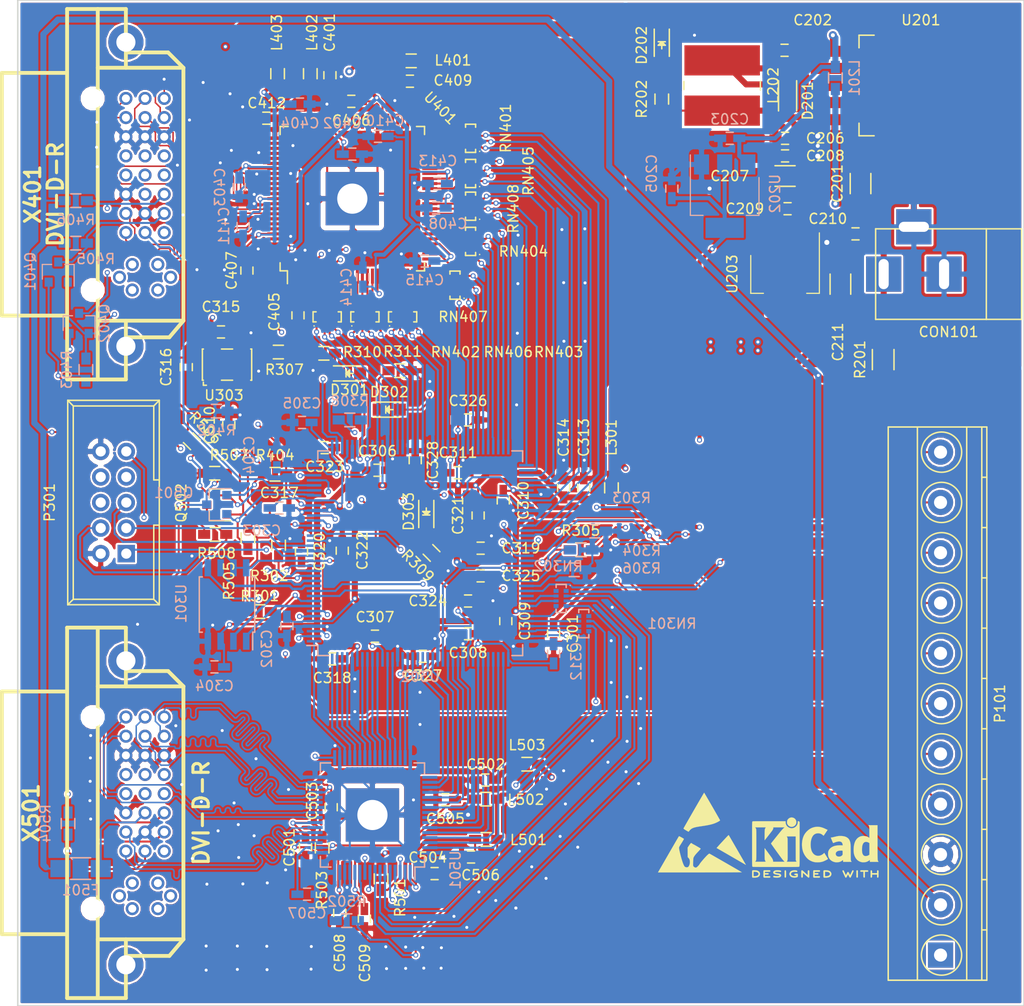
<source format=kicad_pcb>
(kicad_pcb (version 20160815) (host pcbnew "(2016-12-22 revision d365dc590)-master")

  (general
    (links 472)
    (no_connects 1)
    (area 18.088499 19.924999 120.075001 120.075001)
    (thickness 1.6)
    (drawings 4)
    (tracks 4852)
    (zones 0)
    (modules 136)
    (nets 238)
  )

  (page A4)
  (layers
    (0 F.Cu signal)
    (1 In1.Cu signal hide)
    (2 In2.Cu signal)
    (31 B.Cu signal)
    (32 B.Adhes user)
    (33 F.Adhes user)
    (34 B.Paste user)
    (35 F.Paste user)
    (36 B.SilkS user)
    (37 F.SilkS user)
    (38 B.Mask user)
    (39 F.Mask user)
    (40 Dwgs.User user hide)
    (41 Cmts.User user hide)
    (42 Eco1.User user hide)
    (43 Eco2.User user hide)
    (44 Edge.Cuts user hide)
    (45 Margin user hide)
    (46 B.CrtYd user hide)
    (47 F.CrtYd user hide)
    (48 B.Fab user hide)
    (49 F.Fab user hide)
  )

  (setup
    (last_trace_width 0.6)
    (user_trace_width 0.15)
    (user_trace_width 0.2)
    (user_trace_width 0.4)
    (user_trace_width 0.6)
    (user_trace_width 1.5)
    (trace_clearance 0.152)
    (zone_clearance 0.2)
    (zone_45_only no)
    (trace_min 0.125)
    (segment_width 0.2)
    (edge_width 0.15)
    (via_size 0.5)
    (via_drill 0.3)
    (via_min_size 0.5)
    (via_min_drill 0.3)
    (user_via 0.5 0.3)
    (user_via 0.8 0.5)
    (uvia_size 0.3)
    (uvia_drill 0.1)
    (uvias_allowed no)
    (uvia_min_size 0.2)
    (uvia_min_drill 0.1)
    (pcb_text_width 0.3)
    (pcb_text_size 1.5 1.5)
    (mod_edge_width 0.15)
    (mod_text_size 1 1)
    (mod_text_width 0.15)
    (pad_size 3 3)
    (pad_drill 3)
    (pad_to_mask_clearance 0.2)
    (aux_axis_origin 0 0)
    (grid_origin 20 120.025)
    (visible_elements FFFFFFFF)
    (pcbplotparams
      (layerselection 0x010f0_ffffffff)
      (usegerberextensions false)
      (excludeedgelayer true)
      (linewidth 0.100000)
      (plotframeref false)
      (viasonmask false)
      (mode 1)
      (useauxorigin false)
      (hpglpennumber 1)
      (hpglpenspeed 20)
      (hpglpendiameter 15)
      (psnegative false)
      (psa4output false)
      (plotreference true)
      (plotvalue true)
      (plotinvisibletext false)
      (padsonsilk false)
      (subtractmaskfromsilk false)
      (outputformat 1)
      (mirror false)
      (drillshape 0)
      (scaleselection 1)
      (outputdirectory gerber/))
  )

  (net 0 "")
  (net 1 /power/VIN)
  (net 2 GND)
  (net 3 "Net-(C202-Pad2)")
  (net 4 +2V5)
  (net 5 +3V3)
  (net 6 +1V2)
  (net 7 +V_IO)
  (net 8 /dvi_out/TVDD)
  (net 9 "Net-(D201-Pad1)")
  (net 10 "Net-(D202-Pad2)")
  (net 11 "Net-(F501-Pad1)")
  (net 12 +5V)
  (net 13 /GPIO0)
  (net 14 /GPIO1)
  (net 15 /GPIO2)
  (net 16 /GPIO3)
  (net 17 /GPIO4)
  (net 18 /GPIO5)
  (net 19 /GPIO6)
  (net 20 /GPIO7)
  (net 21 "Net-(P301-Pad9)")
  (net 22 "Net-(P301-Pad8)")
  (net 23 "Net-(P301-Pad7)")
  (net 24 "Net-(P301-Pad6)")
  (net 25 "Net-(P301-Pad5)")
  (net 26 "Net-(P301-Pad3)")
  (net 27 "Net-(P301-Pad1)")
  (net 28 /dvi_in/DDCDAT_IN)
  (net 29 /dvi_in/DDCCLK_IN)
  (net 30 /dvi_out/DDCDAT)
  (net 31 /dvi_out/DDCCLK)
  (net 32 "Net-(R301-Pad1)")
  (net 33 "Net-(R302-Pad1)")
  (net 34 "Net-(R303-Pad1)")
  (net 35 "Net-(R304-Pad1)")
  (net 36 "Net-(R305-Pad1)")
  (net 37 "Net-(R306-Pad1)")
  (net 38 /fpga/CLK50)
  (net 39 "Net-(R307-Pad2)")
  (net 40 /dvi_out/TXCLK+)
  (net 41 "Net-(R308-Pad1)")
  (net 42 /fpga/CLKIN)
  (net 43 /dvi_in/HOTPLUG)
  (net 44 "Net-(R501-Pad1)")
  (net 45 /dvi_out/MSEN)
  (net 46 "Net-(R503-Pad2)")
  (net 47 /dvi_out/HOTPLUG)
  (net 48 "Net-(R504-Pad1)")
  (net 49 "Net-(RN301-Pad7)")
  (net 50 "Net-(RN301-Pad6)")
  (net 51 "Net-(RN301-Pad5)")
  (net 52 "Net-(RN301-Pad8)")
  (net 53 /dvi_out/CTL1)
  (net 54 /dvi_out/DE)
  (net 55 /dvi_out/VSYNC)
  (net 56 /dvi_out/HSYNC)
  (net 57 /dvi_out/CTL2)
  (net 58 /dvi_out/CTL3)
  (net 59 "Net-(RN302-Pad8)")
  (net 60 "Net-(RN302-Pad5)")
  (net 61 "Net-(RN302-Pad6)")
  (net 62 "Net-(RN302-Pad7)")
  (net 63 /dvi_in/DE)
  (net 64 /dvi_in/VSYNC)
  (net 65 /dvi_in/HSYNC)
  (net 66 "Net-(RN401-Pad4)")
  (net 67 "Net-(RN401-Pad8)")
  (net 68 "Net-(RN401-Pad5)")
  (net 69 "Net-(RN401-Pad6)")
  (net 70 "Net-(RN401-Pad7)")
  (net 71 "Net-(RN402-Pad7)")
  (net 72 "Net-(RN402-Pad6)")
  (net 73 "Net-(RN402-Pad5)")
  (net 74 "Net-(RN402-Pad8)")
  (net 75 /dvi_in/DATI3)
  (net 76 /dvi_in/DATI2)
  (net 77 /dvi_in/DATI1)
  (net 78 /dvi_in/DATI0)
  (net 79 "Net-(RN403-Pad7)")
  (net 80 "Net-(RN403-Pad6)")
  (net 81 "Net-(RN403-Pad5)")
  (net 82 "Net-(RN403-Pad8)")
  (net 83 /dvi_in/DATI11)
  (net 84 /dvi_in/DATI10)
  (net 85 /dvi_in/DATI9)
  (net 86 /dvi_in/DATI8)
  (net 87 "Net-(RN404-Pad7)")
  (net 88 "Net-(RN404-Pad6)")
  (net 89 "Net-(RN404-Pad5)")
  (net 90 "Net-(RN404-Pad8)")
  (net 91 /dvi_in/DATI19)
  (net 92 /dvi_in/DATI18)
  (net 93 /dvi_in/DATI17)
  (net 94 /dvi_in/DATI16)
  (net 95 "Net-(RN405-Pad7)")
  (net 96 "Net-(RN405-Pad6)")
  (net 97 "Net-(RN405-Pad5)")
  (net 98 "Net-(RN405-Pad8)")
  (net 99 /dvi_in/CTL3)
  (net 100 /dvi_in/CTL2)
  (net 101 /dvi_in/CTL1)
  (net 102 /dvi_in/DATI4)
  (net 103 /dvi_in/DATI5)
  (net 104 /dvi_in/DATI6)
  (net 105 /dvi_in/DATI7)
  (net 106 "Net-(RN406-Pad8)")
  (net 107 "Net-(RN406-Pad5)")
  (net 108 "Net-(RN406-Pad6)")
  (net 109 "Net-(RN406-Pad7)")
  (net 110 /dvi_in/DATI12)
  (net 111 /dvi_in/DATI13)
  (net 112 /dvi_in/DATI14)
  (net 113 /dvi_in/DATI15)
  (net 114 "Net-(RN407-Pad8)")
  (net 115 "Net-(RN407-Pad5)")
  (net 116 "Net-(RN407-Pad6)")
  (net 117 "Net-(RN407-Pad7)")
  (net 118 /dvi_in/DATI20)
  (net 119 /dvi_in/DATI21)
  (net 120 /dvi_in/DATI22)
  (net 121 /dvi_in/DATI23)
  (net 122 "Net-(RN408-Pad8)")
  (net 123 "Net-(RN408-Pad5)")
  (net 124 "Net-(RN408-Pad6)")
  (net 125 "Net-(RN408-Pad7)")
  (net 126 /dvi_out/DATO4)
  (net 127 /dvi_out/DATO5)
  (net 128 /dvi_out/DATO6)
  (net 129 /dvi_out/DATO7)
  (net 130 /dvi_out/DATO12)
  (net 131 /dvi_out/DATO13)
  (net 132 /dvi_out/DATO14)
  (net 133 /dvi_out/DATO15)
  (net 134 /dvi_out/DATO20)
  (net 135 /dvi_out/DATO21)
  (net 136 /dvi_out/DATO22)
  (net 137 /dvi_out/DATO23)
  (net 138 /dvi_out/DATO3)
  (net 139 /dvi_out/DATO2)
  (net 140 /dvi_out/DATO1)
  (net 141 /dvi_out/DATO0)
  (net 142 /dvi_out/DATO11)
  (net 143 /dvi_out/DATO10)
  (net 144 /dvi_out/DATO9)
  (net 145 /dvi_out/DATO8)
  (net 146 /dvi_out/DATO19)
  (net 147 /dvi_out/DATO18)
  (net 148 /dvi_out/DATO17)
  (net 149 /dvi_out/DATO16)
  (net 150 /fpga/DCLK)
  (net 151 /fpga/ASDI)
  (net 152 /fpga/DATA)
  (net 153 /fpga/nCS)
  (net 154 "Net-(U302-Pad127)")
  (net 155 /dvi_in/LINK_ACT)
  (net 156 /dvi_in/PDOWN)
  (net 157 /dvi_out/EDGE)
  (net 158 /dvi_out/DKEN)
  (net 159 "Net-(U303-Pad1)")
  (net 160 "Net-(U401-Pad96)")
  (net 161 /dvi_in/RxC-)
  (net 162 /dvi_in/RxC+)
  (net 163 /dvi_in/Rx0+)
  (net 164 /dvi_in/Rx1-)
  (net 165 /dvi_in/Rx1+)
  (net 166 /dvi_in/Rx2-)
  (net 167 /dvi_in/Rx2+)
  (net 168 "Net-(U401-Pad77)")
  (net 169 "Net-(U401-Pad75)")
  (net 170 "Net-(U401-Pad74)")
  (net 171 "Net-(U401-Pad73)")
  (net 172 "Net-(U401-Pad72)")
  (net 173 "Net-(U401-Pad71)")
  (net 174 "Net-(U401-Pad70)")
  (net 175 "Net-(U401-Pad69)")
  (net 176 "Net-(U401-Pad66)")
  (net 177 "Net-(U401-Pad65)")
  (net 178 "Net-(U401-Pad64)")
  (net 179 "Net-(U401-Pad63)")
  (net 180 "Net-(U401-Pad62)")
  (net 181 "Net-(U401-Pad61)")
  (net 182 "Net-(U401-Pad60)")
  (net 183 "Net-(U401-Pad59)")
  (net 184 "Net-(U401-Pad56)")
  (net 185 "Net-(U401-Pad55)")
  (net 186 "Net-(U401-Pad54)")
  (net 187 "Net-(U401-Pad53)")
  (net 188 "Net-(U401-Pad52)")
  (net 189 "Net-(U401-Pad51)")
  (net 190 "Net-(U401-Pad50)")
  (net 191 "Net-(U401-Pad49)")
  (net 192 "Net-(U501-Pad56)")
  (net 193 "Net-(U501-Pad49)")
  (net 194 /dvi_out/TX2+)
  (net 195 /dvi_out/TX2-)
  (net 196 /dvi_out/TX1+)
  (net 197 /dvi_out/TX1-)
  (net 198 /dvi_out/TX0+)
  (net 199 /dvi_out/TX0-)
  (net 200 /dvi_out/TXC+)
  (net 201 /dvi_out/TXC-)
  (net 202 "Net-(X401-Pad8)")
  (net 203 "Net-(X401-Pad21)")
  (net 204 "Net-(X401-Pad20)")
  (net 205 "Net-(X401-Pad14)")
  (net 206 "Net-(X401-Pad13)")
  (net 207 "Net-(X401-Pad12)")
  (net 208 "Net-(X401-Pad5)")
  (net 209 "Net-(X401-Pad4)")
  (net 210 "Net-(X501-Pad4)")
  (net 211 "Net-(X501-Pad5)")
  (net 212 "Net-(X501-Pad12)")
  (net 213 "Net-(X501-Pad13)")
  (net 214 "Net-(X501-Pad20)")
  (net 215 "Net-(X501-Pad21)")
  (net 216 "Net-(X501-Pad8)")
  (net 217 "Net-(D301-Pad2)")
  (net 218 "Net-(D302-Pad2)")
  (net 219 "Net-(D303-Pad2)")
  (net 220 /dvi_in/Rx0-)
  (net 221 "Net-(U302-Pad99)")
  (net 222 "Net-(U302-Pad84)")
  (net 223 "Net-(U302-Pad83)")
  (net 224 "Net-(RN302-Pad1)")
  (net 225 "Net-(D301-Pad1)")
  (net 226 "Net-(D302-Pad1)")
  (net 227 "Net-(D303-Pad1)")
  (net 228 "Net-(RN301-Pad1)")
  (net 229 /dvi_in/PVDD)
  (net 230 /dvi_in/DVDD)
  (net 231 /dvi_in/AVDD)
  (net 232 /dvi_out/DVDD)
  (net 233 /dvi_out/PVDD)
  (net 234 /dvi_out/DDCDAT_)
  (net 235 /dvi_out/DDCCLK_)
  (net 236 /dvi_in/DDCDAT_)
  (net 237 /dvi_in/DDCCLK_)

  (net_class Default "This is the default net class."
    (clearance 0.152)
    (trace_width 0.2)
    (via_dia 0.5)
    (via_drill 0.3)
    (uvia_dia 0.3)
    (uvia_drill 0.1)
    (diff_pair_gap 0.25)
    (diff_pair_width 0.2)
    (add_net +1V2)
    (add_net +2V5)
    (add_net +3V3)
    (add_net +5V)
    (add_net +V_IO)
    (add_net /GPIO0)
    (add_net /GPIO1)
    (add_net /GPIO2)
    (add_net /GPIO3)
    (add_net /GPIO4)
    (add_net /GPIO5)
    (add_net /GPIO6)
    (add_net /GPIO7)
    (add_net /dvi_in/AVDD)
    (add_net /dvi_in/CTL1)
    (add_net /dvi_in/CTL2)
    (add_net /dvi_in/CTL3)
    (add_net /dvi_in/DATI0)
    (add_net /dvi_in/DATI1)
    (add_net /dvi_in/DATI10)
    (add_net /dvi_in/DATI11)
    (add_net /dvi_in/DATI12)
    (add_net /dvi_in/DATI13)
    (add_net /dvi_in/DATI14)
    (add_net /dvi_in/DATI15)
    (add_net /dvi_in/DATI16)
    (add_net /dvi_in/DATI17)
    (add_net /dvi_in/DATI18)
    (add_net /dvi_in/DATI19)
    (add_net /dvi_in/DATI2)
    (add_net /dvi_in/DATI20)
    (add_net /dvi_in/DATI21)
    (add_net /dvi_in/DATI22)
    (add_net /dvi_in/DATI23)
    (add_net /dvi_in/DATI3)
    (add_net /dvi_in/DATI4)
    (add_net /dvi_in/DATI5)
    (add_net /dvi_in/DATI6)
    (add_net /dvi_in/DATI7)
    (add_net /dvi_in/DATI8)
    (add_net /dvi_in/DATI9)
    (add_net /dvi_in/DDCCLK_)
    (add_net /dvi_in/DDCCLK_IN)
    (add_net /dvi_in/DDCDAT_)
    (add_net /dvi_in/DDCDAT_IN)
    (add_net /dvi_in/DE)
    (add_net /dvi_in/DVDD)
    (add_net /dvi_in/HOTPLUG)
    (add_net /dvi_in/HSYNC)
    (add_net /dvi_in/LINK_ACT)
    (add_net /dvi_in/PDOWN)
    (add_net /dvi_in/PVDD)
    (add_net /dvi_in/Rx0+)
    (add_net /dvi_in/Rx0-)
    (add_net /dvi_in/Rx1+)
    (add_net /dvi_in/Rx1-)
    (add_net /dvi_in/Rx2+)
    (add_net /dvi_in/Rx2-)
    (add_net /dvi_in/RxC+)
    (add_net /dvi_in/RxC-)
    (add_net /dvi_in/VSYNC)
    (add_net /dvi_out/CTL1)
    (add_net /dvi_out/CTL2)
    (add_net /dvi_out/CTL3)
    (add_net /dvi_out/DATO0)
    (add_net /dvi_out/DATO1)
    (add_net /dvi_out/DATO10)
    (add_net /dvi_out/DATO11)
    (add_net /dvi_out/DATO12)
    (add_net /dvi_out/DATO13)
    (add_net /dvi_out/DATO14)
    (add_net /dvi_out/DATO15)
    (add_net /dvi_out/DATO16)
    (add_net /dvi_out/DATO17)
    (add_net /dvi_out/DATO18)
    (add_net /dvi_out/DATO19)
    (add_net /dvi_out/DATO2)
    (add_net /dvi_out/DATO20)
    (add_net /dvi_out/DATO21)
    (add_net /dvi_out/DATO22)
    (add_net /dvi_out/DATO23)
    (add_net /dvi_out/DATO3)
    (add_net /dvi_out/DATO4)
    (add_net /dvi_out/DATO5)
    (add_net /dvi_out/DATO6)
    (add_net /dvi_out/DATO7)
    (add_net /dvi_out/DATO8)
    (add_net /dvi_out/DATO9)
    (add_net /dvi_out/DDCCLK)
    (add_net /dvi_out/DDCCLK_)
    (add_net /dvi_out/DDCDAT)
    (add_net /dvi_out/DDCDAT_)
    (add_net /dvi_out/DE)
    (add_net /dvi_out/DKEN)
    (add_net /dvi_out/DVDD)
    (add_net /dvi_out/EDGE)
    (add_net /dvi_out/HOTPLUG)
    (add_net /dvi_out/HSYNC)
    (add_net /dvi_out/MSEN)
    (add_net /dvi_out/PVDD)
    (add_net /dvi_out/TVDD)
    (add_net /dvi_out/TX0+)
    (add_net /dvi_out/TX0-)
    (add_net /dvi_out/TX1+)
    (add_net /dvi_out/TX1-)
    (add_net /dvi_out/TX2+)
    (add_net /dvi_out/TX2-)
    (add_net /dvi_out/TXC+)
    (add_net /dvi_out/TXC-)
    (add_net /dvi_out/TXCLK+)
    (add_net /dvi_out/VSYNC)
    (add_net /fpga/ASDI)
    (add_net /fpga/CLK50)
    (add_net /fpga/CLKIN)
    (add_net /fpga/DATA)
    (add_net /fpga/DCLK)
    (add_net /fpga/nCS)
    (add_net /power/VIN)
    (add_net GND)
    (add_net "Net-(C202-Pad2)")
    (add_net "Net-(D201-Pad1)")
    (add_net "Net-(D202-Pad2)")
    (add_net "Net-(D301-Pad1)")
    (add_net "Net-(D301-Pad2)")
    (add_net "Net-(D302-Pad1)")
    (add_net "Net-(D302-Pad2)")
    (add_net "Net-(D303-Pad1)")
    (add_net "Net-(D303-Pad2)")
    (add_net "Net-(F501-Pad1)")
    (add_net "Net-(P301-Pad1)")
    (add_net "Net-(P301-Pad3)")
    (add_net "Net-(P301-Pad5)")
    (add_net "Net-(P301-Pad6)")
    (add_net "Net-(P301-Pad7)")
    (add_net "Net-(P301-Pad8)")
    (add_net "Net-(P301-Pad9)")
    (add_net "Net-(R301-Pad1)")
    (add_net "Net-(R302-Pad1)")
    (add_net "Net-(R303-Pad1)")
    (add_net "Net-(R304-Pad1)")
    (add_net "Net-(R305-Pad1)")
    (add_net "Net-(R306-Pad1)")
    (add_net "Net-(R307-Pad2)")
    (add_net "Net-(R308-Pad1)")
    (add_net "Net-(R501-Pad1)")
    (add_net "Net-(R503-Pad2)")
    (add_net "Net-(R504-Pad1)")
    (add_net "Net-(RN301-Pad1)")
    (add_net "Net-(RN301-Pad5)")
    (add_net "Net-(RN301-Pad6)")
    (add_net "Net-(RN301-Pad7)")
    (add_net "Net-(RN301-Pad8)")
    (add_net "Net-(RN302-Pad1)")
    (add_net "Net-(RN302-Pad5)")
    (add_net "Net-(RN302-Pad6)")
    (add_net "Net-(RN302-Pad7)")
    (add_net "Net-(RN302-Pad8)")
    (add_net "Net-(RN401-Pad4)")
    (add_net "Net-(RN401-Pad5)")
    (add_net "Net-(RN401-Pad6)")
    (add_net "Net-(RN401-Pad7)")
    (add_net "Net-(RN401-Pad8)")
    (add_net "Net-(RN402-Pad5)")
    (add_net "Net-(RN402-Pad6)")
    (add_net "Net-(RN402-Pad7)")
    (add_net "Net-(RN402-Pad8)")
    (add_net "Net-(RN403-Pad5)")
    (add_net "Net-(RN403-Pad6)")
    (add_net "Net-(RN403-Pad7)")
    (add_net "Net-(RN403-Pad8)")
    (add_net "Net-(RN404-Pad5)")
    (add_net "Net-(RN404-Pad6)")
    (add_net "Net-(RN404-Pad7)")
    (add_net "Net-(RN404-Pad8)")
    (add_net "Net-(RN405-Pad5)")
    (add_net "Net-(RN405-Pad6)")
    (add_net "Net-(RN405-Pad7)")
    (add_net "Net-(RN405-Pad8)")
    (add_net "Net-(RN406-Pad5)")
    (add_net "Net-(RN406-Pad6)")
    (add_net "Net-(RN406-Pad7)")
    (add_net "Net-(RN406-Pad8)")
    (add_net "Net-(RN407-Pad5)")
    (add_net "Net-(RN407-Pad6)")
    (add_net "Net-(RN407-Pad7)")
    (add_net "Net-(RN407-Pad8)")
    (add_net "Net-(RN408-Pad5)")
    (add_net "Net-(RN408-Pad6)")
    (add_net "Net-(RN408-Pad7)")
    (add_net "Net-(RN408-Pad8)")
    (add_net "Net-(U302-Pad127)")
    (add_net "Net-(U302-Pad83)")
    (add_net "Net-(U302-Pad84)")
    (add_net "Net-(U302-Pad99)")
    (add_net "Net-(U303-Pad1)")
    (add_net "Net-(U401-Pad49)")
    (add_net "Net-(U401-Pad50)")
    (add_net "Net-(U401-Pad51)")
    (add_net "Net-(U401-Pad52)")
    (add_net "Net-(U401-Pad53)")
    (add_net "Net-(U401-Pad54)")
    (add_net "Net-(U401-Pad55)")
    (add_net "Net-(U401-Pad56)")
    (add_net "Net-(U401-Pad59)")
    (add_net "Net-(U401-Pad60)")
    (add_net "Net-(U401-Pad61)")
    (add_net "Net-(U401-Pad62)")
    (add_net "Net-(U401-Pad63)")
    (add_net "Net-(U401-Pad64)")
    (add_net "Net-(U401-Pad65)")
    (add_net "Net-(U401-Pad66)")
    (add_net "Net-(U401-Pad69)")
    (add_net "Net-(U401-Pad70)")
    (add_net "Net-(U401-Pad71)")
    (add_net "Net-(U401-Pad72)")
    (add_net "Net-(U401-Pad73)")
    (add_net "Net-(U401-Pad74)")
    (add_net "Net-(U401-Pad75)")
    (add_net "Net-(U401-Pad77)")
    (add_net "Net-(U401-Pad96)")
    (add_net "Net-(U501-Pad49)")
    (add_net "Net-(U501-Pad56)")
    (add_net "Net-(X401-Pad12)")
    (add_net "Net-(X401-Pad13)")
    (add_net "Net-(X401-Pad14)")
    (add_net "Net-(X401-Pad20)")
    (add_net "Net-(X401-Pad21)")
    (add_net "Net-(X401-Pad4)")
    (add_net "Net-(X401-Pad5)")
    (add_net "Net-(X401-Pad8)")
    (add_net "Net-(X501-Pad12)")
    (add_net "Net-(X501-Pad13)")
    (add_net "Net-(X501-Pad20)")
    (add_net "Net-(X501-Pad21)")
    (add_net "Net-(X501-Pad4)")
    (add_net "Net-(X501-Pad5)")
    (add_net "Net-(X501-Pad8)")
  )

  (module artwork:shimatta_std (layer F.Cu) (tedit 0) (tstamp 58695997)
    (at 87.25 113.25)
    (fp_text reference G*** (at 0 0) (layer F.SilkS) hide
      (effects (font (thickness 0.3)))
    )
    (fp_text value LOGO (at 0.75 0) (layer F.SilkS) hide
      (effects (font (thickness 0.3)))
    )
    (fp_poly (pts (xy 10.868794 -0.34663) (xy 10.940082 -0.344725) (xy 11.001581 -0.340759) (xy 11.054456 -0.334558)
      (xy 11.099874 -0.325943) (xy 11.138999 -0.314739) (xy 11.172997 -0.300768) (xy 11.203034 -0.283854)
      (xy 11.230276 -0.263821) (xy 11.255887 -0.240491) (xy 11.256462 -0.239919) (xy 11.289334 -0.201111)
      (xy 11.312259 -0.15891) (xy 11.326574 -0.110035) (xy 11.333618 -0.05121) (xy 11.333643 -0.0508)
      (xy 11.332569 0.023291) (xy 11.320361 0.089289) (xy 11.297275 0.146655) (xy 11.263566 0.19485)
      (xy 11.219491 0.233333) (xy 11.190884 0.250184) (xy 11.170271 0.260221) (xy 11.150623 0.268525)
      (xy 11.130272 0.275304) (xy 11.107549 0.280766) (xy 11.080783 0.285117) (xy 11.048306 0.288565)
      (xy 11.008448 0.291317) (xy 10.959541 0.29358) (xy 10.899914 0.295563) (xy 10.827899 0.297472)
      (xy 10.805885 0.298007) (xy 10.501253 0.308642) (xy 10.207708 0.325718) (xy 9.923258 0.349393)
      (xy 9.645907 0.379823) (xy 9.470624 0.402998) (xy 9.411807 0.410902) (xy 9.364278 0.416192)
      (xy 9.325062 0.418954) (xy 9.291185 0.41927) (xy 9.259672 0.417223) (xy 9.227549 0.412897)
      (xy 9.212169 0.410241) (xy 9.144467 0.392017) (xy 9.087321 0.363849) (xy 9.040745 0.325747)
      (xy 9.004755 0.277724) (xy 8.992925 0.254871) (xy 8.980849 0.218141) (xy 8.973005 0.172373)
      (xy 8.969757 0.122517) (xy 8.971468 0.073524) (xy 8.976926 0.037019) (xy 8.997827 -0.025291)
      (xy 9.0312 -0.080963) (xy 9.075937 -0.128488) (xy 9.122686 -0.16171) (xy 9.147207 -0.17458)
      (xy 9.175393 -0.186432) (xy 9.208483 -0.197521) (xy 9.247713 -0.208107) (xy 9.294321 -0.218445)
      (xy 9.349544 -0.228794) (xy 9.414619 -0.23941) (xy 9.490782 -0.250551) (xy 9.579273 -0.262474)
      (xy 9.652 -0.271774) (xy 9.800914 -0.289224) (xy 9.950405 -0.304133) (xy 10.103324 -0.316716)
      (xy 10.262527 -0.327186) (xy 10.430867 -0.335758) (xy 10.584543 -0.341755) (xy 10.69219 -0.344969)
      (xy 10.786552 -0.346653) (xy 10.868794 -0.34663)) (layer F.Mask) (width 0.01))
    (fp_poly (pts (xy 3.280686 -0.880939) (xy 3.34556 -0.879771) (xy 3.402872 -0.877617) (xy 3.449973 -0.87446)
      (xy 3.472543 -0.872037) (xy 3.61367 -0.849571) (xy 3.744701 -0.82007) (xy 3.868701 -0.782621)
      (xy 3.988736 -0.73631) (xy 4.096467 -0.686017) (xy 4.193868 -0.632986) (xy 4.288297 -0.574006)
      (xy 4.3772 -0.510941) (xy 4.458022 -0.445653) (xy 4.528209 -0.380007) (xy 4.555365 -0.351156)
      (xy 4.639992 -0.246318) (xy 4.713364 -0.13273) (xy 4.774921 -0.011455) (xy 4.824102 0.116443)
      (xy 4.850885 0.209423) (xy 4.879181 0.347701) (xy 4.896607 0.490707) (xy 4.903125 0.635529)
      (xy 4.898699 0.779253) (xy 4.88329 0.918966) (xy 4.861451 1.032728) (xy 4.824346 1.160933)
      (xy 4.77372 1.287533) (xy 4.710565 1.41087) (xy 4.635874 1.529285) (xy 4.550639 1.641117)
      (xy 4.455854 1.744709) (xy 4.40832 1.79005) (xy 4.299338 1.882172) (xy 4.177612 1.971762)
      (xy 4.04482 2.057926) (xy 3.902638 2.139772) (xy 3.752745 2.216408) (xy 3.596818 2.286942)
      (xy 3.436534 2.350482) (xy 3.27357 2.406135) (xy 3.218543 2.422898) (xy 3.139899 2.444368)
      (xy 3.049468 2.466013) (xy 2.949959 2.487315) (xy 2.844082 2.507761) (xy 2.734547 2.526832)
      (xy 2.624065 2.544015) (xy 2.515345 2.558792) (xy 2.485571 2.56243) (xy 2.428012 2.568359)
      (xy 2.365313 2.573218) (xy 2.299907 2.576957) (xy 2.234229 2.579525) (xy 2.17071 2.580872)
      (xy 2.111786 2.580947) (xy 2.05989 2.579698) (xy 2.017454 2.577077) (xy 1.986913 2.573032)
      (xy 1.985844 2.572813) (xy 1.91558 2.552339) (xy 1.8565 2.522842) (xy 1.808841 2.484627)
      (xy 1.772841 2.437998) (xy 1.748736 2.38326) (xy 1.736764 2.320717) (xy 1.736929 2.253327)
      (xy 1.748307 2.186275) (xy 1.77048 2.128668) (xy 1.803758 2.079916) (xy 1.848452 2.039427)
      (xy 1.849677 2.038544) (xy 1.877767 2.020506) (xy 1.908228 2.005555) (xy 1.943115 1.993169)
      (xy 1.984481 1.982826) (xy 2.034379 1.974007) (xy 2.094863 1.966188) (xy 2.161084 1.959481)
      (xy 2.311846 1.944454) (xy 2.450169 1.928139) (xy 2.578102 1.910074) (xy 2.697697 1.889796)
      (xy 2.811005 1.866842) (xy 2.920076 1.84075) (xy 3.026962 1.811058) (xy 3.133714 1.777303)
      (xy 3.242382 1.739022) (xy 3.355017 1.695754) (xy 3.386254 1.683205) (xy 3.439042 1.660814)
      (xy 3.498085 1.634078) (xy 3.560068 1.604637) (xy 3.621674 1.574131) (xy 3.679588 1.5442)
      (xy 3.730494 1.516484) (xy 3.76929 1.493734) (xy 3.863531 1.428613) (xy 3.952139 1.353949)
      (xy 4.033116 1.271853) (xy 4.104465 1.184435) (xy 4.16419 1.093803) (xy 4.186568 1.052873)
      (xy 4.225348 0.967344) (xy 4.253373 0.882119) (xy 4.271449 0.793702) (xy 4.280379 0.698597)
      (xy 4.281685 0.639641) (xy 4.277001 0.527464) (xy 4.262763 0.425302) (xy 4.238591 0.331924)
      (xy 4.204105 0.2461) (xy 4.158926 0.166599) (xy 4.119 0.11188) (xy 4.060291 0.048463)
      (xy 3.988142 -0.012032) (xy 3.902275 -0.06981) (xy 3.802411 -0.125073) (xy 3.778387 -0.136985)
      (xy 3.681686 -0.179417) (xy 3.583439 -0.212975) (xy 3.48168 -0.237992) (xy 3.374444 -0.254803)
      (xy 3.259766 -0.263742) (xy 3.13568 -0.265143) (xy 3.043531 -0.261888) (xy 2.888029 -0.251649)
      (xy 2.734088 -0.236994) (xy 2.580213 -0.217612) (xy 2.424912 -0.193189) (xy 2.26669 -0.163413)
      (xy 2.104054 -0.127969) (xy 1.93551 -0.086547) (xy 1.759564 -0.038832) (xy 1.574722 0.015488)
      (xy 1.379491 0.076726) (xy 1.29428 0.104504) (xy 1.212487 0.131377) (xy 1.14306 0.153997)
      (xy 1.08461 0.172751) (xy 1.035751 0.188021) (xy 0.995094 0.200194) (xy 0.961252 0.209655)
      (xy 0.932836 0.216787) (xy 0.908459 0.221977) (xy 0.886733 0.225608) (xy 0.86627 0.228067)
      (xy 0.845683 0.229737) (xy 0.841828 0.229985) (xy 0.770694 0.22918) (xy 0.705988 0.217912)
      (xy 0.648912 0.196762) (xy 0.60067 0.166307) (xy 0.562463 0.127129) (xy 0.536857 0.083059)
      (xy 0.516575 0.01964) (xy 0.509485 -0.04353) (xy 0.515258 -0.10471) (xy 0.533566 -0.162158)
      (xy 0.564078 -0.214131) (xy 0.6005 -0.25372) (xy 0.627556 -0.275729) (xy 0.658526 -0.29656)
      (xy 0.694993 -0.316941) (xy 0.738543 -0.337601) (xy 0.790758 -0.359268) (xy 0.853223 -0.382671)
      (xy 0.927522 -0.40854) (xy 0.962785 -0.420363) (xy 1.235996 -0.508259) (xy 1.498548 -0.586824)
      (xy 1.750821 -0.656148) (xy 1.993199 -0.71632) (xy 2.226063 -0.767428) (xy 2.449796 -0.809563)
      (xy 2.664779 -0.842814) (xy 2.871395 -0.86727) (xy 2.881085 -0.868221) (xy 2.935666 -0.872605)
      (xy 2.998589 -0.876105) (xy 3.067203 -0.878706) (xy 3.138857 -0.88039) (xy 3.210902 -0.88114)
      (xy 3.280686 -0.880939)) (layer F.Mask) (width 0.01))
    (fp_poly (pts (xy 9.003608 1.085203) (xy 9.056887 1.097351) (xy 9.102289 1.118483) (xy 9.136442 1.144109)
      (xy 9.162501 1.170161) (xy 9.183639 1.197962) (xy 9.200436 1.229422) (xy 9.213471 1.266452)
      (xy 9.223323 1.310961) (xy 9.230572 1.364858) (xy 9.235796 1.430055) (xy 9.238428 1.480457)
      (xy 9.242463 1.556719) (xy 9.247451 1.620598) (xy 9.253768 1.674212) (xy 9.261789 1.719683)
      (xy 9.27189 1.759128) (xy 9.284448 1.794667) (xy 9.299837 1.828421) (xy 9.300281 1.8293)
      (xy 9.32368 1.861058) (xy 9.36009 1.889396) (xy 9.409773 1.914428) (xy 9.472988 1.936271)
      (xy 9.549997 1.955039) (xy 9.608457 1.96579) (xy 9.659854 1.973801) (xy 9.709141 1.980441)
      (xy 9.758607 1.98587) (xy 9.810543 1.990245) (xy 9.86724 1.993727) (xy 9.930987 1.996474)
      (xy 10.004074 1.998645) (xy 10.088793 2.000399) (xy 10.112828 2.000803) (xy 10.344931 2.000686)
      (xy 10.574631 1.992926) (xy 10.799511 1.977698) (xy 11.017155 1.955179) (xy 11.225147 1.925543)
      (xy 11.283945 1.915532) (xy 11.323332 1.909019) (xy 11.353394 1.905485) (xy 11.37896 1.904703)
      (xy 11.404859 1.906445) (xy 11.424674 1.908893) (xy 11.494816 1.923371) (xy 11.553352 1.946196)
      (xy 11.600789 1.977718) (xy 11.637635 2.018289) (xy 11.664396 2.068258) (xy 11.667708 2.076961)
      (xy 11.674691 2.105256) (xy 11.679662 2.14325) (xy 11.682423 2.186242) (xy 11.682775 2.229529)
      (xy 11.680518 2.26841) (xy 11.676827 2.29262) (xy 11.655383 2.357769) (xy 11.621693 2.415438)
      (xy 11.576172 2.465251) (xy 11.51923 2.506833) (xy 11.451281 2.539807) (xy 11.381702 2.561655)
      (xy 11.342402 2.569881) (xy 11.29029 2.578484) (xy 11.227059 2.587284) (xy 11.154403 2.596097)
      (xy 11.074012 2.604743) (xy 10.987579 2.61304) (xy 10.896797 2.620806) (xy 10.803359 2.62786)
      (xy 10.708955 2.634021) (xy 10.705281 2.63424) (xy 10.652261 2.63689) (xy 10.589033 2.639219)
      (xy 10.517978 2.641203) (xy 10.441476 2.642822) (xy 10.36191 2.644053) (xy 10.281658 2.644874)
      (xy 10.203102 2.645263) (xy 10.128622 2.645198) (xy 10.0606 2.644658) (xy 10.001415 2.643619)
      (xy 9.953449 2.64206) (xy 9.938657 2.641327) (xy 9.768481 2.628296) (xy 9.611394 2.609042)
      (xy 9.467369 2.583557) (xy 9.336381 2.551835) (xy 9.218402 2.51387) (xy 9.113406 2.469654)
      (xy 9.021367 2.419181) (xy 8.998233 2.404142) (xy 8.936306 2.355572) (xy 8.876387 2.295797)
      (xy 8.821128 2.228111) (xy 8.77318 2.155807) (xy 8.735198 2.08218) (xy 8.730868 2.072055)
      (xy 8.707215 2.00826) (xy 8.685371 1.936098) (xy 8.66712 1.861716) (xy 8.660844 1.8307)
      (xy 8.655793 1.795362) (xy 8.651582 1.749235) (xy 8.648253 1.695121) (xy 8.645849 1.635825)
      (xy 8.644412 1.574151) (xy 8.643985 1.512901) (xy 8.64461 1.45488) (xy 8.646328 1.402892)
      (xy 8.649184 1.359739) (xy 8.653218 1.328227) (xy 8.65325 1.328057) (xy 8.671645 1.258488)
      (xy 8.698511 1.200675) (xy 8.734046 1.154447) (xy 8.778447 1.119634) (xy 8.831912 1.096067)
      (xy 8.894638 1.083576) (xy 8.940188 1.081315) (xy 9.003608 1.085203)) (layer F.Mask) (width 0.01))
    (fp_poly (pts (xy -11.3068 -2.522042) (xy -11.243523 -2.508415) (xy -11.18998 -2.484867) (xy -11.145174 -2.450712)
      (xy -11.108109 -2.405266) (xy -11.077788 -2.347845) (xy -11.062557 -2.307771) (xy -11.061106 -2.303062)
      (xy -11.05976 -2.297493) (xy -11.058513 -2.290514) (xy -11.057361 -2.281571) (xy -11.056298 -2.270114)
      (xy -11.055319 -2.255589) (xy -11.054417 -2.237446) (xy -11.053589 -2.215132) (xy -11.052827 -2.188096)
      (xy -11.052128 -2.155784) (xy -11.051485 -2.117645) (xy -11.050893 -2.073128) (xy -11.050346 -2.02168)
      (xy -11.04984 -1.962749) (xy -11.049369 -1.895784) (xy -11.048927 -1.820232) (xy -11.048509 -1.735541)
      (xy -11.04811 -1.64116) (xy -11.047724 -1.536535) (xy -11.047346 -1.421117) (xy -11.04697 -1.294351)
      (xy -11.046591 -1.155687) (xy -11.046203 -1.004573) (xy -11.045802 -0.840455) (xy -11.045381 -0.662784)
      (xy -11.045055 -0.522514) (xy -11.044621 -0.331929) (xy -11.044228 -0.155283) (xy -11.043859 0.008)
      (xy -11.043503 0.158496) (xy -11.043145 0.296779) (xy -11.042771 0.423427) (xy -11.042368 0.539013)
      (xy -11.041921 0.644114) (xy -11.041417 0.739305) (xy -11.040843 0.825162) (xy -11.040184 0.90226)
      (xy -11.039426 0.971175) (xy -11.038556 1.032482) (xy -11.037561 1.086757) (xy -11.036425 1.134576)
      (xy -11.035136 1.176514) (xy -11.033679 1.213146) (xy -11.032041 1.245049) (xy -11.030209 1.272797)
      (xy -11.028167 1.296966) (xy -11.025903 1.318133) (xy -11.023403 1.336871) (xy -11.020653 1.353757)
      (xy -11.017638 1.369367) (xy -11.014346 1.384276) (xy -11.010763 1.399059) (xy -11.006874 1.414293)
      (xy -11.002666 1.430552) (xy -10.998125 1.448412) (xy -10.997798 1.449724) (xy -10.964594 1.558686)
      (xy -10.922022 1.656604) (xy -10.87005 1.743504) (xy -10.808644 1.819409) (xy -10.737771 1.884342)
      (xy -10.6574 1.938328) (xy -10.567497 1.98139) (xy -10.468029 2.013553) (xy -10.358964 2.03484)
      (xy -10.24027 2.045275) (xy -10.18084 2.046437) (xy -10.02365 2.040231) (xy -9.8725 2.021965)
      (xy -9.72797 1.991807) (xy -9.590642 1.949924) (xy -9.461096 1.896487) (xy -9.339913 1.831662)
      (xy -9.260323 1.779565) (xy -9.187902 1.722827) (xy -9.111738 1.652849) (xy -9.032329 1.570273)
      (xy -8.950172 1.475739) (xy -8.865765 1.369888) (xy -8.779606 1.253362) (xy -8.692193 1.126801)
      (xy -8.604024 0.990846) (xy -8.515598 0.846139) (xy -8.456603 0.744866) (xy -8.420295 0.681984)
      (xy -8.389599 0.630434) (xy -8.363414 0.588677) (xy -8.340642 0.555175) (xy -8.320185 0.52839)
      (xy -8.300944 0.506783) (xy -8.28182 0.488815) (xy -8.263208 0.474045) (xy -8.214168 0.444068)
      (xy -8.164588 0.42726) (xy -8.110878 0.422597) (xy -8.087241 0.423921) (xy -8.016328 0.43535)
      (xy -7.956351 0.456006) (xy -7.906749 0.48626) (xy -7.866959 0.526481) (xy -7.836418 0.57704)
      (xy -7.82912 0.593917) (xy -7.822484 0.612165) (xy -7.817901 0.630107) (xy -7.815007 0.650993)
      (xy -7.813441 0.678075) (xy -7.812837 0.714605) (xy -7.812785 0.740229) (xy -7.813068 0.783475)
      (xy -7.814142 0.815935) (xy -7.816453 0.841334) (xy -7.820449 0.863396) (xy -7.826575 0.885845)
      (xy -7.832408 0.903897) (xy -7.851583 0.954021) (xy -7.878322 1.012108) (xy -7.912937 1.078718)
      (xy -7.95574 1.154407) (xy -8.007042 1.239733) (xy -8.067153 1.335253) (xy -8.111874 1.404257)
      (xy -8.184605 1.512428) (xy -8.259972 1.618994) (xy -8.336751 1.722437) (xy -8.413714 1.821243)
      (xy -8.489636 1.913893) (xy -8.563289 1.998871) (xy -8.633448 2.07466) (xy -8.698886 2.139743)
      (xy -8.728507 2.166955) (xy -8.860206 2.275387) (xy -8.997401 2.370806) (xy -9.140585 2.453429)
      (xy -9.290251 2.523473) (xy -9.446893 2.581154) (xy -9.611006 2.626689) (xy -9.783083 2.660295)
      (xy -9.884229 2.674116) (xy -9.919679 2.67748) (xy -9.965044 2.680623) (xy -10.01747 2.683457)
      (xy -10.074102 2.685893) (xy -10.132084 2.687841) (xy -10.188562 2.689214) (xy -10.240682 2.689922)
      (xy -10.285588 2.689876) (xy -10.320426 2.688988) (xy -10.334172 2.688116) (xy -10.416848 2.680487)
      (xy -10.487731 2.672889) (xy -10.549531 2.664887) (xy -10.604963 2.656048) (xy -10.656738 2.645936)
      (xy -10.70757 2.634117) (xy -10.76017 2.620157) (xy -10.762343 2.61955) (xy -10.895114 2.575667)
      (xy -11.018016 2.521153) (xy -11.131009 2.456059) (xy -11.234049 2.380436) (xy -11.327095 2.294335)
      (xy -11.410105 2.197808) (xy -11.483037 2.090905) (xy -11.545849 1.973679) (xy -11.598497 1.84618)
      (xy -11.640942 1.708459) (xy -11.673139 1.560568) (xy -11.683136 1.4986) (xy -11.686392 1.47592)
      (xy -11.68941 1.453712) (xy -11.692198 1.431387) (xy -11.694765 1.408356) (xy -11.697119 1.384029)
      (xy -11.699267 1.357817) (xy -11.701218 1.32913) (xy -11.702981 1.29738) (xy -11.704563 1.261978)
      (xy -11.705972 1.222333) (xy -11.707217 1.177857) (xy -11.708306 1.12796) (xy -11.709247 1.072053)
      (xy -11.710049 1.009548) (xy -11.710719 0.939853) (xy -11.711265 0.862381) (xy -11.711696 0.776542)
      (xy -11.71202 0.681747) (xy -11.712245 0.577406) (xy -11.71238 0.46293) (xy -11.712432 0.337731)
      (xy -11.712409 0.201217) (xy -11.71232 0.052801) (xy -11.712174 -0.108106) (xy -11.711977 -0.282095)
      (xy -11.711739 -0.469755) (xy -11.711625 -0.555171) (xy -11.711372 -0.740789) (xy -11.711126 -0.912453)
      (xy -11.710882 -1.070721) (xy -11.710637 -1.216155) (xy -11.710384 -1.349313) (xy -11.71012 -1.470756)
      (xy -11.709839 -1.581042) (xy -11.709536 -1.680732) (xy -11.709207 -1.770386) (xy -11.708846 -1.850563)
      (xy -11.708449 -1.921822) (xy -11.708011 -1.984725) (xy -11.707527 -2.039829) (xy -11.706992 -2.087696)
      (xy -11.706401 -2.128884) (xy -11.70575 -2.163954) (xy -11.705033 -2.193465) (xy -11.704245 -2.217977)
      (xy -11.703382 -2.238049) (xy -11.70244 -2.254242) (xy -11.701412 -2.267115) (xy -11.700294 -2.277228)
      (xy -11.699081 -2.28514) (xy -11.697768 -2.291411) (xy -11.696452 -2.296269) (xy -11.671006 -2.363617)
      (xy -11.638473 -2.4186) (xy -11.598168 -2.461718) (xy -11.549406 -2.493472) (xy -11.491502 -2.514359)
      (xy -11.42377 -2.524881) (xy -11.380808 -2.526432) (xy -11.3068 -2.522042)) (layer F.Mask) (width 0.01))
    (fp_poly (pts (xy -3.559915 -2.67363) (xy -3.527662 -2.672116) (xy -3.502924 -2.669038) (xy -3.482216 -2.664033)
      (xy -3.470809 -2.660152) (xy -3.415622 -2.632162) (xy -3.368679 -2.592564) (xy -3.330749 -2.542186)
      (xy -3.302598 -2.481862) (xy -3.300523 -2.475831) (xy -3.296805 -2.464283) (xy -3.293693 -2.452885)
      (xy -3.291121 -2.440254) (xy -3.289024 -2.425013) (xy -3.287338 -2.405779) (xy -3.285999 -2.381174)
      (xy -3.284941 -2.349817) (xy -3.2841 -2.310328) (xy -3.283411 -2.261328) (xy -3.28281 -2.201435)
      (xy -3.282231 -2.129271) (xy -3.281853 -2.077347) (xy -3.279345 -1.727181) (xy -3.230801 -1.730904)
      (xy -3.206695 -1.732626) (xy -3.171856 -1.73495) (xy -3.130042 -1.737632) (xy -3.08501 -1.740429)
      (xy -3.058886 -1.74201) (xy -2.881272 -1.753814) (xy -2.698095 -1.768205) (xy -2.51397 -1.784758)
      (xy -2.333515 -1.803049) (xy -2.161343 -1.822655) (xy -2.104572 -1.829664) (xy -2.021747 -1.839307)
      (xy -1.951374 -1.845543) (xy -1.891768 -1.848244) (xy -1.841242 -1.847281) (xy -1.798109 -1.842527)
      (xy -1.760683 -1.833853) (xy -1.727278 -1.821131) (xy -1.696207 -1.804233) (xy -1.686432 -1.797889)
      (xy -1.641947 -1.759253) (xy -1.606472 -1.709427) (xy -1.588388 -1.671191) (xy -1.581081 -1.650724)
      (xy -1.576239 -1.630607) (xy -1.573383 -1.607046) (xy -1.57204 -1.576247) (xy -1.571728 -1.538514)
      (xy -1.57211 -1.497732) (xy -1.573571 -1.467667) (xy -1.576585 -1.444532) (xy -1.581625 -1.424542)
      (xy -1.588291 -1.406095) (xy -1.615883 -1.355694) (xy -1.655557 -1.310913) (xy -1.705527 -1.273093)
      (xy -1.764007 -1.243573) (xy -1.82921 -1.223693) (xy -1.832429 -1.223015) (xy -1.864504 -1.217398)
      (xy -1.909498 -1.211019) (xy -1.965841 -1.204024) (xy -2.031966 -1.196563) (xy -2.106305 -1.188782)
      (xy -2.18729 -1.18083) (xy -2.273354 -1.172855) (xy -2.362928 -1.165006) (xy -2.454444 -1.157429)
      (xy -2.546334 -1.150273) (xy -2.637031 -1.143686) (xy -2.724967 -1.137817) (xy -2.754086 -1.136003)
      (xy -2.805671 -1.132938) (xy -2.862498 -1.129709) (xy -2.922492 -1.126419) (xy -2.983576 -1.123173)
      (xy -3.043674 -1.120076) (xy -3.100712 -1.117232) (xy -3.152612 -1.114745) (xy -3.197299 -1.11272)
      (xy -3.232697 -1.111261) (xy -3.256731 -1.110473) (xy -3.2639 -1.110363) (xy -3.280229 -1.110343)
      (xy -3.280229 -0.769257) (xy -3.280175 -0.688687) (xy -3.27999 -0.621489) (xy -3.279639 -0.56652)
      (xy -3.279089 -0.522638) (xy -3.278305 -0.488701) (xy -3.277253 -0.463565) (xy -3.275899 -0.446089)
      (xy -3.274209 -0.43513) (xy -3.272147 -0.429546) (xy -3.270003 -0.428171) (xy -3.260204 -0.42859)
      (xy -3.237987 -0.429769) (xy -3.205423 -0.43159) (xy -3.164581 -0.433937) (xy -3.117531 -0.436692)
      (xy -3.075874 -0.439167) (xy -2.91119 -0.449647) (xy -2.75783 -0.460774) (xy -2.612609 -0.472824)
      (xy -2.472343 -0.486074) (xy -2.333846 -0.500802) (xy -2.235766 -0.512196) (xy -2.181142 -0.518565)
      (xy -2.138322 -0.523027) (xy -2.104742 -0.525717) (xy -2.077835 -0.526771) (xy -2.055037 -0.526323)
      (xy -2.033782 -0.524511) (xy -2.024568 -0.523357) (xy -1.954687 -0.50857) (xy -1.89596 -0.484509)
      (xy -1.848361 -0.451155) (xy -1.811863 -0.40849) (xy -1.786439 -0.356496) (xy -1.786127 -0.3556)
      (xy -1.776294 -0.3163) (xy -1.770272 -0.269192) (xy -1.768611 -0.220613) (xy -1.771072 -0.182639)
      (xy -1.785529 -0.115018) (xy -1.810946 -0.056607) (xy -1.847648 -0.007024) (xy -1.89596 0.034112)
      (xy -1.956206 0.067181) (xy -1.997385 0.083031) (xy -2.03577 0.093538) (xy -2.087717 0.103993)
      (xy -2.15227 0.114306) (xy -2.228475 0.124387) (xy -2.31538 0.134146) (xy -2.412031 0.143492)
      (xy -2.517472 0.152336) (xy -2.630752 0.160586) (xy -2.750915 0.168154) (xy -2.877009 0.174948)
      (xy -3.008079 0.180878) (xy -3.049815 0.182537) (xy -3.280229 0.191392) (xy -3.280229 1.019968)
      (xy -3.1623 1.058654) (xy -2.896971 1.151679) (xy -2.642724 1.253146) (xy -2.398485 1.363567)
      (xy -2.163179 1.483453) (xy -1.935733 1.613316) (xy -1.74672 1.732625) (xy -1.675532 1.78152)
      (xy -1.61688 1.826507) (xy -1.569805 1.869017) (xy -1.533349 1.910482) (xy -1.506551 1.952334)
      (xy -1.488453 1.996006) (xy -1.478096 2.042929) (xy -1.474519 2.094536) (xy -1.475713 2.137229)
      (xy -1.485108 2.216781) (xy -1.503114 2.284794) (xy -1.529974 2.341584) (xy -1.565931 2.38747)
      (xy -1.611224 2.422768) (xy -1.666097 2.447797) (xy -1.722612 2.461599) (xy -1.767667 2.465908)
      (xy -1.811485 2.463025) (xy -1.855876 2.452239) (xy -1.902648 2.432838) (xy -1.953611 2.40411)
      (xy -2.010576 2.365344) (xy -2.0574 2.329978) (xy -2.172886 2.243766) (xy -2.294279 2.160954)
      (xy -2.423544 2.080335) (xy -2.562646 2.0007) (xy -2.713551 1.92084) (xy -2.764972 1.894881)
      (xy -2.810098 1.872708) (xy -2.860364 1.84863) (xy -2.914075 1.823404) (xy -2.969534 1.797785)
      (xy -3.025046 1.772527) (xy -3.078914 1.748388) (xy -3.129442 1.726121) (xy -3.174935 1.706483)
      (xy -3.213695 1.690228) (xy -3.244028 1.678113) (xy -3.264237 1.670892) (xy -3.271789 1.669143)
      (xy -3.277094 1.675632) (xy -3.282129 1.692144) (xy -3.284168 1.703615) (xy -3.294339 1.763773)
      (xy -3.308613 1.831207) (xy -3.325527 1.899787) (xy -3.343618 1.963384) (xy -3.353474 1.993829)
      (xy -3.393626 2.098555) (xy -3.438784 2.191529) (xy -3.490287 2.27504) (xy -3.549478 2.351381)
      (xy -3.586361 2.39173) (xy -3.66786 2.466866) (xy -3.75742 2.531631) (xy -3.85566 2.586301)
      (xy -3.963199 2.63115) (xy -4.080659 2.666455) (xy -4.208658 2.692491) (xy -4.287159 2.703359)
      (xy -4.322088 2.706446) (xy -4.367802 2.70902) (xy -4.421042 2.711035) (xy -4.478547 2.712444)
      (xy -4.537059 2.7132) (xy -4.593318 2.713256) (xy -4.644063 2.712566) (xy -4.686036 2.711084)
      (xy -4.709886 2.709415) (xy -4.832478 2.695041) (xy -4.94283 2.676199) (xy -5.042737 2.652131)
      (xy -5.13399 2.622082) (xy -5.218383 2.585294) (xy -5.297707 2.541011) (xy -5.373757 2.488476)
      (xy -5.448324 2.426932) (xy -5.504906 2.373866) (xy -5.585225 2.28743) (xy -5.651451 2.199713)
      (xy -5.703995 2.109988) (xy -5.743267 2.017532) (xy -5.769677 1.921619) (xy -5.774005 1.898829)
      (xy -5.781392 1.834399) (xy -5.782175 1.803772) (xy -5.140803 1.803772) (xy -5.138033 1.828971)
      (xy -5.124036 1.890771) (xy -5.100265 1.944453) (xy -5.065909 1.990845) (xy -5.02016 2.030778)
      (xy -4.962208 2.065079) (xy -4.891243 2.094578) (xy -4.872409 2.100963) (xy -4.795484 2.121382)
      (xy -4.709629 2.136088) (xy -4.619404 2.144725) (xy -4.529369 2.146935) (xy -4.444083 2.142363)
      (xy -4.405086 2.137489) (xy -4.343632 2.126448) (xy -4.292113 2.113206) (xy -4.245978 2.096427)
      (xy -4.212772 2.081019) (xy -4.144558 2.04145) (xy -4.088403 1.996719) (xy -4.042596 1.944809)
      (xy -4.005426 1.883699) (xy -3.975182 1.811371) (xy -3.96925 1.793633) (xy -3.95622 1.746457)
      (xy -3.944526 1.691807) (xy -3.935034 1.634911) (xy -3.92861 1.580992) (xy -3.92612 1.535278)
      (xy -3.926115 1.533359) (xy -3.926115 1.490152) (xy -3.993243 1.474846) (xy -4.096392 1.45336)
      (xy -4.193818 1.437641) (xy -4.290534 1.427138) (xy -4.391552 1.421298) (xy -4.4958 1.419569)
      (xy -4.569053 1.42023) (xy -4.630891 1.422535) (xy -4.68436 1.426878) (xy -4.732508 1.433658)
      (xy -4.77838 1.44327) (xy -4.825021 1.456111) (xy -4.858294 1.466743) (xy -4.921049 1.490174)
      (xy -4.972593 1.515375) (xy -5.016231 1.544217) (xy -5.054956 1.578266) (xy -5.096885 1.628405)
      (xy -5.124933 1.681989) (xy -5.139454 1.740087) (xy -5.140803 1.803772) (xy -5.782175 1.803772)
      (xy -5.783244 1.762023) (xy -5.779791 1.687074) (xy -5.771262 1.614926) (xy -5.759391 1.556657)
      (xy -5.726832 1.458773) (xy -5.681134 1.366791) (xy -5.622532 1.280973) (xy -5.551262 1.201581)
      (xy -5.467558 1.128877) (xy -5.371656 1.063125) (xy -5.265057 1.005197) (xy -5.158318 0.958962)
      (xy -5.046432 0.921266) (xy -4.927358 0.891587) (xy -4.799055 0.869402) (xy -4.684486 0.856339)
      (xy -4.630117 0.852677) (xy -4.564008 0.850294) (xy -4.488872 0.849147) (xy -4.407424 0.849191)
      (xy -4.322376 0.85038) (xy -4.236442 0.852671) (xy -4.152336 0.856018) (xy -4.072771 0.860378)
      (xy -4.000461 0.865705) (xy -3.9751 0.868007) (xy -3.926115 0.872733) (xy -3.926115 0.188686)
      (xy -4.642757 0.18856) (xy -4.765443 0.188533) (xy -4.87451 0.18847) (xy -4.970855 0.188329)
      (xy -5.055376 0.188068) (xy -5.128967 0.187645) (xy -5.192526 0.187018) (xy -5.246949 0.186144)
      (xy -5.293132 0.184982) (xy -5.331971 0.18349) (xy -5.364363 0.181626) (xy -5.391205 0.179348)
      (xy -5.413392 0.176613) (xy -5.43182 0.17338) (xy -5.447387 0.169606) (xy -5.460989 0.16525)
      (xy -5.473522 0.16027) (xy -5.485881 0.154623) (xy -5.49863 0.148432) (xy -5.54487 0.118004)
      (xy -5.582108 0.077013) (xy -5.609816 0.026678) (xy -5.627465 -0.031782) (xy -5.63453 -0.097147)
      (xy -5.631623 -0.158957) (xy -5.618556 -0.22696) (xy -5.595939 -0.284245) (xy -5.563495 -0.33126)
      (xy -5.520949 -0.368452) (xy -5.491784 -0.385574) (xy -5.478418 -0.392302) (xy -5.465929 -0.398277)
      (xy -5.453415 -0.403544) (xy -5.439977 -0.408147) (xy -5.424712 -0.412131) (xy -5.40672 -0.415541)
      (xy -5.385102 -0.418423) (xy -5.358955 -0.42082) (xy -5.327379 -0.422779) (xy -5.289474 -0.424343)
      (xy -5.244338 -0.425557) (xy -5.191072 -0.426467) (xy -5.128774 -0.427118) (xy -5.056543 -0.427553)
      (xy -4.973478 -0.427818) (xy -4.87868 -0.427959) (xy -4.771247 -0.428019) (xy -4.650279 -0.428043)
      (xy -4.639129 -0.428045) (xy -3.926115 -0.428171) (xy -3.926115 -1.088571) (xy -4.7625 -1.088678)
      (xy -4.894095 -1.088694) (xy -5.011998 -1.088727) (xy -5.11703 -1.088811) (xy -5.210013 -1.088979)
      (xy -5.291769 -1.089265) (xy -5.36312 -1.089703) (xy -5.424888 -1.090325) (xy -5.477895 -1.091165)
      (xy -5.522961 -1.092256) (xy -5.56091 -1.093632) (xy -5.592563 -1.095327) (xy -5.618742 -1.097373)
      (xy -5.640268 -1.099804) (xy -5.657964 -1.102654) (xy -5.672651 -1.105955) (xy -5.685152 -1.109742)
      (xy -5.696287 -1.114048) (xy -5.706879 -1.118905) (xy -5.71775 -1.124348) (xy -5.724502 -1.127784)
      (xy -5.759879 -1.151378) (xy -5.794078 -1.183977) (xy -5.822345 -1.220577) (xy -5.835533 -1.244695)
      (xy -5.848041 -1.283763) (xy -5.856096 -1.331864) (xy -5.859157 -1.384055) (xy -5.856685 -1.435392)
      (xy -5.856522 -1.436849) (xy -5.843444 -1.504117) (xy -5.82044 -1.560994) (xy -5.786987 -1.608145)
      (xy -5.742561 -1.646238) (xy -5.686637 -1.675938) (xy -5.66088 -1.685635) (xy -5.6134 -1.70178)
      (xy -3.927516 -1.705888) (xy -3.924334 -2.052187) (xy -3.923566 -2.132617) (xy -3.922823 -2.199962)
      (xy -3.922039 -2.255651) (xy -3.921148 -2.301111) (xy -3.920082 -2.337771) (xy -3.918776 -2.36706)
      (xy -3.917161 -2.390406) (xy -3.915172 -2.409238) (xy -3.912742 -2.424984) (xy -3.909804 -2.439074)
      (xy -3.906291 -2.452935) (xy -3.905483 -2.455917) (xy -3.888954 -2.506679) (xy -3.86894 -2.547286)
      (xy -3.842922 -2.58207) (xy -3.817093 -2.607712) (xy -3.785765 -2.632985) (xy -3.754427 -2.651212)
      (xy -3.719849 -2.663393) (xy -3.678804 -2.670527) (xy -3.628065 -2.673614) (xy -3.603172 -2.673943)
      (xy -3.559915 -2.67363)) (layer F.Mask) (width 0.01))
    (fp_poly (pts (xy 8.528085 -2.643213) (xy 8.595358 -2.627701) (xy 8.652184 -2.602162) (xy 8.698839 -2.566349)
      (xy 8.7356 -2.520016) (xy 8.762743 -2.462918) (xy 8.774406 -2.423885) (xy 8.78068 -2.387663)
      (xy 8.783754 -2.342658) (xy 8.783569 -2.28818) (xy 8.780066 -2.22354) (xy 8.773187 -2.148047)
      (xy 8.762873 -2.061012) (xy 8.749065 -1.961746) (xy 8.731704 -1.849558) (xy 8.718833 -1.771437)
      (xy 8.710433 -1.720524) (xy 8.703131 -1.674418) (xy 8.697201 -1.635017) (xy 8.692921 -1.604219)
      (xy 8.690566 -1.583922) (xy 8.690412 -1.576025) (xy 8.690414 -1.576024) (xy 8.699245 -1.574861)
      (xy 8.721309 -1.574926) (xy 8.755386 -1.57613) (xy 8.800255 -1.578382) (xy 8.854695 -1.581591)
      (xy 8.917484 -1.585666) (xy 8.987403 -1.590518) (xy 9.06323 -1.596056) (xy 9.143744 -1.602188)
      (xy 9.227725 -1.608826) (xy 9.313952 -1.615878) (xy 9.401204 -1.623254) (xy 9.48826 -1.630863)
      (xy 9.573899 -1.638615) (xy 9.6569 -1.646419) (xy 9.710057 -1.651595) (xy 9.796138 -1.659449)
      (xy 9.869585 -1.664624) (xy 9.932031 -1.667104) (xy 9.985109 -1.666875) (xy 10.030452 -1.663922)
      (xy 10.069695 -1.658231) (xy 10.104469 -1.649786) (xy 10.110345 -1.647983) (xy 10.171065 -1.622232)
      (xy 10.221086 -1.586718) (xy 10.260636 -1.541235) (xy 10.289945 -1.48557) (xy 10.29115 -1.482506)
      (xy 10.301781 -1.443104) (xy 10.30763 -1.395454) (xy 10.30868 -1.344582) (xy 10.304914 -1.295514)
      (xy 10.296312 -1.253274) (xy 10.291996 -1.240624) (xy 10.26307 -1.184426) (xy 10.223793 -1.13725)
      (xy 10.173681 -1.098745) (xy 10.112252 -1.06856) (xy 10.039022 -1.046344) (xy 10.018043 -1.041841)
      (xy 9.988177 -1.036889) (xy 9.945245 -1.031195) (xy 9.890669 -1.024878) (xy 9.825873 -1.018058)
      (xy 9.752279 -1.010857) (xy 9.67131 -1.003394) (xy 9.584388 -0.99579) (xy 9.492937 -0.988165)
      (xy 9.398378 -0.98064) (xy 9.302134 -0.973335) (xy 9.205629 -0.966371) (xy 9.110284 -0.959867)
      (xy 9.017523 -0.953945) (xy 8.928768 -0.948724) (xy 8.897257 -0.946996) (xy 8.839397 -0.943827)
      (xy 8.783098 -0.940626) (xy 8.73089 -0.937545) (xy 8.685304 -0.934738) (xy 8.648869 -0.932357)
      (xy 8.624116 -0.930554) (xy 8.622186 -0.930396) (xy 8.561201 -0.925285) (xy 8.512261 -0.707571)
      (xy 8.401162 -0.239172) (xy 8.280408 0.220042) (xy 8.149348 0.672271) (xy 8.007329 1.119715)
      (xy 7.853701 1.564573) (xy 7.778286 1.770743) (xy 7.757814 1.82522) (xy 7.734721 1.885775)
      (xy 7.709645 1.950807) (xy 7.683225 2.018712) (xy 7.656098 2.087887) (xy 7.628905 2.156729)
      (xy 7.602282 2.223635) (xy 7.576868 2.287003) (xy 7.553302 2.345229) (xy 7.532222 2.396711)
      (xy 7.514267 2.439845) (xy 7.500074 2.473029) (xy 7.490284 2.494659) (xy 7.488619 2.498034)
      (xy 7.446657 2.568398) (xy 7.399108 2.625394) (xy 7.345916 2.669074) (xy 7.287022 2.69949)
      (xy 7.253803 2.710166) (xy 7.211289 2.717557) (xy 7.16184 2.720483) (xy 7.111733 2.718943)
      (xy 7.067245 2.712935) (xy 7.055762 2.710215) (xy 6.996939 2.689138) (xy 6.9496 2.66024)
      (xy 6.912406 2.622508) (xy 6.887837 2.582868) (xy 6.86919 2.539036) (xy 6.857554 2.494382)
      (xy 6.852201 2.444727) (xy 6.852407 2.385889) (xy 6.85265 2.380479) (xy 6.854836 2.346973)
      (xy 6.858466 2.316423) (xy 6.864252 2.286482) (xy 6.872907 2.254805) (xy 6.885145 2.219045)
      (xy 6.901679 2.176855) (xy 6.923222 2.125888) (xy 6.945404 2.075269) (xy 7.054216 1.821473)
      (xy 7.161547 1.55564) (xy 7.26653 1.280234) (xy 7.368297 0.997719) (xy 7.465979 0.71056)
      (xy 7.558709 0.42122) (xy 7.64562 0.132164) (xy 7.710059 -0.096066) (xy 7.727003 -0.158593)
      (xy 7.744878 -0.225793) (xy 7.763348 -0.296296) (xy 7.782074 -0.368737) (xy 7.80072 -0.441747)
      (xy 7.818948 -0.51396) (xy 7.83642 -0.584008) (xy 7.8528 -0.650524) (xy 7.867749 -0.71214)
      (xy 7.88093 -0.76749) (xy 7.892007 -0.815207) (xy 7.900641 -0.853922) (xy 7.906495 -0.882268)
      (xy 7.909232 -0.898879) (xy 7.909135 -0.902778) (xy 7.901443 -0.903074) (xy 7.881605 -0.902791)
      (xy 7.851973 -0.901992) (xy 7.8149 -0.900739) (xy 7.776896 -0.899266) (xy 7.650565 -0.894218)
      (xy 7.538113 -0.889995) (xy 7.43893 -0.886585) (xy 7.352403 -0.883976) (xy 7.277923 -0.882156)
      (xy 7.214879 -0.881113) (xy 7.162659 -0.880834) (xy 7.120652 -0.881308) (xy 7.088248 -0.882522)
      (xy 7.064836 -0.884465) (xy 7.06022 -0.885077) (xy 7.003002 -0.896047) (xy 6.956586 -0.911262)
      (xy 6.917537 -0.932146) (xy 6.88491 -0.957825) (xy 6.845016 -1.003987) (xy 6.816407 -1.059095)
      (xy 6.799184 -1.122845) (xy 6.793449 -1.194931) (xy 6.794607 -1.229446) (xy 6.804706 -1.298006)
      (xy 6.825614 -1.356949) (xy 6.857601 -1.406608) (xy 6.900934 -1.447316) (xy 6.95588 -1.479407)
      (xy 7.012378 -1.500294) (xy 7.023643 -1.50344) (xy 7.035526 -1.50629) (xy 7.048908 -1.508887)
      (xy 7.064669 -1.511276) (xy 7.083689 -1.5135) (xy 7.106849 -1.515603) (xy 7.135029 -1.51763)
      (xy 7.169108 -1.519624) (xy 7.209968 -1.521629) (xy 7.258488 -1.52369) (xy 7.315549 -1.52585)
      (xy 7.38203 -1.528153) (xy 7.458813 -1.530643) (xy 7.546777 -1.533365) (xy 7.646803 -1.536361)
      (xy 7.75977 -1.539677) (xy 7.857473 -1.542515) (xy 7.913156 -1.544229) (xy 7.956001 -1.54585)
      (xy 7.987682 -1.547533) (xy 8.009875 -1.549437) (xy 8.024254 -1.551719) (xy 8.032493 -1.554537)
      (xy 8.036266 -1.558048) (xy 8.036818 -1.559388) (xy 8.039165 -1.570795) (xy 8.043284 -1.594703)
      (xy 8.048893 -1.629248) (xy 8.055713 -1.672561) (xy 8.063462 -1.722777) (xy 8.071861 -1.778029)
      (xy 8.080628 -1.83645) (xy 8.089483 -1.896175) (xy 8.098146 -1.955336) (xy 8.106336 -2.012068)
      (xy 8.113773 -2.064503) (xy 8.120176 -2.110775) (xy 8.124202 -2.140857) (xy 8.132879 -2.206408)
      (xy 8.140145 -2.259507) (xy 8.146346 -2.302108) (xy 8.151828 -2.336166) (xy 8.156937 -2.363637)
      (xy 8.162018 -2.386474) (xy 8.167417 -2.406633) (xy 8.173481 -2.42607) (xy 8.17598 -2.43352)
      (xy 8.20465 -2.499149) (xy 8.241866 -2.553098) (xy 8.287288 -2.595166) (xy 8.340578 -2.625151)
      (xy 8.401398 -2.642851) (xy 8.46941 -2.648066) (xy 8.528085 -2.643213)) (layer F.Mask) (width 0.01))
    (fp_poly (pts (xy 0.4572 -5.666537) (xy 0.985352 -5.656535) (xy 1.511199 -5.638077) (xy 2.034139 -5.611261)
      (xy 2.553569 -5.576188) (xy 3.068889 -5.532956) (xy 3.579497 -5.481667) (xy 4.084792 -5.42242)
      (xy 4.584171 -5.355315) (xy 5.077034 -5.280451) (xy 5.562779 -5.197929) (xy 6.040804 -5.107848)
      (xy 6.510508 -5.010308) (xy 6.97129 -4.905409) (xy 7.422547 -4.793251) (xy 7.863678 -4.673933)
      (xy 8.294083 -4.547556) (xy 8.713158 -4.414219) (xy 9.120303 -4.274022) (xy 9.346107 -4.191341)
      (xy 9.679024 -4.062499) (xy 10.000619 -3.929527) (xy 10.310689 -3.792557) (xy 10.609033 -3.651716)
      (xy 10.895448 -3.507137) (xy 11.169732 -3.358949) (xy 11.431682 -3.207282) (xy 11.681097 -3.052267)
      (xy 11.917774 -2.894033) (xy 12.14151 -2.732711) (xy 12.352105 -2.568431) (xy 12.549355 -2.401323)
      (xy 12.733058 -2.231518) (xy 12.903012 -2.059145) (xy 13.059015 -1.884335) (xy 13.196723 -1.712685)
      (xy 13.323837 -1.535227) (xy 13.436525 -1.356962) (xy 13.534862 -1.177715) (xy 13.618923 -0.997309)
      (xy 13.688783 -0.815569) (xy 13.744516 -0.632318) (xy 13.786198 -0.447382) (xy 13.813828 -0.261257)
      (xy 13.819666 -0.192802) (xy 13.823454 -0.11427) (xy 13.825193 -0.029951) (xy 13.824883 0.055863)
      (xy 13.822523 0.138881) (xy 13.818113 0.214812) (xy 13.813828 0.261257) (xy 13.785765 0.448887)
      (xy 13.743304 0.635264) (xy 13.686512 0.820287) (xy 13.61546 1.003853) (xy 13.530217 1.185859)
      (xy 13.430852 1.366203) (xy 13.317435 1.544781) (xy 13.190036 1.721491) (xy 13.048723 1.896231)
      (xy 12.893566 2.068897) (xy 12.724634 2.239388) (xy 12.541998 2.407599) (xy 12.345726 2.57343)
      (xy 12.144828 2.730075) (xy 11.908884 2.900074) (xy 11.65925 3.066198) (xy 11.396258 3.228329)
      (xy 11.120236 3.386352) (xy 10.831516 3.540148) (xy 10.530426 3.689601) (xy 10.217299 3.834593)
      (xy 9.892463 3.975008) (xy 9.556249 4.110728) (xy 9.208987 4.241637) (xy 8.851006 4.367616)
      (xy 8.482638 4.48855) (xy 8.104213 4.604321) (xy 7.716059 4.714811) (xy 7.318509 4.819905)
      (xy 6.911891 4.919484) (xy 6.496536 5.013432) (xy 6.072774 5.101632) (xy 5.640935 5.183966)
      (xy 5.201349 5.260318) (xy 4.855028 5.315381) (xy 4.404203 5.380388) (xy 3.943967 5.439312)
      (xy 3.476961 5.491934) (xy 3.005827 5.538041) (xy 2.533206 5.577414) (xy 2.061739 5.609837)
      (xy 1.594067 5.635093) (xy 1.132831 5.652967) (xy 0.680673 5.663242) (xy 0.598714 5.664287)
      (xy 0.523939 5.665131) (xy 0.447547 5.666011) (xy 0.372071 5.666896) (xy 0.300043 5.667756)
      (xy 0.233996 5.668561) (xy 0.176463 5.66928) (xy 0.129975 5.669883) (xy 0.116114 5.670071)
      (xy 0.078534 5.670389) (xy 0.028463 5.670509) (xy -0.03208 5.670443) (xy -0.101074 5.670198)
      (xy -0.176498 5.669786) (xy -0.256331 5.669216) (xy -0.338552 5.668499) (xy -0.421141 5.667643)
      (xy -0.453572 5.667268) (xy -1.027473 5.655407) (xy -1.599645 5.633621) (xy -2.169131 5.602014)
      (xy -2.734977 5.560694) (xy -3.296226 5.509766) (xy -3.851922 5.449336) (xy -4.401111 5.37951)
      (xy -4.942837 5.300394) (xy -5.476144 5.212093) (xy -6.000076 5.114715) (xy -6.513678 5.008365)
      (xy -6.633029 4.982024) (xy -7.032323 4.889286) (xy -7.422724 4.791462) (xy -7.803991 4.688673)
      (xy -8.175883 4.581041) (xy -8.538158 4.468686) (xy -8.890575 4.351729) (xy -9.232893 4.230291)
      (xy -9.564871 4.104493) (xy -9.886268 3.974456) (xy -10.196842 3.8403) (xy -10.496352 3.702147)
      (xy -10.784557 3.560117) (xy -11.061216 3.414331) (xy -11.326088 3.26491) (xy -11.57893 3.111975)
      (xy -11.819503 2.955647) (xy -12.047565 2.796046) (xy -12.262874 2.633294) (xy -12.46519 2.467511)
      (xy -12.65427 2.298819) (xy -12.829875 2.127337) (xy -12.991763 1.953188) (xy -13.139692 1.776491)
      (xy -13.208302 1.687286) (xy -13.333752 1.509004) (xy -13.44492 1.329342) (xy -13.541773 1.148375)
      (xy -13.624276 0.966177) (xy -13.692398 0.782821) (xy -13.746104 0.598381) (xy -13.785361 0.412932)
      (xy -13.787888 0.397988) (xy -13.794841 0.353117) (xy -13.801757 0.303438) (xy -13.80768 0.256061)
      (xy -13.810671 0.2286) (xy -13.814068 0.182773) (xy -13.816475 0.126149) (xy -13.817891 0.062415)
      (xy -13.818166 0.018916) (xy -13.534264 0.018916) (xy -13.533442 0.083469) (xy -13.531574 0.143004)
      (xy -13.528662 0.19362) (xy -13.527105 0.211503) (xy -13.502496 0.386125) (xy -13.463573 0.559745)
      (xy -13.410508 0.732245) (xy -13.343475 0.903507) (xy -13.262647 1.073415) (xy -13.168197 1.241851)
      (xy -13.060297 1.408699) (xy -12.939122 1.573842) (xy -12.804843 1.737161) (xy -12.657633 1.898541)
      (xy -12.497667 2.057864) (xy -12.325116 2.215013) (xy -12.140154 2.369871) (xy -11.942954 2.522321)
      (xy -11.733689 2.672245) (xy -11.512531 2.819527) (xy -11.279654 2.96405) (xy -11.035231 3.105696)
      (xy -10.779435 3.244348) (xy -10.512438 3.37989) (xy -10.234415 3.512204) (xy -9.945536 3.641173)
      (xy -9.645977 3.76668) (xy -9.335909 3.888607) (xy -9.015507 4.006839) (xy -8.684942 4.121257)
      (xy -8.344387 4.231745) (xy -7.994017 4.338185) (xy -7.634003 4.440461) (xy -7.264519 4.538455)
      (xy -7.057572 4.590424) (xy -6.592682 4.699688) (xy -6.116427 4.80143) (xy -5.629943 4.895502)
      (xy -5.134368 4.981756) (xy -4.630836 5.060045) (xy -4.120486 5.130219) (xy -3.604452 5.192133)
      (xy -3.083872 5.245637) (xy -2.559881 5.290583) (xy -2.033616 5.326825) (xy -1.506215 5.354215)
      (xy -1.063172 5.370271) (xy -0.999329 5.372142) (xy -0.937667 5.373981) (xy -0.880278 5.375724)
      (xy -0.829251 5.377307) (xy -0.786677 5.378664) (xy -0.754646 5.379732) (xy -0.7366 5.380389)
      (xy -0.71249 5.381004) (xy -0.675056 5.381489) (xy -0.625487 5.381849) (xy -0.564973 5.382091)
      (xy -0.494704 5.38222) (xy -0.41587 5.382242) (xy -0.329659 5.382164) (xy -0.237261 5.381991)
      (xy -0.139866 5.381729) (xy -0.038664 5.381385) (xy 0.065156 5.380963) (xy 0.170405 5.380471)
      (xy 0.275892 5.379913) (xy 0.380428 5.379297) (xy 0.482824 5.378628) (xy 0.58189 5.377911)
      (xy 0.676437 5.377154) (xy 0.765274 5.376361) (xy 0.847213 5.375539) (xy 0.921063 5.374694)
      (xy 0.985636 5.373832) (xy 1.039741 5.372958) (xy 1.08219 5.372079) (xy 1.111791 5.371201)
      (xy 1.113971 5.371115) (xy 1.253309 5.365349) (xy 1.37995 5.35996) (xy 1.495703 5.354855)
      (xy 1.602377 5.349942) (xy 1.701782 5.345126) (xy 1.795727 5.340316) (xy 1.886021 5.335417)
      (xy 1.974475 5.330337) (xy 2.062896 5.324982) (xy 2.153096 5.31926) (xy 2.246882 5.313076)
      (xy 2.264228 5.311911) (xy 2.760147 5.274646) (xy 3.250873 5.230054) (xy 3.73596 5.178241)
      (xy 4.214966 5.119312) (xy 4.687447 5.053371) (xy 5.152958 4.980523) (xy 5.611057 4.900873)
      (xy 6.061298 4.814526) (xy 6.503238 4.721586) (xy 6.936433 4.62216) (xy 7.360439 4.516351)
      (xy 7.774813 4.404264) (xy 8.17911 4.286004) (xy 8.572887 4.161677) (xy 8.955699 4.031386)
      (xy 9.327103 3.895237) (xy 9.686655 3.753335) (xy 10.033911 3.605785) (xy 10.368427 3.45269)
      (xy 10.588171 3.345585) (xy 10.861215 3.204421) (xy 11.121794 3.060299) (xy 11.369787 2.913339)
      (xy 11.605071 2.763658) (xy 11.827527 2.611375) (xy 12.037032 2.456609) (xy 12.233464 2.29948)
      (xy 12.416702 2.140104) (xy 12.586626 1.978601) (xy 12.743113 1.81509) (xy 12.886041 1.64969)
      (xy 13.01529 1.482518) (xy 13.130738 1.313694) (xy 13.232263 1.143336) (xy 13.319744 0.971564)
      (xy 13.39306 0.798495) (xy 13.452089 0.624248) (xy 13.480333 0.520258) (xy 13.496687 0.451514)
      (xy 13.509742 0.390117) (xy 13.519843 0.332956) (xy 13.527336 0.276923) (xy 13.532566 0.218907)
      (xy 13.53588 0.155797) (xy 13.537621 0.084484) (xy 13.538137 0.001858) (xy 13.538138 0)
      (xy 13.537643 -0.082894) (xy 13.53593 -0.15441) (xy 13.532653 -0.217658) (xy 13.527466 -0.275749)
      (xy 13.520024 -0.331792) (xy 13.50998 -0.388897) (xy 13.49699 -0.450175) (xy 13.480708 -0.518735)
      (xy 13.480333 -0.520258) (xy 13.429988 -0.694621) (xy 13.365269 -0.868009) (xy 13.286294 -1.040294)
      (xy 13.193179 -1.211348) (xy 13.08604 -1.381044) (xy 12.964993 -1.549255) (xy 12.830154 -1.715853)
      (xy 12.681641 -1.88071) (xy 12.519569 -2.0437) (xy 12.344055 -2.204695) (xy 12.155215 -2.363567)
      (xy 11.953166 -2.52019) (xy 11.738023 -2.674435) (xy 11.509904 -2.826176) (xy 11.268924 -2.975285)
      (xy 11.2014 -3.015235) (xy 11.099204 -3.073908) (xy 10.986438 -3.136468) (xy 10.866006 -3.201408)
      (xy 10.740814 -3.267225) (xy 10.613767 -3.332412) (xy 10.487769 -3.395465) (xy 10.365726 -3.454879)
      (xy 10.250544 -3.509147) (xy 10.228943 -3.519088) (xy 9.875162 -3.675169) (xy 9.50864 -3.825111)
      (xy 9.129831 -3.968818) (xy 8.739188 -4.106194) (xy 8.337166 -4.237143) (xy 7.924221 -4.361568)
      (xy 7.500806 -4.479373) (xy 7.067376 -4.590463) (xy 6.624386 -4.694741) (xy 6.17229 -4.792111)
      (xy 5.711541 -4.882476) (xy 5.242596 -4.965742) (xy 4.765909 -5.041811) (xy 4.281933 -5.110587)
      (xy 3.791124 -5.171975) (xy 3.293936 -5.225878) (xy 2.790823 -5.272201) (xy 2.28224 -5.310846)
      (xy 1.768642 -5.341718) (xy 1.563914 -5.351776) (xy 1.464712 -5.356292) (xy 1.373258 -5.360325)
      (xy 1.288136 -5.363903) (xy 1.207928 -5.367052) (xy 1.131219 -5.369799) (xy 1.05659 -5.372171)
      (xy 0.982626 -5.374194) (xy 0.90791 -5.375896) (xy 0.831025 -5.377303) (xy 0.750554 -5.378443)
      (xy 0.665081 -5.379341) (xy 0.573188 -5.380025) (xy 0.47346 -5.380521) (xy 0.364479 -5.380857)
      (xy 0.244828 -5.381059) (xy 0.113091 -5.381154) (xy 0.010885 -5.381171) (xy -0.134083 -5.381128)
      (xy -0.265945 -5.380981) (xy -0.38611 -5.380703) (xy -0.495987 -5.380268) (xy -0.596983 -5.37965)
      (xy -0.690508 -5.378823) (xy -0.777969 -5.37776) (xy -0.860775 -5.376435) (xy -0.940334 -5.374822)
      (xy -1.018056 -5.372893) (xy -1.095347 -5.370624) (xy -1.173618 -5.367986) (xy -1.254276 -5.364955)
      (xy -1.33873 -5.361504) (xy -1.428387 -5.357607) (xy -1.524658 -5.353236) (xy -1.553029 -5.351922)
      (xy -2.078329 -5.323379) (xy -2.598119 -5.286881) (xy -3.111983 -5.242515) (xy -3.619505 -5.190368)
      (xy -4.120268 -5.13053) (xy -4.613855 -5.063089) (xy -5.09985 -4.988131) (xy -5.577837 -4.905746)
      (xy -6.047399 -4.816022) (xy -6.508119 -4.719046) (xy -6.959582 -4.614906) (xy -7.401371 -4.503691)
      (xy -7.833069 -4.385489) (xy -8.254259 -4.260387) (xy -8.664527 -4.128474) (xy -9.063454 -3.989838)
      (xy -9.450624 -3.844567) (xy -9.825622 -3.692748) (xy -10.18803 -3.534471) (xy -10.221686 -3.519149)
      (xy -10.278165 -3.492839) (xy -10.34468 -3.461013) (xy -10.418851 -3.42487) (xy -10.498299 -3.385612)
      (xy -10.580644 -3.34444) (xy -10.663506 -3.302556) (xy -10.744507 -3.261159) (xy -10.821267 -3.221451)
      (xy -10.891405 -3.184634) (xy -10.952543 -3.151908) (xy -10.990451 -3.131109) (xy -11.245371 -2.984352)
      (xy -11.487403 -2.835049) (xy -11.716449 -2.68331) (xy -11.932416 -2.529243) (xy -12.135207 -2.37296)
      (xy -12.324728 -2.214569) (xy -12.500883 -2.054181) (xy -12.663577 -1.891904) (xy -12.812714 -1.72785)
      (xy -12.9482 -1.562126) (xy -13.069938 -1.394844) (xy -13.177834 -1.226113) (xy -13.271793 -1.056042)
      (xy -13.351718 -0.884742) (xy -13.417515 -0.712321) (xy -13.469088 -0.538891) (xy -13.506342 -0.364559)
      (xy -13.527105 -0.211502) (xy -13.530462 -0.165865) (xy -13.532774 -0.10965) (xy -13.534042 -0.046757)
      (xy -13.534264 0.018916) (xy -13.818166 0.018916) (xy -13.818317 -0.004746) (xy -13.817752 -0.071648)
      (xy -13.816197 -0.134607) (xy -13.813651 -0.189938) (xy -13.810671 -0.2286) (xy -13.784629 -0.417546)
      (xy -13.744203 -0.605039) (xy -13.689458 -0.791) (xy -13.620459 -0.975346) (xy -13.537271 -1.157995)
      (xy -13.439961 -1.338867) (xy -13.328592 -1.51788) (xy -13.203231 -1.694953) (xy -13.063942 -1.870004)
      (xy -12.910791 -2.042951) (xy -12.743843 -2.213714) (xy -12.563163 -2.382211) (xy -12.368817 -2.548361)
      (xy -12.160869 -2.712081) (xy -11.939385 -2.873291) (xy -11.704431 -3.03191) (xy -11.456071 -3.187855)
      (xy -11.423324 -3.207614) (xy -11.14019 -3.371302) (xy -10.843673 -3.530331) (xy -10.534173 -3.684593)
      (xy -10.212091 -3.833975) (xy -9.877827 -3.978366) (xy -9.531783 -4.117657) (xy -9.174357 -4.251735)
      (xy -8.805952 -4.38049) (xy -8.426967 -4.503811) (xy -8.037804 -4.621587) (xy -7.638862 -4.733706)
      (xy -7.230542 -4.840059) (xy -6.813245 -4.940534) (xy -6.387372 -5.03502) (xy -5.953322 -5.123406)
      (xy -5.511497 -5.205581) (xy -5.062296 -5.281434) (xy -4.606122 -5.350855) (xy -4.143373 -5.413732)
      (xy -3.674451 -5.469955) (xy -3.199756 -5.519412) (xy -3.015343 -5.536643) (xy -2.632907 -5.569074)
      (xy -2.25364 -5.596804) (xy -1.87538 -5.619916) (xy -1.495966 -5.63849) (xy -1.113237 -5.652607)
      (xy -0.725031 -5.662348) (xy -0.329186 -5.667794) (xy 0.076458 -5.669025) (xy 0.4572 -5.666537)) (layer F.Mask) (width 0.01))
  )

  (module Symbols:KiCad-Logo2_6mm_SilkScreen (layer F.Cu) (tedit 0) (tstamp 58696032)
    (at 99.25 104.25)
    (descr "KiCad Logo")
    (tags "Logo KiCad")
    (attr virtual)
    (fp_text reference REF*** (at 0 0) (layer F.SilkS) hide
      (effects (font (size 1 1) (thickness 0.15)))
    )
    (fp_text value KiCad-Logo2_6mm_SilkScreen (at 0.75 0) (layer F.Fab) hide
      (effects (font (size 1 1) (thickness 0.15)))
    )
    (fp_poly (pts (xy -6.121371 2.269066) (xy -6.081889 2.269467) (xy -5.9662 2.272259) (xy -5.869311 2.28055)
      (xy -5.787919 2.295232) (xy -5.718723 2.317193) (xy -5.65842 2.347322) (xy -5.603708 2.38651)
      (xy -5.584167 2.403532) (xy -5.55175 2.443363) (xy -5.52252 2.497413) (xy -5.499991 2.557323)
      (xy -5.487679 2.614739) (xy -5.4864 2.635956) (xy -5.494417 2.694769) (xy -5.515899 2.759013)
      (xy -5.546999 2.819821) (xy -5.583866 2.86833) (xy -5.589854 2.874182) (xy -5.640579 2.915321)
      (xy -5.696125 2.947435) (xy -5.759696 2.971365) (xy -5.834494 2.987953) (xy -5.923722 2.998041)
      (xy -6.030582 3.002469) (xy -6.079528 3.002845) (xy -6.141762 3.002545) (xy -6.185528 3.001292)
      (xy -6.214931 2.998554) (xy -6.234079 2.993801) (xy -6.247077 2.986501) (xy -6.254045 2.980267)
      (xy -6.260626 2.972694) (xy -6.265788 2.962924) (xy -6.269703 2.94834) (xy -6.272543 2.926326)
      (xy -6.27448 2.894264) (xy -6.275684 2.849536) (xy -6.276328 2.789526) (xy -6.276583 2.711617)
      (xy -6.276622 2.635956) (xy -6.27687 2.535041) (xy -6.276817 2.454427) (xy -6.275857 2.415822)
      (xy -6.129867 2.415822) (xy -6.129867 2.856089) (xy -6.036734 2.856004) (xy -5.980693 2.854396)
      (xy -5.921999 2.850256) (xy -5.873028 2.844464) (xy -5.871538 2.844226) (xy -5.792392 2.82509)
      (xy -5.731002 2.795287) (xy -5.684305 2.752878) (xy -5.654635 2.706961) (xy -5.636353 2.656026)
      (xy -5.637771 2.6082) (xy -5.658988 2.556933) (xy -5.700489 2.503899) (xy -5.757998 2.4646)
      (xy -5.83275 2.438331) (xy -5.882708 2.429035) (xy -5.939416 2.422507) (xy -5.999519 2.417782)
      (xy -6.050639 2.415817) (xy -6.053667 2.415808) (xy -6.129867 2.415822) (xy -6.275857 2.415822)
      (xy -6.27526 2.391851) (xy -6.270998 2.345055) (xy -6.26283 2.311778) (xy -6.249556 2.289759)
      (xy -6.229974 2.276739) (xy -6.202883 2.270457) (xy -6.167082 2.268653) (xy -6.121371 2.269066)) (layer F.SilkS) (width 0.01))
    (fp_poly (pts (xy -4.712794 2.269146) (xy -4.643386 2.269518) (xy -4.590997 2.270385) (xy -4.552847 2.271946)
      (xy -4.526159 2.274403) (xy -4.508153 2.277957) (xy -4.496049 2.28281) (xy -4.487069 2.289161)
      (xy -4.483818 2.292084) (xy -4.464043 2.323142) (xy -4.460482 2.358828) (xy -4.473491 2.39051)
      (xy -4.479506 2.396913) (xy -4.489235 2.403121) (xy -4.504901 2.40791) (xy -4.529408 2.411514)
      (xy -4.565661 2.414164) (xy -4.616565 2.416095) (xy -4.685026 2.417539) (xy -4.747617 2.418418)
      (xy -4.995334 2.421467) (xy -4.998719 2.486378) (xy -5.002105 2.551289) (xy -4.833958 2.551289)
      (xy -4.760959 2.551919) (xy -4.707517 2.554553) (xy -4.670628 2.560309) (xy -4.647288 2.570304)
      (xy -4.634494 2.585656) (xy -4.629242 2.607482) (xy -4.628445 2.627738) (xy -4.630923 2.652592)
      (xy -4.640277 2.670906) (xy -4.659383 2.683637) (xy -4.691118 2.691741) (xy -4.738359 2.696176)
      (xy -4.803983 2.697899) (xy -4.839801 2.698045) (xy -5.000978 2.698045) (xy -5.000978 2.856089)
      (xy -4.752622 2.856089) (xy -4.671213 2.856202) (xy -4.609342 2.856712) (xy -4.563968 2.85787)
      (xy -4.532054 2.85993) (xy -4.510559 2.863146) (xy -4.496443 2.867772) (xy -4.486668 2.874059)
      (xy -4.481689 2.878667) (xy -4.46461 2.90556) (xy -4.459111 2.929467) (xy -4.466963 2.958667)
      (xy -4.481689 2.980267) (xy -4.489546 2.987066) (xy -4.499688 2.992346) (xy -4.514844 2.996298)
      (xy -4.537741 2.999113) (xy -4.571109 3.000982) (xy -4.617675 3.002098) (xy -4.680167 3.002651)
      (xy -4.761314 3.002833) (xy -4.803422 3.002845) (xy -4.893598 3.002765) (xy -4.963924 3.002398)
      (xy -5.017129 3.001552) (xy -5.05594 3.000036) (xy -5.083087 2.997659) (xy -5.101298 2.994229)
      (xy -5.1133 2.989554) (xy -5.121822 2.983444) (xy -5.125156 2.980267) (xy -5.131755 2.97267)
      (xy -5.136927 2.96287) (xy -5.140846 2.948239) (xy -5.143684 2.926152) (xy -5.145615 2.893982)
      (xy -5.146812 2.849103) (xy -5.147448 2.788889) (xy -5.147697 2.710713) (xy -5.147734 2.637923)
      (xy -5.1477 2.544707) (xy -5.147465 2.471431) (xy -5.14683 2.415458) (xy -5.145594 2.374151)
      (xy -5.143556 2.344872) (xy -5.140517 2.324984) (xy -5.136277 2.31185) (xy -5.130635 2.302832)
      (xy -5.123391 2.295293) (xy -5.121606 2.293612) (xy -5.112945 2.286172) (xy -5.102882 2.280409)
      (xy -5.088625 2.276112) (xy -5.067383 2.273064) (xy -5.036364 2.271051) (xy -4.992777 2.26986)
      (xy -4.933831 2.269275) (xy -4.856734 2.269083) (xy -4.802001 2.269067) (xy -4.712794 2.269146)) (layer F.SilkS) (width 0.01))
    (fp_poly (pts (xy -3.691703 2.270351) (xy -3.616888 2.275581) (xy -3.547306 2.28375) (xy -3.487002 2.29455)
      (xy -3.44002 2.307673) (xy -3.410406 2.322813) (xy -3.40586 2.327269) (xy -3.390054 2.36185)
      (xy -3.394847 2.397351) (xy -3.419364 2.427725) (xy -3.420534 2.428596) (xy -3.434954 2.437954)
      (xy -3.450008 2.442876) (xy -3.471005 2.443473) (xy -3.503257 2.439861) (xy -3.552073 2.432154)
      (xy -3.556 2.431505) (xy -3.628739 2.422569) (xy -3.707217 2.418161) (xy -3.785927 2.418119)
      (xy -3.859361 2.422279) (xy -3.922011 2.430479) (xy -3.96837 2.442557) (xy -3.971416 2.443771)
      (xy -4.005048 2.462615) (xy -4.016864 2.481685) (xy -4.007614 2.500439) (xy -3.978047 2.518337)
      (xy -3.928911 2.534837) (xy -3.860957 2.549396) (xy -3.815645 2.556406) (xy -3.721456 2.569889)
      (xy -3.646544 2.582214) (xy -3.587717 2.594449) (xy -3.541785 2.607661) (xy -3.505555 2.622917)
      (xy -3.475838 2.641285) (xy -3.449442 2.663831) (xy -3.42823 2.685971) (xy -3.403065 2.716819)
      (xy -3.390681 2.743345) (xy -3.386808 2.776026) (xy -3.386667 2.787995) (xy -3.389576 2.827712)
      (xy -3.401202 2.857259) (xy -3.421323 2.883486) (xy -3.462216 2.923576) (xy -3.507817 2.954149)
      (xy -3.561513 2.976203) (xy -3.626692 2.990735) (xy -3.706744 2.998741) (xy -3.805057 3.001218)
      (xy -3.821289 3.001177) (xy -3.886849 2.999818) (xy -3.951866 2.99673) (xy -4.009252 2.992356)
      (xy -4.051922 2.98714) (xy -4.055372 2.986541) (xy -4.097796 2.976491) (xy -4.13378 2.963796)
      (xy -4.15415 2.95219) (xy -4.173107 2.921572) (xy -4.174427 2.885918) (xy -4.158085 2.854144)
      (xy -4.154429 2.850551) (xy -4.139315 2.839876) (xy -4.120415 2.835276) (xy -4.091162 2.836059)
      (xy -4.055651 2.840127) (xy -4.01597 2.843762) (xy -3.960345 2.846828) (xy -3.895406 2.849053)
      (xy -3.827785 2.850164) (xy -3.81 2.850237) (xy -3.742128 2.849964) (xy -3.692454 2.848646)
      (xy -3.65661 2.845827) (xy -3.630224 2.84105) (xy -3.608926 2.833857) (xy -3.596126 2.827867)
      (xy -3.568 2.811233) (xy -3.550068 2.796168) (xy -3.547447 2.791897) (xy -3.552976 2.774263)
      (xy -3.57926 2.757192) (xy -3.624478 2.741458) (xy -3.686808 2.727838) (xy -3.705171 2.724804)
      (xy -3.80109 2.709738) (xy -3.877641 2.697146) (xy -3.93778 2.686111) (xy -3.98446 2.67572)
      (xy -4.020637 2.665056) (xy -4.049265 2.653205) (xy -4.073298 2.639251) (xy -4.095692 2.622281)
      (xy -4.119402 2.601378) (xy -4.12738 2.594049) (xy -4.155353 2.566699) (xy -4.17016 2.545029)
      (xy -4.175952 2.520232) (xy -4.176889 2.488983) (xy -4.166575 2.427705) (xy -4.135752 2.37564)
      (xy -4.084595 2.332958) (xy -4.013283 2.299825) (xy -3.9624 2.284964) (xy -3.9071 2.275366)
      (xy -3.840853 2.269936) (xy -3.767706 2.268367) (xy -3.691703 2.270351)) (layer F.SilkS) (width 0.01))
    (fp_poly (pts (xy -2.923822 2.291645) (xy -2.917242 2.299218) (xy -2.912079 2.308987) (xy -2.908164 2.323571)
      (xy -2.905324 2.345585) (xy -2.903387 2.377648) (xy -2.902183 2.422375) (xy -2.901539 2.482385)
      (xy -2.901284 2.560294) (xy -2.901245 2.635956) (xy -2.901314 2.729802) (xy -2.901638 2.803689)
      (xy -2.902386 2.860232) (xy -2.903732 2.902049) (xy -2.905846 2.931757) (xy -2.9089 2.951973)
      (xy -2.913066 2.965314) (xy -2.918516 2.974398) (xy -2.923822 2.980267) (xy -2.956826 2.999947)
      (xy -2.991991 2.998181) (xy -3.023455 2.976717) (xy -3.030684 2.968337) (xy -3.036334 2.958614)
      (xy -3.040599 2.944861) (xy -3.043673 2.924389) (xy -3.045752 2.894512) (xy -3.04703 2.852541)
      (xy -3.047701 2.795789) (xy -3.047959 2.721567) (xy -3.048 2.637537) (xy -3.048 2.324485)
      (xy -3.020291 2.296776) (xy -2.986137 2.273463) (xy -2.953006 2.272623) (xy -2.923822 2.291645)) (layer F.SilkS) (width 0.01))
    (fp_poly (pts (xy -1.950081 2.274599) (xy -1.881565 2.286095) (xy -1.828943 2.303967) (xy -1.794708 2.327499)
      (xy -1.785379 2.340924) (xy -1.775893 2.372148) (xy -1.782277 2.400395) (xy -1.80243 2.427182)
      (xy -1.833745 2.439713) (xy -1.879183 2.438696) (xy -1.914326 2.431906) (xy -1.992419 2.418971)
      (xy -2.072226 2.417742) (xy -2.161555 2.428241) (xy -2.186229 2.43269) (xy -2.269291 2.456108)
      (xy -2.334273 2.490945) (xy -2.380461 2.536604) (xy -2.407145 2.592494) (xy -2.412663 2.621388)
      (xy -2.409051 2.680012) (xy -2.385729 2.731879) (xy -2.344824 2.775978) (xy -2.288459 2.811299)
      (xy -2.21876 2.836829) (xy -2.137852 2.851559) (xy -2.04786 2.854478) (xy -1.95091 2.844575)
      (xy -1.945436 2.843641) (xy -1.906875 2.836459) (xy -1.885494 2.829521) (xy -1.876227 2.819227)
      (xy -1.874006 2.801976) (xy -1.873956 2.792841) (xy -1.873956 2.754489) (xy -1.942431 2.754489)
      (xy -2.0029 2.750347) (xy -2.044165 2.737147) (xy -2.068175 2.71373) (xy -2.076877 2.678936)
      (xy -2.076983 2.674394) (xy -2.071892 2.644654) (xy -2.054433 2.623419) (xy -2.021939 2.609366)
      (xy -1.971743 2.601173) (xy -1.923123 2.598161) (xy -1.852456 2.596433) (xy -1.801198 2.59907)
      (xy -1.766239 2.6088) (xy -1.74447 2.628353) (xy -1.73278 2.660456) (xy -1.72806 2.707838)
      (xy -1.7272 2.770071) (xy -1.728609 2.839535) (xy -1.732848 2.886786) (xy -1.739936 2.912012)
      (xy -1.741311 2.913988) (xy -1.780228 2.945508) (xy -1.837286 2.97047) (xy -1.908869 2.98834)
      (xy -1.991358 2.998586) (xy -2.081139 3.000673) (xy -2.174592 2.994068) (xy -2.229556 2.985956)
      (xy -2.315766 2.961554) (xy -2.395892 2.921662) (xy -2.462977 2.869887) (xy -2.473173 2.859539)
      (xy -2.506302 2.816035) (xy -2.536194 2.762118) (xy -2.559357 2.705592) (xy -2.572298 2.654259)
      (xy -2.573858 2.634544) (xy -2.567218 2.593419) (xy -2.549568 2.542252) (xy -2.524297 2.488394)
      (xy -2.494789 2.439195) (xy -2.468719 2.406334) (xy -2.407765 2.357452) (xy -2.328969 2.318545)
      (xy -2.235157 2.290494) (xy -2.12915 2.274179) (xy -2.032 2.270192) (xy -1.950081 2.274599)) (layer F.SilkS) (width 0.01))
    (fp_poly (pts (xy -1.300114 2.273448) (xy -1.276548 2.287273) (xy -1.245735 2.309881) (xy -1.206078 2.342338)
      (xy -1.15598 2.385708) (xy -1.093843 2.441058) (xy -1.018072 2.509451) (xy -0.931334 2.588084)
      (xy -0.750711 2.751878) (xy -0.745067 2.532029) (xy -0.743029 2.456351) (xy -0.741063 2.399994)
      (xy -0.738734 2.359706) (xy -0.735606 2.332235) (xy -0.731245 2.314329) (xy -0.725216 2.302737)
      (xy -0.717084 2.294208) (xy -0.712772 2.290623) (xy -0.678241 2.27167) (xy -0.645383 2.274441)
      (xy -0.619318 2.290633) (xy -0.592667 2.312199) (xy -0.589352 2.627151) (xy -0.588435 2.719779)
      (xy -0.587968 2.792544) (xy -0.588113 2.848161) (xy -0.589032 2.889342) (xy -0.590887 2.918803)
      (xy -0.593839 2.939255) (xy -0.59805 2.953413) (xy -0.603682 2.963991) (xy -0.609927 2.972474)
      (xy -0.623439 2.988207) (xy -0.636883 2.998636) (xy -0.652124 3.002639) (xy -0.671026 2.999094)
      (xy -0.695455 2.986879) (xy -0.727273 2.964871) (xy -0.768348 2.931949) (xy -0.820542 2.886991)
      (xy -0.885722 2.828875) (xy -0.959556 2.762099) (xy -1.224845 2.521458) (xy -1.230489 2.740589)
      (xy -1.232531 2.816128) (xy -1.234502 2.872354) (xy -1.236839 2.912524) (xy -1.239981 2.939896)
      (xy -1.244364 2.957728) (xy -1.250424 2.969279) (xy -1.2586 2.977807) (xy -1.262784 2.981282)
      (xy -1.299765 3.000372) (xy -1.334708 2.997493) (xy -1.365136 2.9731) (xy -1.372097 2.963286)
      (xy -1.377523 2.951826) (xy -1.381603 2.935968) (xy -1.384529 2.912963) (xy -1.386492 2.880062)
      (xy -1.387683 2.834516) (xy -1.388292 2.773573) (xy -1.388511 2.694486) (xy -1.388534 2.635956)
      (xy -1.38846 2.544407) (xy -1.388113 2.472687) (xy -1.387301 2.418045) (xy -1.385833 2.377732)
      (xy -1.383519 2.348998) (xy -1.380167 2.329093) (xy -1.375588 2.315268) (xy -1.369589 2.304772)
      (xy -1.365136 2.298811) (xy -1.35385 2.284691) (xy -1.343301 2.274029) (xy -1.331893 2.267892)
      (xy -1.31803 2.267343) (xy -1.300114 2.273448)) (layer F.SilkS) (width 0.01))
    (fp_poly (pts (xy 0.230343 2.26926) (xy 0.306701 2.270174) (xy 0.365217 2.272311) (xy 0.408255 2.276175)
      (xy 0.438183 2.282267) (xy 0.457368 2.29109) (xy 0.468176 2.303146) (xy 0.472973 2.318939)
      (xy 0.474127 2.33897) (xy 0.474133 2.341335) (xy 0.473131 2.363992) (xy 0.468396 2.381503)
      (xy 0.457333 2.394574) (xy 0.437348 2.403913) (xy 0.405846 2.410227) (xy 0.360232 2.414222)
      (xy 0.297913 2.416606) (xy 0.216293 2.418086) (xy 0.191277 2.418414) (xy -0.0508 2.421467)
      (xy -0.054186 2.486378) (xy -0.057571 2.551289) (xy 0.110576 2.551289) (xy 0.176266 2.551531)
      (xy 0.223172 2.552556) (xy 0.255083 2.554811) (xy 0.275791 2.558742) (xy 0.289084 2.564798)
      (xy 0.298755 2.573424) (xy 0.298817 2.573493) (xy 0.316356 2.607112) (xy 0.315722 2.643448)
      (xy 0.297314 2.674423) (xy 0.293671 2.677607) (xy 0.280741 2.685812) (xy 0.263024 2.691521)
      (xy 0.23657 2.695162) (xy 0.197432 2.697167) (xy 0.141662 2.697964) (xy 0.105994 2.698045)
      (xy -0.056445 2.698045) (xy -0.056445 2.856089) (xy 0.190161 2.856089) (xy 0.27158 2.856231)
      (xy 0.33341 2.856814) (xy 0.378637 2.858068) (xy 0.410248 2.860227) (xy 0.431231 2.863523)
      (xy 0.444573 2.868189) (xy 0.453261 2.874457) (xy 0.45545 2.876733) (xy 0.471614 2.90828)
      (xy 0.472797 2.944168) (xy 0.459536 2.975285) (xy 0.449043 2.985271) (xy 0.438129 2.990769)
      (xy 0.421217 2.995022) (xy 0.395633 2.99818) (xy 0.358701 3.000392) (xy 0.307746 3.001806)
      (xy 0.240094 3.002572) (xy 0.153069 3.002838) (xy 0.133394 3.002845) (xy 0.044911 3.002787)
      (xy -0.023773 3.002467) (xy -0.075436 3.001667) (xy -0.112855 3.000167) (xy -0.13881 2.997749)
      (xy -0.156078 2.994194) (xy -0.167438 2.989282) (xy -0.175668 2.982795) (xy -0.180183 2.978138)
      (xy -0.186979 2.969889) (xy -0.192288 2.959669) (xy -0.196294 2.9448) (xy -0.199179 2.922602)
      (xy -0.201126 2.890393) (xy -0.202319 2.845496) (xy -0.202939 2.785228) (xy -0.203171 2.706911)
      (xy -0.2032 2.640994) (xy -0.203129 2.548628) (xy -0.202792 2.476117) (xy -0.202002 2.420737)
      (xy -0.200574 2.379765) (xy -0.198321 2.350478) (xy -0.195057 2.330153) (xy -0.190596 2.316066)
      (xy -0.184752 2.305495) (xy -0.179803 2.298811) (xy -0.156406 2.269067) (xy 0.133774 2.269067)
      (xy 0.230343 2.26926)) (layer F.SilkS) (width 0.01))
    (fp_poly (pts (xy 1.018309 2.269275) (xy 1.147288 2.273636) (xy 1.256991 2.286861) (xy 1.349226 2.309741)
      (xy 1.425802 2.34307) (xy 1.488527 2.387638) (xy 1.539212 2.444236) (xy 1.579663 2.513658)
      (xy 1.580459 2.515351) (xy 1.604601 2.577483) (xy 1.613203 2.632509) (xy 1.606231 2.687887)
      (xy 1.583654 2.751073) (xy 1.579372 2.760689) (xy 1.550172 2.816966) (xy 1.517356 2.860451)
      (xy 1.475002 2.897417) (xy 1.41719 2.934135) (xy 1.413831 2.936052) (xy 1.363504 2.960227)
      (xy 1.306621 2.978282) (xy 1.239527 2.990839) (xy 1.158565 2.998522) (xy 1.060082 3.001953)
      (xy 1.025286 3.002251) (xy 0.859594 3.002845) (xy 0.836197 2.9731) (xy 0.829257 2.963319)
      (xy 0.823842 2.951897) (xy 0.819765 2.936095) (xy 0.816837 2.913175) (xy 0.814867 2.880396)
      (xy 0.814225 2.856089) (xy 0.970844 2.856089) (xy 1.064726 2.856089) (xy 1.119664 2.854483)
      (xy 1.17606 2.850255) (xy 1.222345 2.844292) (xy 1.225139 2.84379) (xy 1.307348 2.821736)
      (xy 1.371114 2.7886) (xy 1.418452 2.742847) (xy 1.451382 2.682939) (xy 1.457108 2.667061)
      (xy 1.462721 2.642333) (xy 1.460291 2.617902) (xy 1.448467 2.5854) (xy 1.44134 2.569434)
      (xy 1.418 2.527006) (xy 1.38988 2.49724) (xy 1.35894 2.476511) (xy 1.296966 2.449537)
      (xy 1.217651 2.429998) (xy 1.125253 2.418746) (xy 1.058333 2.41627) (xy 0.970844 2.415822)
      (xy 0.970844 2.856089) (xy 0.814225 2.856089) (xy 0.813668 2.835021) (xy 0.81305 2.774311)
      (xy 0.812825 2.695526) (xy 0.8128 2.63392) (xy 0.8128 2.324485) (xy 0.840509 2.296776)
      (xy 0.852806 2.285544) (xy 0.866103 2.277853) (xy 0.884672 2.27304) (xy 0.912786 2.270446)
      (xy 0.954717 2.26941) (xy 1.014737 2.26927) (xy 1.018309 2.269275)) (layer F.SilkS) (width 0.01))
    (fp_poly (pts (xy 3.744665 2.271034) (xy 3.764255 2.278035) (xy 3.76501 2.278377) (xy 3.791613 2.298678)
      (xy 3.80627 2.319561) (xy 3.809138 2.329352) (xy 3.808996 2.342361) (xy 3.804961 2.360895)
      (xy 3.796146 2.387257) (xy 3.781669 2.423752) (xy 3.760645 2.472687) (xy 3.732188 2.536365)
      (xy 3.695415 2.617093) (xy 3.675175 2.661216) (xy 3.638625 2.739985) (xy 3.604315 2.812423)
      (xy 3.573552 2.87588) (xy 3.547648 2.927708) (xy 3.52791 2.965259) (xy 3.51565 2.985884)
      (xy 3.513224 2.988733) (xy 3.482183 3.001302) (xy 3.447121 2.999619) (xy 3.419 2.984332)
      (xy 3.417854 2.983089) (xy 3.406668 2.966154) (xy 3.387904 2.93317) (xy 3.363875 2.88838)
      (xy 3.336897 2.836032) (xy 3.327201 2.816742) (xy 3.254014 2.67015) (xy 3.17424 2.829393)
      (xy 3.145767 2.884415) (xy 3.11935 2.932132) (xy 3.097148 2.968893) (xy 3.081319 2.991044)
      (xy 3.075954 2.995741) (xy 3.034257 3.002102) (xy 2.999849 2.988733) (xy 2.989728 2.974446)
      (xy 2.972214 2.942692) (xy 2.948735 2.896597) (xy 2.92072 2.839285) (xy 2.889599 2.77388)
      (xy 2.856799 2.703507) (xy 2.82375 2.631291) (xy 2.791881 2.560355) (xy 2.762619 2.493825)
      (xy 2.737395 2.434826) (xy 2.717636 2.386481) (xy 2.704772 2.351915) (xy 2.700231 2.334253)
      (xy 2.700277 2.333613) (xy 2.711326 2.311388) (xy 2.73341 2.288753) (xy 2.73471 2.287768)
      (xy 2.761853 2.272425) (xy 2.786958 2.272574) (xy 2.796368 2.275466) (xy 2.807834 2.281718)
      (xy 2.82001 2.294014) (xy 2.834357 2.314908) (xy 2.852336 2.346949) (xy 2.875407 2.392688)
      (xy 2.90503 2.454677) (xy 2.931745 2.511898) (xy 2.96248 2.578226) (xy 2.990021 2.637874)
      (xy 3.012938 2.687725) (xy 3.029798 2.724664) (xy 3.039173 2.745573) (xy 3.04054 2.748845)
      (xy 3.046689 2.743497) (xy 3.060822 2.721109) (xy 3.081057 2.684946) (xy 3.105515 2.638277)
      (xy 3.115248 2.619022) (xy 3.148217 2.554004) (xy 3.173643 2.506654) (xy 3.193612 2.474219)
      (xy 3.21021 2.453946) (xy 3.225524 2.443082) (xy 3.24164 2.438875) (xy 3.252143 2.4384)
      (xy 3.27067 2.440042) (xy 3.286904 2.446831) (xy 3.303035 2.461566) (xy 3.321251 2.487044)
      (xy 3.343739 2.526061) (xy 3.372689 2.581414) (xy 3.388662 2.612903) (xy 3.41457 2.663087)
      (xy 3.437167 2.704704) (xy 3.454458 2.734242) (xy 3.46445 2.748189) (xy 3.465809 2.74877)
      (xy 3.472261 2.737793) (xy 3.486708 2.70929) (xy 3.507703 2.666244) (xy 3.533797 2.611638)
      (xy 3.563546 2.548454) (xy 3.57818 2.517071) (xy 3.61625 2.436078) (xy 3.646905 2.373756)
      (xy 3.671737 2.328071) (xy 3.692337 2.296989) (xy 3.710298 2.278478) (xy 3.72721 2.270504)
      (xy 3.744665 2.271034)) (layer F.SilkS) (width 0.01))
    (fp_poly (pts (xy 4.188614 2.275877) (xy 4.212327 2.290647) (xy 4.238978 2.312227) (xy 4.238978 2.633773)
      (xy 4.238893 2.72783) (xy 4.238529 2.801932) (xy 4.237724 2.858704) (xy 4.236313 2.900768)
      (xy 4.234133 2.930748) (xy 4.231021 2.951267) (xy 4.226814 2.964949) (xy 4.221348 2.974416)
      (xy 4.217472 2.979082) (xy 4.186034 2.999575) (xy 4.150233 2.998739) (xy 4.118873 2.981264)
      (xy 4.092222 2.959684) (xy 4.092222 2.312227) (xy 4.118873 2.290647) (xy 4.144594 2.274949)
      (xy 4.1656 2.269067) (xy 4.188614 2.275877)) (layer F.SilkS) (width 0.01))
    (fp_poly (pts (xy 4.963065 2.269163) (xy 5.041772 2.269542) (xy 5.102863 2.270333) (xy 5.148817 2.27167)
      (xy 5.182114 2.273683) (xy 5.205236 2.276506) (xy 5.220662 2.280269) (xy 5.230871 2.285105)
      (xy 5.235813 2.288822) (xy 5.261457 2.321358) (xy 5.264559 2.355138) (xy 5.248711 2.385826)
      (xy 5.238348 2.398089) (xy 5.227196 2.40645) (xy 5.211035 2.411657) (xy 5.185642 2.414457)
      (xy 5.146798 2.415596) (xy 5.09028 2.415821) (xy 5.07918 2.415822) (xy 4.933244 2.415822)
      (xy 4.933244 2.686756) (xy 4.933148 2.772154) (xy 4.932711 2.837864) (xy 4.931712 2.886774)
      (xy 4.929928 2.921773) (xy 4.927137 2.945749) (xy 4.923117 2.961593) (xy 4.917645 2.972191)
      (xy 4.910666 2.980267) (xy 4.877734 3.000112) (xy 4.843354 2.998548) (xy 4.812176 2.975906)
      (xy 4.809886 2.9731) (xy 4.802429 2.962492) (xy 4.796747 2.950081) (xy 4.792601 2.93285)
      (xy 4.78975 2.907784) (xy 4.787954 2.871867) (xy 4.786972 2.822083) (xy 4.786564 2.755417)
      (xy 4.786489 2.679589) (xy 4.786489 2.415822) (xy 4.647127 2.415822) (xy 4.587322 2.415418)
      (xy 4.545918 2.41384) (xy 4.518748 2.410547) (xy 4.501646 2.404992) (xy 4.490443 2.396631)
      (xy 4.489083 2.395178) (xy 4.472725 2.361939) (xy 4.474172 2.324362) (xy 4.492978 2.291645)
      (xy 4.50025 2.285298) (xy 4.509627 2.280266) (xy 4.523609 2.276396) (xy 4.544696 2.273537)
      (xy 4.575389 2.271535) (xy 4.618189 2.270239) (xy 4.675595 2.269498) (xy 4.75011 2.269158)
      (xy 4.844233 2.269068) (xy 4.86426 2.269067) (xy 4.963065 2.269163)) (layer F.SilkS) (width 0.01))
    (fp_poly (pts (xy 6.228823 2.274533) (xy 6.260202 2.296776) (xy 6.287911 2.324485) (xy 6.287911 2.63392)
      (xy 6.287838 2.725799) (xy 6.287495 2.79784) (xy 6.286692 2.85278) (xy 6.285241 2.89336)
      (xy 6.282952 2.922317) (xy 6.279636 2.942391) (xy 6.275105 2.956321) (xy 6.269169 2.966845)
      (xy 6.264514 2.9731) (xy 6.233783 2.997673) (xy 6.198496 3.000341) (xy 6.166245 2.985271)
      (xy 6.155588 2.976374) (xy 6.148464 2.964557) (xy 6.144167 2.945526) (xy 6.141991 2.914992)
      (xy 6.141228 2.868662) (xy 6.141155 2.832871) (xy 6.141155 2.698045) (xy 5.644444 2.698045)
      (xy 5.644444 2.8207) (xy 5.643931 2.876787) (xy 5.641876 2.915333) (xy 5.637508 2.941361)
      (xy 5.630056 2.959897) (xy 5.621047 2.9731) (xy 5.590144 2.997604) (xy 5.555196 3.000506)
      (xy 5.521738 2.983089) (xy 5.512604 2.973959) (xy 5.506152 2.961855) (xy 5.501897 2.943001)
      (xy 5.499352 2.91362) (xy 5.498029 2.869937) (xy 5.497443 2.808175) (xy 5.497375 2.794)
      (xy 5.496891 2.677631) (xy 5.496641 2.581727) (xy 5.496723 2.504177) (xy 5.497231 2.442869)
      (xy 5.498262 2.39569) (xy 5.499913 2.36053) (xy 5.502279 2.335276) (xy 5.505457 2.317817)
      (xy 5.509544 2.306041) (xy 5.514634 2.297835) (xy 5.520266 2.291645) (xy 5.552128 2.271844)
      (xy 5.585357 2.274533) (xy 5.616735 2.296776) (xy 5.629433 2.311126) (xy 5.637526 2.326978)
      (xy 5.642042 2.349554) (xy 5.644006 2.384078) (xy 5.644444 2.435776) (xy 5.644444 2.551289)
      (xy 6.141155 2.551289) (xy 6.141155 2.432756) (xy 6.141662 2.378148) (xy 6.143698 2.341275)
      (xy 6.148035 2.317307) (xy 6.155447 2.301415) (xy 6.163733 2.291645) (xy 6.195594 2.271844)
      (xy 6.228823 2.274533)) (layer F.SilkS) (width 0.01))
    (fp_poly (pts (xy -2.9464 -2.510946) (xy -2.935535 -2.397007) (xy -2.903918 -2.289384) (xy -2.853015 -2.190385)
      (xy -2.784293 -2.102316) (xy -2.699219 -2.027484) (xy -2.602232 -1.969616) (xy -2.495964 -1.929995)
      (xy -2.38895 -1.911427) (xy -2.2833 -1.912566) (xy -2.181125 -1.93207) (xy -2.084534 -1.968594)
      (xy -1.995638 -2.020795) (xy -1.916546 -2.087327) (xy -1.849369 -2.166848) (xy -1.796217 -2.258013)
      (xy -1.759199 -2.359477) (xy -1.740427 -2.469898) (xy -1.738489 -2.519794) (xy -1.738489 -2.607733)
      (xy -1.68656 -2.607733) (xy -1.650253 -2.604889) (xy -1.623355 -2.593089) (xy -1.596249 -2.569351)
      (xy -1.557867 -2.530969) (xy -1.557867 -0.339398) (xy -1.557876 -0.077261) (xy -1.557908 0.163241)
      (xy -1.557972 0.383048) (xy -1.558076 0.583101) (xy -1.558227 0.764344) (xy -1.558434 0.927716)
      (xy -1.558706 1.07416) (xy -1.55905 1.204617) (xy -1.559474 1.320029) (xy -1.559987 1.421338)
      (xy -1.560597 1.509484) (xy -1.561312 1.58541) (xy -1.56214 1.650057) (xy -1.563089 1.704367)
      (xy -1.564167 1.74928) (xy -1.565383 1.78574) (xy -1.566745 1.814687) (xy -1.568261 1.837063)
      (xy -1.569938 1.853809) (xy -1.571786 1.865868) (xy -1.573813 1.87418) (xy -1.576025 1.879687)
      (xy -1.577108 1.881537) (xy -1.581271 1.888549) (xy -1.584805 1.894996) (xy -1.588635 1.9009)
      (xy -1.593682 1.906286) (xy -1.600871 1.911178) (xy -1.611123 1.915598) (xy -1.625364 1.919572)
      (xy -1.644514 1.923121) (xy -1.669499 1.92627) (xy -1.70124 1.929042) (xy -1.740662 1.931461)
      (xy -1.788686 1.933551) (xy -1.846237 1.935335) (xy -1.914237 1.936837) (xy -1.99361 1.93808)
      (xy -2.085279 1.939089) (xy -2.190166 1.939885) (xy -2.309196 1.940494) (xy -2.44329 1.940939)
      (xy -2.593373 1.941243) (xy -2.760367 1.94143) (xy -2.945196 1.941524) (xy -3.148783 1.941548)
      (xy -3.37205 1.941525) (xy -3.615922 1.94148) (xy -3.881321 1.941437) (xy -3.919704 1.941432)
      (xy -4.186682 1.941389) (xy -4.432002 1.941318) (xy -4.656583 1.941213) (xy -4.861345 1.941066)
      (xy -5.047206 1.940869) (xy -5.215088 1.940616) (xy -5.365908 1.9403) (xy -5.500587 1.939913)
      (xy -5.620044 1.939447) (xy -5.725199 1.938897) (xy -5.816971 1.938253) (xy -5.896279 1.937511)
      (xy -5.964043 1.936661) (xy -6.021182 1.935697) (xy -6.068617 1.934611) (xy -6.107266 1.933397)
      (xy -6.138049 1.932047) (xy -6.161885 1.930555) (xy -6.179694 1.928911) (xy -6.192395 1.927111)
      (xy -6.200908 1.925145) (xy -6.205266 1.923477) (xy -6.213728 1.919906) (xy -6.221497 1.91727)
      (xy -6.228602 1.914634) (xy -6.235073 1.911062) (xy -6.240939 1.905621) (xy -6.246229 1.897375)
      (xy -6.250974 1.88539) (xy -6.255202 1.868731) (xy -6.258943 1.846463) (xy -6.262227 1.817652)
      (xy -6.265083 1.781363) (xy -6.26754 1.736661) (xy -6.269629 1.682611) (xy -6.271378 1.618279)
      (xy -6.272817 1.54273) (xy -6.273976 1.45503) (xy -6.274883 1.354243) (xy -6.275569 1.239434)
      (xy -6.276063 1.10967) (xy -6.276395 0.964015) (xy -6.276593 0.801535) (xy -6.276687 0.621295)
      (xy -6.276708 0.42236) (xy -6.276685 0.203796) (xy -6.276646 -0.035332) (xy -6.276622 -0.29596)
      (xy -6.276622 -0.338111) (xy -6.276636 -0.601008) (xy -6.276661 -0.842268) (xy -6.276671 -1.062835)
      (xy -6.276642 -1.263648) (xy -6.276548 -1.445651) (xy -6.276362 -1.609784) (xy -6.276059 -1.756989)
      (xy -6.275614 -1.888208) (xy -6.275034 -1.998133) (xy -5.972197 -1.998133) (xy -5.932407 -1.940289)
      (xy -5.921236 -1.924521) (xy -5.911166 -1.910559) (xy -5.902138 -1.897216) (xy -5.894097 -1.883307)
      (xy -5.886986 -1.867644) (xy -5.880747 -1.849042) (xy -5.875325 -1.826314) (xy -5.870662 -1.798273)
      (xy -5.866701 -1.763733) (xy -5.863385 -1.721508) (xy -5.860659 -1.670411) (xy -5.858464 -1.609256)
      (xy -5.856745 -1.536856) (xy -5.855444 -1.452025) (xy -5.854505 -1.353578) (xy -5.85387 -1.240326)
      (xy -5.853484 -1.111084) (xy -5.853288 -0.964666) (xy -5.853227 -0.799884) (xy -5.853243 -0.615553)
      (xy -5.85328 -0.410487) (xy -5.853289 -0.287867) (xy -5.853265 -0.070918) (xy -5.853231 0.124642)
      (xy -5.853243 0.299999) (xy -5.853358 0.456341) (xy -5.85363 0.594857) (xy -5.854118 0.716734)
      (xy -5.854876 0.82316) (xy -5.855962 0.915322) (xy -5.857431 0.994409) (xy -5.85934 1.061608)
      (xy -5.861744 1.118107) (xy -5.864701 1.165093) (xy -5.868266 1.203755) (xy -5.872495 1.23528)
      (xy -5.877446 1.260855) (xy -5.883173 1.28167) (xy -5.889733 1.298911) (xy -5.897183 1.313765)
      (xy -5.905579 1.327422) (xy -5.914976 1.341069) (xy -5.925432 1.355893) (xy -5.931523 1.364783)
      (xy -5.970296 1.4224) (xy -5.438732 1.4224) (xy -5.315483 1.422365) (xy -5.212987 1.422215)
      (xy -5.12942 1.421878) (xy -5.062956 1.421286) (xy -5.011771 1.420367) (xy -4.974041 1.419051)
      (xy -4.94794 1.417269) (xy -4.931644 1.414951) (xy -4.923328 1.412026) (xy -4.921168 1.408424)
      (xy -4.923339 1.404075) (xy -4.924535 1.402645) (xy -4.949685 1.365573) (xy -4.975583 1.312772)
      (xy -4.999192 1.25077) (xy -5.007461 1.224357) (xy -5.012078 1.206416) (xy -5.015979 1.185355)
      (xy -5.019248 1.159089) (xy -5.021966 1.125532) (xy -5.024215 1.082599) (xy -5.026077 1.028204)
      (xy -5.027636 0.960262) (xy -5.028972 0.876688) (xy -5.030169 0.775395) (xy -5.031308 0.6543)
      (xy -5.031685 0.6096) (xy -5.032702 0.484449) (xy -5.03346 0.380082) (xy -5.033903 0.294707)
      (xy -5.03397 0.226533) (xy -5.033605 0.173765) (xy -5.032748 0.134614) (xy -5.031341 0.107285)
      (xy -5.029325 0.089986) (xy -5.026643 0.080926) (xy -5.023236 0.078312) (xy -5.019044 0.080351)
      (xy -5.014571 0.084667) (xy -5.004216 0.097602) (xy -4.982158 0.126676) (xy -4.949957 0.169759)
      (xy -4.909174 0.224718) (xy -4.86137 0.289423) (xy -4.808105 0.361742) (xy -4.75094 0.439544)
      (xy -4.691437 0.520698) (xy -4.631155 0.603072) (xy -4.571655 0.684536) (xy -4.514498 0.762957)
      (xy -4.461245 0.836204) (xy -4.413457 0.902147) (xy -4.372693 0.958654) (xy -4.340516 1.003593)
      (xy -4.318485 1.034834) (xy -4.313917 1.041466) (xy -4.290996 1.078369) (xy -4.264188 1.126359)
      (xy -4.238789 1.175897) (xy -4.235568 1.182577) (xy -4.21389 1.230772) (xy -4.201304 1.268334)
      (xy -4.195574 1.30416) (xy -4.194456 1.3462) (xy -4.19509 1.4224) (xy -3.040651 1.4224)
      (xy -3.131815 1.328669) (xy -3.178612 1.278775) (xy -3.228899 1.222295) (xy -3.274944 1.168026)
      (xy -3.295369 1.142673) (xy -3.325807 1.103128) (xy -3.365862 1.049916) (xy -3.414361 0.984667)
      (xy -3.470135 0.909011) (xy -3.532011 0.824577) (xy -3.598819 0.732994) (xy -3.669387 0.635892)
      (xy -3.742545 0.534901) (xy -3.817121 0.43165) (xy -3.891944 0.327768) (xy -3.965843 0.224885)
      (xy -4.037646 0.124631) (xy -4.106184 0.028636) (xy -4.170284 -0.061473) (xy -4.228775 -0.144064)
      (xy -4.280486 -0.217508) (xy -4.324247 -0.280176) (xy -4.358885 -0.330439) (xy -4.38323 -0.366666)
      (xy -4.396111 -0.387229) (xy -4.397869 -0.391332) (xy -4.38991 -0.402658) (xy -4.369115 -0.429838)
      (xy -4.336847 -0.471171) (xy -4.29447 -0.524956) (xy -4.243347 -0.589494) (xy -4.184841 -0.663082)
      (xy -4.120314 -0.744022) (xy -4.051131 -0.830612) (xy -3.978653 -0.921152) (xy -3.904246 -1.01394)
      (xy -3.844517 -1.088298) (xy -2.833511 -1.088298) (xy -2.827602 -1.075341) (xy -2.813272 -1.053092)
      (xy -2.812225 -1.051609) (xy -2.793438 -1.021456) (xy -2.773791 -0.984625) (xy -2.769892 -0.976489)
      (xy -2.766356 -0.96806) (xy -2.76323 -0.957941) (xy -2.760486 -0.94474) (xy -2.758092 -0.927062)
      (xy -2.756019 -0.903516) (xy -2.754235 -0.872707) (xy -2.752712 -0.833243) (xy -2.751419 -0.783731)
      (xy -2.750326 -0.722777) (xy -2.749403 -0.648989) (xy -2.748619 -0.560972) (xy -2.747945 -0.457335)
      (xy -2.74735 -0.336684) (xy -2.746805 -0.197626) (xy -2.746279 -0.038768) (xy -2.745745 0.140089)
      (xy -2.745206 0.325207) (xy -2.744772 0.489145) (xy -2.744509 0.633303) (xy -2.744484 0.759079)
      (xy -2.744765 0.867871) (xy -2.745419 0.961077) (xy -2.746514 1.040097) (xy -2.748118 1.106328)
      (xy -2.750297 1.16117) (xy -2.753119 1.206021) (xy -2.756651 1.242278) (xy -2.760961 1.271341)
      (xy -2.766117 1.294609) (xy -2.772185 1.313479) (xy -2.779233 1.329351) (xy -2.787329 1.343622)
      (xy -2.79654 1.357691) (xy -2.80504 1.370158) (xy -2.822176 1.396452) (xy -2.832322 1.414037)
      (xy -2.833511 1.417257) (xy -2.822604 1.418334) (xy -2.791411 1.419335) (xy -2.742223 1.420235)
      (xy -2.677333 1.42101) (xy -2.59903 1.421637) (xy -2.509607 1.422091) (xy -2.411356 1.422349)
      (xy -2.342445 1.4224) (xy -2.237452 1.42218) (xy -2.14061 1.421548) (xy -2.054107 1.420549)
      (xy -1.980132 1.419227) (xy -1.920874 1.417626) (xy -1.87852 1.415791) (xy -1.85526 1.413765)
      (xy -1.851378 1.412493) (xy -1.859076 1.397591) (xy -1.867074 1.38956) (xy -1.880246 1.372434)
      (xy -1.897485 1.342183) (xy -1.909407 1.317622) (xy -1.936045 1.258711) (xy -1.93912 0.081845)
      (xy -1.942195 -1.095022) (xy -2.387853 -1.095022) (xy -2.48567 -1.094858) (xy -2.576064 -1.094389)
      (xy -2.65663 -1.093653) (xy -2.724962 -1.092684) (xy -2.778656 -1.09152) (xy -2.815305 -1.090197)
      (xy -2.832504 -1.088751) (xy -2.833511 -1.088298) (xy -3.844517 -1.088298) (xy -3.82927 -1.107278)
      (xy -3.75509 -1.199463) (xy -3.683069 -1.288796) (xy -3.614569 -1.373576) (xy -3.550955 -1.452102)
      (xy -3.493588 -1.522674) (xy -3.443833 -1.583591) (xy -3.403052 -1.633153) (xy -3.385888 -1.653822)
      (xy -3.299596 -1.754484) (xy -3.222997 -1.837741) (xy -3.154183 -1.905562) (xy -3.091248 -1.959911)
      (xy -3.081867 -1.967278) (xy -3.042356 -1.997883) (xy -4.174116 -1.998133) (xy -4.168827 -1.950156)
      (xy -4.17213 -1.892812) (xy -4.193661 -1.824537) (xy -4.233635 -1.744788) (xy -4.278943 -1.672505)
      (xy -4.295161 -1.64986) (xy -4.323214 -1.612304) (xy -4.36143 -1.561979) (xy -4.408137 -1.501027)
      (xy -4.461661 -1.431589) (xy -4.520331 -1.355806) (xy -4.582475 -1.27582) (xy -4.646421 -1.193772)
      (xy -4.710495 -1.111804) (xy -4.773027 -1.032057) (xy -4.832343 -0.956673) (xy -4.886771 -0.887793)
      (xy -4.934639 -0.827558) (xy -4.974275 -0.778111) (xy -5.004006 -0.741592) (xy -5.022161 -0.720142)
      (xy -5.02522 -0.716844) (xy -5.028079 -0.724851) (xy -5.030293 -0.755145) (xy -5.031857 -0.807444)
      (xy -5.032767 -0.881469) (xy -5.03302 -0.976937) (xy -5.032613 -1.093566) (xy -5.031704 -1.213555)
      (xy -5.030382 -1.345667) (xy -5.028857 -1.457406) (xy -5.026881 -1.550975) (xy -5.024206 -1.628581)
      (xy -5.020582 -1.692426) (xy -5.015761 -1.744717) (xy -5.009494 -1.787656) (xy -5.001532 -1.823449)
      (xy -4.991627 -1.8543) (xy -4.979531 -1.882414) (xy -4.964993 -1.909995) (xy -4.950311 -1.935034)
      (xy -4.912314 -1.998133) (xy -5.972197 -1.998133) (xy -6.275034 -1.998133) (xy -6.275001 -2.004383)
      (xy -6.274195 -2.106456) (xy -6.27317 -2.195367) (xy -6.2719 -2.272059) (xy -6.27036 -2.337473)
      (xy -6.268524 -2.392551) (xy -6.266367 -2.438235) (xy -6.263863 -2.475466) (xy -6.260987 -2.505187)
      (xy -6.257713 -2.528338) (xy -6.254015 -2.545861) (xy -6.249869 -2.558699) (xy -6.245247 -2.567792)
      (xy -6.240126 -2.574082) (xy -6.234478 -2.578512) (xy -6.228279 -2.582022) (xy -6.221504 -2.585555)
      (xy -6.215508 -2.589124) (xy -6.210275 -2.5917) (xy -6.202099 -2.594028) (xy -6.189886 -2.596122)
      (xy -6.172541 -2.597993) (xy -6.148969 -2.599653) (xy -6.118077 -2.601116) (xy -6.078768 -2.602392)
      (xy -6.02995 -2.603496) (xy -5.970527 -2.604439) (xy -5.899404 -2.605233) (xy -5.815488 -2.605891)
      (xy -5.717683 -2.606425) (xy -5.604894 -2.606847) (xy -5.476029 -2.607171) (xy -5.329991 -2.607408)
      (xy -5.165686 -2.60757) (xy -4.98202 -2.60767) (xy -4.777897 -2.60772) (xy -4.566753 -2.607733)
      (xy -2.9464 -2.607733) (xy -2.9464 -2.510946)) (layer F.SilkS) (width 0.01))
    (fp_poly (pts (xy 0.328429 -2.050929) (xy 0.48857 -2.029755) (xy 0.65251 -1.989615) (xy 0.822313 -1.930111)
      (xy 1.000043 -1.850846) (xy 1.01131 -1.845301) (xy 1.069005 -1.817275) (xy 1.120552 -1.793198)
      (xy 1.162191 -1.774751) (xy 1.190162 -1.763614) (xy 1.199733 -1.761067) (xy 1.21895 -1.756059)
      (xy 1.223561 -1.751853) (xy 1.218458 -1.74142) (xy 1.202418 -1.715132) (xy 1.177288 -1.675743)
      (xy 1.144914 -1.626009) (xy 1.107143 -1.568685) (xy 1.065822 -1.506524) (xy 1.022798 -1.442282)
      (xy 0.979917 -1.378715) (xy 0.939026 -1.318575) (xy 0.901971 -1.26462) (xy 0.8706 -1.219603)
      (xy 0.846759 -1.186279) (xy 0.832294 -1.167403) (xy 0.830309 -1.165213) (xy 0.820191 -1.169862)
      (xy 0.79785 -1.187038) (xy 0.76728 -1.21356) (xy 0.751536 -1.228036) (xy 0.655047 -1.303318)
      (xy 0.548336 -1.358759) (xy 0.432832 -1.393859) (xy 0.309962 -1.40812) (xy 0.240561 -1.406949)
      (xy 0.119423 -1.389788) (xy 0.010205 -1.353906) (xy -0.087418 -1.299041) (xy -0.173772 -1.22493)
      (xy -0.249185 -1.131312) (xy -0.313982 -1.017924) (xy -0.351399 -0.931333) (xy -0.395252 -0.795634)
      (xy -0.427572 -0.64815) (xy -0.448443 -0.492686) (xy -0.457949 -0.333044) (xy -0.456173 -0.173027)
      (xy -0.443197 -0.016439) (xy -0.419106 0.132918) (xy -0.383982 0.27124) (xy -0.337908 0.394724)
      (xy -0.321627 0.428978) (xy -0.25338 0.543064) (xy -0.172921 0.639557) (xy -0.08143 0.71767)
      (xy 0.019911 0.776617) (xy 0.12992 0.815612) (xy 0.247415 0.833868) (xy 0.288883 0.835211)
      (xy 0.410441 0.82429) (xy 0.530878 0.791474) (xy 0.648666 0.737439) (xy 0.762277 0.662865)
      (xy 0.853685 0.584539) (xy 0.900215 0.540008) (xy 1.081483 0.837271) (xy 1.12658 0.911433)
      (xy 1.167819 0.979646) (xy 1.203735 1.039459) (xy 1.232866 1.08842) (xy 1.25375 1.124079)
      (xy 1.264924 1.143984) (xy 1.266375 1.147079) (xy 1.258146 1.156718) (xy 1.232567 1.173999)
      (xy 1.192873 1.197283) (xy 1.142297 1.224934) (xy 1.084074 1.255315) (xy 1.021437 1.28679)
      (xy 0.957621 1.317722) (xy 0.89586 1.346473) (xy 0.839388 1.371408) (xy 0.791438 1.390889)
      (xy 0.767986 1.399318) (xy 0.634221 1.437133) (xy 0.496327 1.462136) (xy 0.348622 1.47514)
      (xy 0.221833 1.477468) (xy 0.153878 1.476373) (xy 0.088277 1.474275) (xy 0.030847 1.471434)
      (xy -0.012597 1.468106) (xy -0.026702 1.466422) (xy -0.165716 1.437587) (xy -0.307243 1.392468)
      (xy -0.444725 1.33375) (xy -0.571606 1.26412) (xy -0.649111 1.211441) (xy -0.776519 1.103239)
      (xy -0.894822 0.976671) (xy -1.001828 0.834866) (xy -1.095348 0.680951) (xy -1.17319 0.518053)
      (xy -1.217044 0.400756) (xy -1.267292 0.217128) (xy -1.300791 0.022581) (xy -1.317551 -0.178675)
      (xy -1.317584 -0.382432) (xy -1.300899 -0.584479) (xy -1.267507 -0.780608) (xy -1.21742 -0.966609)
      (xy -1.213603 -0.978197) (xy -1.150719 -1.14025) (xy -1.073972 -1.288168) (xy -0.980758 -1.426135)
      (xy -0.868473 -1.558339) (xy -0.824608 -1.603601) (xy -0.688466 -1.727543) (xy -0.548509 -1.830085)
      (xy -0.402589 -1.912344) (xy -0.248558 -1.975436) (xy -0.084268 -2.020477) (xy 0.011289 -2.037967)
      (xy 0.170023 -2.053534) (xy 0.328429 -2.050929)) (layer F.SilkS) (width 0.01))
    (fp_poly (pts (xy 2.673574 -1.133448) (xy 2.825492 -1.113433) (xy 2.960756 -1.079798) (xy 3.080239 -1.032275)
      (xy 3.184815 -0.970595) (xy 3.262424 -0.907035) (xy 3.331265 -0.832901) (xy 3.385006 -0.753129)
      (xy 3.42791 -0.660909) (xy 3.443384 -0.617839) (xy 3.456244 -0.578858) (xy 3.467446 -0.542711)
      (xy 3.47712 -0.507566) (xy 3.485396 -0.47159) (xy 3.492403 -0.43295) (xy 3.498272 -0.389815)
      (xy 3.503131 -0.340351) (xy 3.50711 -0.282727) (xy 3.51034 -0.215109) (xy 3.512949 -0.135666)
      (xy 3.515067 -0.042564) (xy 3.516824 0.066027) (xy 3.518349 0.191942) (xy 3.519772 0.337012)
      (xy 3.521025 0.479778) (xy 3.522351 0.635968) (xy 3.523556 0.771239) (xy 3.524766 0.887246)
      (xy 3.526106 0.985645) (xy 3.5277 1.068093) (xy 3.529675 1.136246) (xy 3.532156 1.19176)
      (xy 3.535269 1.236292) (xy 3.539138 1.271498) (xy 3.543889 1.299034) (xy 3.549648 1.320556)
      (xy 3.556539 1.337722) (xy 3.564689 1.352186) (xy 3.574223 1.365606) (xy 3.585266 1.379638)
      (xy 3.589566 1.385071) (xy 3.605386 1.40791) (xy 3.612422 1.423463) (xy 3.612444 1.423922)
      (xy 3.601567 1.426121) (xy 3.570582 1.428147) (xy 3.521957 1.429942) (xy 3.458163 1.431451)
      (xy 3.381669 1.432616) (xy 3.294944 1.43338) (xy 3.200457 1.433686) (xy 3.18955 1.433689)
      (xy 2.766657 1.433689) (xy 2.763395 1.337622) (xy 2.760133 1.241556) (xy 2.698044 1.292543)
      (xy 2.600714 1.360057) (xy 2.490813 1.414749) (xy 2.404349 1.444978) (xy 2.335278 1.459666)
      (xy 2.251925 1.469659) (xy 2.162159 1.474646) (xy 2.073845 1.474313) (xy 1.994851 1.468351)
      (xy 1.958622 1.462638) (xy 1.818603 1.424776) (xy 1.692178 1.369932) (xy 1.58026 1.298924)
      (xy 1.483762 1.212568) (xy 1.4036 1.111679) (xy 1.340687 0.997076) (xy 1.296312 0.870984)
      (xy 1.283978 0.814401) (xy 1.276368 0.752202) (xy 1.272739 0.677363) (xy 1.272245 0.643467)
      (xy 1.27231 0.640282) (xy 2.032248 0.640282) (xy 2.041541 0.715333) (xy 2.069728 0.77916)
      (xy 2.118197 0.834798) (xy 2.123254 0.839211) (xy 2.171548 0.874037) (xy 2.223257 0.89662)
      (xy 2.283989 0.90854) (xy 2.359352 0.911383) (xy 2.377459 0.910978) (xy 2.431278 0.908325)
      (xy 2.471308 0.902909) (xy 2.506324 0.892745) (xy 2.545103 0.87585) (xy 2.555745 0.870672)
      (xy 2.616396 0.834844) (xy 2.663215 0.792212) (xy 2.675952 0.776973) (xy 2.720622 0.720462)
      (xy 2.720622 0.524586) (xy 2.720086 0.445939) (xy 2.718396 0.387988) (xy 2.715428 0.348875)
      (xy 2.711057 0.326741) (xy 2.706972 0.320274) (xy 2.691047 0.317111) (xy 2.657264 0.314488)
      (xy 2.61034 0.312655) (xy 2.554993 0.311857) (xy 2.546106 0.311842) (xy 2.42533 0.317096)
      (xy 2.32266 0.333263) (xy 2.236106 0.360961) (xy 2.163681 0.400808) (xy 2.108751 0.447758)
      (xy 2.064204 0.505645) (xy 2.03948 0.568693) (xy 2.032248 0.640282) (xy 1.27231 0.640282)
      (xy 1.274178 0.549712) (xy 1.282522 0.470812) (xy 1.298768 0.39959) (xy 1.324405 0.328864)
      (xy 1.348401 0.276493) (xy 1.40702 0.181196) (xy 1.485117 0.09317) (xy 1.580315 0.014017)
      (xy 1.690238 -0.05466) (xy 1.81251 -0.111259) (xy 1.944755 -0.154179) (xy 2.009422 -0.169118)
      (xy 2.145604 -0.191223) (xy 2.294049 -0.205806) (xy 2.445505 -0.212187) (xy 2.572064 -0.210555)
      (xy 2.73395 -0.203776) (xy 2.72653 -0.262755) (xy 2.707238 -0.361908) (xy 2.676104 -0.442628)
      (xy 2.632269 -0.505534) (xy 2.574871 -0.551244) (xy 2.503048 -0.580378) (xy 2.415941 -0.593553)
      (xy 2.312686 -0.591389) (xy 2.274711 -0.587388) (xy 2.13352 -0.56222) (xy 1.996707 -0.521186)
      (xy 1.902178 -0.483185) (xy 1.857018 -0.46381) (xy 1.818585 -0.44824) (xy 1.792234 -0.438595)
      (xy 1.784546 -0.436548) (xy 1.774802 -0.445626) (xy 1.758083 -0.474595) (xy 1.734232 -0.523783)
      (xy 1.703093 -0.593516) (xy 1.664507 -0.684121) (xy 1.65791 -0.699911) (xy 1.627853 -0.772228)
      (xy 1.600874 -0.837575) (xy 1.578136 -0.893094) (xy 1.560806 -0.935928) (xy 1.550048 -0.963219)
      (xy 1.546941 -0.972058) (xy 1.55694 -0.976813) (xy 1.583217 -0.98209) (xy 1.611489 -0.985769)
      (xy 1.641646 -0.990526) (xy 1.689433 -0.999972) (xy 1.750612 -1.01318) (xy 1.820946 -1.029224)
      (xy 1.896194 -1.04718) (xy 1.924755 -1.054203) (xy 2.029816 -1.079791) (xy 2.11748 -1.099853)
      (xy 2.192068 -1.115031) (xy 2.257903 -1.125965) (xy 2.319307 -1.133296) (xy 2.380602 -1.137665)
      (xy 2.44611 -1.139713) (xy 2.504128 -1.140111) (xy 2.673574 -1.133448)) (layer F.SilkS) (width 0.01))
    (fp_poly (pts (xy 6.186507 -0.527755) (xy 6.186526 -0.293338) (xy 6.186552 -0.080397) (xy 6.186625 0.112168)
      (xy 6.186782 0.285459) (xy 6.187064 0.440576) (xy 6.187509 0.57862) (xy 6.188156 0.700692)
      (xy 6.189045 0.807894) (xy 6.190213 0.901326) (xy 6.191701 0.98209) (xy 6.193546 1.051286)
      (xy 6.195789 1.110015) (xy 6.198469 1.159379) (xy 6.201623 1.200478) (xy 6.205292 1.234413)
      (xy 6.209513 1.262286) (xy 6.214327 1.285198) (xy 6.219773 1.304249) (xy 6.225888 1.32054)
      (xy 6.232712 1.335173) (xy 6.240285 1.349249) (xy 6.248645 1.363868) (xy 6.253839 1.372974)
      (xy 6.288104 1.433689) (xy 5.429955 1.433689) (xy 5.429955 1.337733) (xy 5.429224 1.29437)
      (xy 5.427272 1.261205) (xy 5.424463 1.243424) (xy 5.423221 1.241778) (xy 5.411799 1.248662)
      (xy 5.389084 1.266505) (xy 5.366385 1.285879) (xy 5.3118 1.326614) (xy 5.242321 1.367617)
      (xy 5.16527 1.405123) (xy 5.087965 1.435364) (xy 5.057113 1.445012) (xy 4.988616 1.459578)
      (xy 4.905764 1.469539) (xy 4.816371 1.474583) (xy 4.728248 1.474396) (xy 4.649207 1.468666)
      (xy 4.611511 1.462858) (xy 4.473414 1.424797) (xy 4.346113 1.367073) (xy 4.230292 1.290211)
      (xy 4.126637 1.194739) (xy 4.035833 1.081179) (xy 3.969031 0.970381) (xy 3.914164 0.853625)
      (xy 3.872163 0.734276) (xy 3.842167 0.608283) (xy 3.823311 0.471594) (xy 3.814732 0.320158)
      (xy 3.814006 0.242711) (xy 3.8161 0.185934) (xy 4.645217 0.185934) (xy 4.645424 0.279002)
      (xy 4.648337 0.366692) (xy 4.654 0.443772) (xy 4.662455 0.505009) (xy 4.665038 0.51735)
      (xy 4.69684 0.624633) (xy 4.738498 0.711658) (xy 4.790363 0.778642) (xy 4.852781 0.825805)
      (xy 4.9261 0.853365) (xy 5.010669 0.861541) (xy 5.106835 0.850551) (xy 5.170311 0.834829)
      (xy 5.219454 0.816639) (xy 5.273583 0.790791) (xy 5.314244 0.767089) (xy 5.3848 0.720721)
      (xy 5.3848 -0.42947) (xy 5.317392 -0.473038) (xy 5.238867 -0.51396) (xy 5.154681 -0.540611)
      (xy 5.069557 -0.552535) (xy 4.988216 -0.549278) (xy 4.91538 -0.530385) (xy 4.883426 -0.514816)
      (xy 4.825501 -0.471819) (xy 4.776544 -0.415047) (xy 4.73539 -0.342425) (xy 4.700874 -0.251879)
      (xy 4.671833 -0.141334) (xy 4.670552 -0.135467) (xy 4.660381 -0.073212) (xy 4.652739 0.004594)
      (xy 4.64767 0.09272) (xy 4.645217 0.185934) (xy 3.8161 0.185934) (xy 3.821857 0.029895)
      (xy 3.843802 -0.165941) (xy 3.879786 -0.344668) (xy 3.929759 -0.506155) (xy 3.993668 -0.650274)
      (xy 4.071462 -0.776894) (xy 4.163089 -0.885885) (xy 4.268497 -0.977117) (xy 4.313662 -1.008068)
      (xy 4.414611 -1.064215) (xy 4.517901 -1.103826) (xy 4.627989 -1.127986) (xy 4.74933 -1.137781)
      (xy 4.841836 -1.136735) (xy 4.97149 -1.125769) (xy 5.084084 -1.103954) (xy 5.182875 -1.070286)
      (xy 5.271121 -1.023764) (xy 5.319986 -0.989552) (xy 5.349353 -0.967638) (xy 5.371043 -0.952667)
      (xy 5.379253 -0.948267) (xy 5.380868 -0.959096) (xy 5.382159 -0.989749) (xy 5.383138 -1.037474)
      (xy 5.383817 -1.099521) (xy 5.38421 -1.173138) (xy 5.38433 -1.255573) (xy 5.384188 -1.344075)
      (xy 5.383797 -1.435893) (xy 5.383171 -1.528276) (xy 5.38232 -1.618472) (xy 5.38126 -1.703729)
      (xy 5.380001 -1.781297) (xy 5.378556 -1.848424) (xy 5.376938 -1.902359) (xy 5.375161 -1.94035)
      (xy 5.374669 -1.947333) (xy 5.367092 -2.017749) (xy 5.355531 -2.072898) (xy 5.337792 -2.120019)
      (xy 5.311682 -2.166353) (xy 5.305415 -2.175933) (xy 5.280983 -2.212622) (xy 6.186311 -2.212622)
      (xy 6.186507 -0.527755)) (layer F.SilkS) (width 0.01))
    (fp_poly (pts (xy -2.273043 -2.973429) (xy -2.176768 -2.949191) (xy -2.090184 -2.906359) (xy -2.015373 -2.846581)
      (xy -1.954418 -2.771506) (xy -1.909399 -2.68278) (xy -1.883136 -2.58647) (xy -1.877286 -2.489205)
      (xy -1.89214 -2.395346) (xy -1.92584 -2.307489) (xy -1.976528 -2.22823) (xy -2.042345 -2.160164)
      (xy -2.121434 -2.105888) (xy -2.211934 -2.067998) (xy -2.2632 -2.055574) (xy -2.307698 -2.048053)
      (xy -2.341999 -2.045081) (xy -2.37496 -2.046906) (xy -2.415434 -2.053775) (xy -2.448531 -2.06075)
      (xy -2.541947 -2.092259) (xy -2.625619 -2.143383) (xy -2.697665 -2.212571) (xy -2.7562 -2.298272)
      (xy -2.770148 -2.325511) (xy -2.786586 -2.361878) (xy -2.796894 -2.392418) (xy -2.80246 -2.42455)
      (xy -2.804669 -2.465693) (xy -2.804948 -2.511778) (xy -2.800861 -2.596135) (xy -2.787446 -2.665414)
      (xy -2.762256 -2.726039) (xy -2.722846 -2.784433) (xy -2.684298 -2.828698) (xy -2.612406 -2.894516)
      (xy -2.537313 -2.939947) (xy -2.454562 -2.96715) (xy -2.376928 -2.977424) (xy -2.273043 -2.973429)) (layer F.SilkS) (width 0.01))
  )

  (module Symbols:OSHW-Logo_5.7x6mm_Copper (layer F.Cu) (tedit 0) (tstamp 58695DDE)
    (at 80 103.75)
    (descr "Open Source Hardware Logo")
    (tags "Logo OSHW")
    (attr virtual)
    (fp_text reference REF*** (at 0 0) (layer F.SilkS) hide
      (effects (font (size 1 1) (thickness 0.15)))
    )
    (fp_text value OSHW-Logo_5.7x6mm_Copper (at 0.75 0) (layer F.Fab) hide
      (effects (font (size 1 1) (thickness 0.15)))
    )
    (fp_poly (pts (xy -1.908759 1.469184) (xy -1.882247 1.482282) (xy -1.849553 1.505106) (xy -1.825725 1.529996)
      (xy -1.809406 1.561249) (xy -1.79924 1.603166) (xy -1.793872 1.660044) (xy -1.791944 1.736184)
      (xy -1.791831 1.768917) (xy -1.792161 1.840656) (xy -1.793527 1.891927) (xy -1.7965 1.927404)
      (xy -1.801649 1.951763) (xy -1.809543 1.96968) (xy -1.817757 1.981902) (xy -1.870187 2.033905)
      (xy -1.93193 2.065184) (xy -1.998536 2.074592) (xy -2.065558 2.06098) (xy -2.086792 2.051354)
      (xy -2.137624 2.024859) (xy -2.137624 2.440052) (xy -2.100525 2.420868) (xy -2.051643 2.406025)
      (xy -1.991561 2.402222) (xy -1.931564 2.409243) (xy -1.886256 2.425013) (xy -1.848675 2.455047)
      (xy -1.816564 2.498024) (xy -1.81415 2.502436) (xy -1.803967 2.523221) (xy -1.79653 2.54417)
      (xy -1.791411 2.569548) (xy -1.788181 2.603618) (xy -1.786413 2.650641) (xy -1.785677 2.714882)
      (xy -1.785544 2.787176) (xy -1.785544 3.017822) (xy -1.923861 3.017822) (xy -1.923861 2.592533)
      (xy -1.962549 2.559979) (xy -2.002738 2.53394) (xy -2.040797 2.529205) (xy -2.079066 2.541389)
      (xy -2.099462 2.55332) (xy -2.114642 2.570313) (xy -2.125438 2.595995) (xy -2.132683 2.633991)
      (xy -2.137208 2.687926) (xy -2.139844 2.761425) (xy -2.140772 2.810347) (xy -2.143911 3.011535)
      (xy -2.209926 3.015336) (xy -2.27594 3.019136) (xy -2.27594 1.77065) (xy -2.137624 1.77065)
      (xy -2.134097 1.840254) (xy -2.122215 1.888569) (xy -2.10002 1.918631) (xy -2.065559 1.933471)
      (xy -2.030742 1.936436) (xy -1.991329 1.933028) (xy -1.965171 1.919617) (xy -1.948814 1.901896)
      (xy -1.935937 1.882835) (xy -1.928272 1.861601) (xy -1.924861 1.831849) (xy -1.924749 1.787236)
      (xy -1.925897 1.74988) (xy -1.928532 1.693604) (xy -1.932456 1.656658) (xy -1.939063 1.633223)
      (xy -1.949749 1.61748) (xy -1.959833 1.60838) (xy -2.00197 1.588537) (xy -2.05184 1.585332)
      (xy -2.080476 1.592168) (xy -2.108828 1.616464) (xy -2.127609 1.663728) (xy -2.136712 1.733624)
      (xy -2.137624 1.77065) (xy -2.27594 1.77065) (xy -2.27594 1.458614) (xy -2.206782 1.458614)
      (xy -2.16526 1.460256) (xy -2.143838 1.466087) (xy -2.137626 1.477461) (xy -2.137624 1.477798)
      (xy -2.134742 1.488938) (xy -2.12203 1.487673) (xy -2.096757 1.475433) (xy -2.037869 1.456707)
      (xy -1.971615 1.454739) (xy -1.908759 1.469184)) (layer F.Cu) (width 0.01))
    (fp_poly (pts (xy -1.38421 2.406555) (xy -1.325055 2.422339) (xy -1.280023 2.450948) (xy -1.248246 2.488419)
      (xy -1.238366 2.504411) (xy -1.231073 2.521163) (xy -1.225974 2.542592) (xy -1.222679 2.572616)
      (xy -1.220797 2.615154) (xy -1.219937 2.674122) (xy -1.219707 2.75344) (xy -1.219703 2.774484)
      (xy -1.219703 3.017822) (xy -1.280059 3.017822) (xy -1.318557 3.015126) (xy -1.347023 3.008295)
      (xy -1.354155 3.004083) (xy -1.373652 2.996813) (xy -1.393566 3.004083) (xy -1.426353 3.01316)
      (xy -1.473978 3.016813) (xy -1.526764 3.015228) (xy -1.575036 3.008589) (xy -1.603218 3.000072)
      (xy -1.657753 2.965063) (xy -1.691835 2.916479) (xy -1.707157 2.851882) (xy -1.707299 2.850223)
      (xy -1.705955 2.821566) (xy -1.584356 2.821566) (xy -1.573726 2.854161) (xy -1.55641 2.872505)
      (xy -1.521652 2.886379) (xy -1.475773 2.891917) (xy -1.428988 2.889191) (xy -1.391514 2.878274)
      (xy -1.381015 2.871269) (xy -1.362668 2.838904) (xy -1.35802 2.802111) (xy -1.35802 2.753763)
      (xy -1.427582 2.753763) (xy -1.493667 2.75885) (xy -1.543764 2.773263) (xy -1.574929 2.795729)
      (xy -1.584356 2.821566) (xy -1.705955 2.821566) (xy -1.703987 2.779647) (xy -1.68071 2.723845)
      (xy -1.636948 2.681647) (xy -1.630899 2.677808) (xy -1.604907 2.665309) (xy -1.572735 2.65774)
      (xy -1.52776 2.654061) (xy -1.474331 2.653216) (xy -1.35802 2.653169) (xy -1.35802 2.604411)
      (xy -1.362953 2.566581) (xy -1.375543 2.541236) (xy -1.377017 2.539887) (xy -1.405034 2.5288)
      (xy -1.447326 2.524503) (xy -1.494064 2.526615) (xy -1.535418 2.534756) (xy -1.559957 2.546965)
      (xy -1.573253 2.556746) (xy -1.587294 2.558613) (xy -1.606671 2.5506) (xy -1.635976 2.530739)
      (xy -1.679803 2.497063) (xy -1.683825 2.493909) (xy -1.681764 2.482236) (xy -1.664568 2.462822)
      (xy -1.638433 2.441248) (xy -1.609552 2.423096) (xy -1.600478 2.418809) (xy -1.56738 2.410256)
      (xy -1.51888 2.404155) (xy -1.464695 2.401708) (xy -1.462161 2.401703) (xy -1.38421 2.406555)) (layer F.Cu) (width 0.01))
    (fp_poly (pts (xy -0.993356 2.40302) (xy -0.974539 2.40866) (xy -0.968473 2.421053) (xy -0.968218 2.426647)
      (xy -0.967129 2.44223) (xy -0.959632 2.444676) (xy -0.939381 2.433993) (xy -0.927351 2.426694)
      (xy -0.8894 2.411063) (xy -0.844072 2.403334) (xy -0.796544 2.40274) (xy -0.751995 2.408513)
      (xy -0.715602 2.419884) (xy -0.692543 2.436088) (xy -0.687996 2.456355) (xy -0.690291 2.461843)
      (xy -0.70702 2.484626) (xy -0.732963 2.512647) (xy -0.737655 2.517177) (xy -0.762383 2.538005)
      (xy -0.783718 2.544735) (xy -0.813555 2.540038) (xy -0.825508 2.536917) (xy -0.862705 2.529421)
      (xy -0.888859 2.532792) (xy -0.910946 2.544681) (xy -0.931178 2.560635) (xy -0.946079 2.5807)
      (xy -0.956434 2.608702) (xy -0.963029 2.648467) (xy -0.966649 2.703823) (xy -0.968078 2.778594)
      (xy -0.968218 2.82374) (xy -0.968218 3.017822) (xy -1.09396 3.017822) (xy -1.09396 2.401683)
      (xy -1.031089 2.401683) (xy -0.993356 2.40302)) (layer F.Cu) (width 0.01))
    (fp_poly (pts (xy -0.201188 3.017822) (xy -0.270346 3.017822) (xy -0.310488 3.016645) (xy -0.331394 3.011772)
      (xy -0.338922 3.001186) (xy -0.339505 2.994029) (xy -0.340774 2.979676) (xy -0.348779 2.976923)
      (xy -0.369815 2.985771) (xy -0.386173 2.994029) (xy -0.448977 3.013597) (xy -0.517248 3.014729)
      (xy -0.572752 3.000135) (xy -0.624438 2.964877) (xy -0.663838 2.912835) (xy -0.685413 2.85145)
      (xy -0.685962 2.848018) (xy -0.689167 2.810571) (xy -0.690761 2.756813) (xy -0.690633 2.716155)
      (xy -0.553279 2.716155) (xy -0.550097 2.770194) (xy -0.542859 2.814735) (xy -0.53306 2.839888)
      (xy -0.495989 2.87426) (xy -0.451974 2.886582) (xy -0.406584 2.876618) (xy -0.367797 2.846895)
      (xy -0.353108 2.826905) (xy -0.344519 2.80305) (xy -0.340496 2.76823) (xy -0.339505 2.71593)
      (xy -0.341278 2.664139) (xy -0.345963 2.618634) (xy -0.352603 2.588181) (xy -0.35371 2.585452)
      (xy -0.380491 2.553) (xy -0.419579 2.535183) (xy -0.463315 2.532306) (xy -0.504038 2.544674)
      (xy -0.534087 2.572593) (xy -0.537204 2.578148) (xy -0.546961 2.612022) (xy -0.552277 2.660728)
      (xy -0.553279 2.716155) (xy -0.690633 2.716155) (xy -0.690568 2.69554) (xy -0.689664 2.662563)
      (xy -0.683514 2.580981) (xy -0.670733 2.51973) (xy -0.649471 2.474449) (xy -0.617878 2.440779)
      (xy -0.587207 2.421014) (xy -0.544354 2.40712) (xy -0.491056 2.402354) (xy -0.43648 2.406236)
      (xy -0.389792 2.418282) (xy -0.365124 2.432693) (xy -0.339505 2.455878) (xy -0.339505 2.162773)
      (xy -0.201188 2.162773) (xy -0.201188 3.017822)) (layer F.Cu) (width 0.01))
    (fp_poly (pts (xy 0.281524 2.404237) (xy 0.331255 2.407971) (xy 0.461291 2.797773) (xy 0.481678 2.728614)
      (xy 0.493946 2.685874) (xy 0.510085 2.628115) (xy 0.527512 2.564625) (xy 0.536726 2.53057)
      (xy 0.571388 2.401683) (xy 0.714391 2.401683) (xy 0.671646 2.536857) (xy 0.650596 2.603342)
      (xy 0.625167 2.683539) (xy 0.59861 2.767193) (xy 0.574902 2.841782) (xy 0.520902 3.011535)
      (xy 0.462598 3.015328) (xy 0.404295 3.019122) (xy 0.372679 2.914734) (xy 0.353182 2.849889)
      (xy 0.331904 2.7784) (xy 0.313308 2.715263) (xy 0.312574 2.71275) (xy 0.298684 2.669969)
      (xy 0.286429 2.640779) (xy 0.277846 2.629741) (xy 0.276082 2.631018) (xy 0.269891 2.64813)
      (xy 0.258128 2.684787) (xy 0.242225 2.736378) (xy 0.223614 2.798294) (xy 0.213543 2.832352)
      (xy 0.159007 3.017822) (xy 0.043264 3.017822) (xy -0.049263 2.725471) (xy -0.075256 2.643462)
      (xy -0.098934 2.568987) (xy -0.11918 2.505544) (xy -0.134874 2.456632) (xy -0.144898 2.425749)
      (xy -0.147945 2.416726) (xy -0.145533 2.407487) (xy -0.126592 2.403441) (xy -0.087177 2.403846)
      (xy -0.081007 2.404152) (xy -0.007914 2.407971) (xy 0.039957 2.58401) (xy 0.057553 2.648211)
      (xy 0.073277 2.704649) (xy 0.085746 2.748422) (xy 0.093574 2.77463) (xy 0.09502 2.778903)
      (xy 0.101014 2.77399) (xy 0.113101 2.748532) (xy 0.129893 2.705997) (xy 0.150003 2.64985)
      (xy 0.167003 2.59913) (xy 0.231794 2.400504) (xy 0.281524 2.404237)) (layer F.Cu) (width 0.01))
    (fp_poly (pts (xy 1.038411 2.405417) (xy 1.091411 2.41829) (xy 1.106731 2.42511) (xy 1.136428 2.442974)
      (xy 1.15922 2.463093) (xy 1.176083 2.488962) (xy 1.187998 2.524073) (xy 1.195942 2.57192)
      (xy 1.200894 2.635996) (xy 1.203831 2.719794) (xy 1.204947 2.775768) (xy 1.209052 3.017822)
      (xy 1.138932 3.017822) (xy 1.096393 3.016038) (xy 1.074476 3.009942) (xy 1.068812 2.999706)
      (xy 1.065821 2.988637) (xy 1.052451 2.990754) (xy 1.034233 2.999629) (xy 0.988624 3.013233)
      (xy 0.930007 3.016899) (xy 0.868354 3.010903) (xy 0.813638 2.995521) (xy 0.80873 2.993386)
      (xy 0.758723 2.958255) (xy 0.725756 2.909419) (xy 0.710587 2.852333) (xy 0.711746 2.831824)
      (xy 0.835508 2.831824) (xy 0.846413 2.859425) (xy 0.878745 2.879204) (xy 0.93091 2.889819)
      (xy 0.958787 2.891228) (xy 1.005247 2.88762) (xy 1.036129 2.873597) (xy 1.043664 2.866931)
      (xy 1.064076 2.830666) (xy 1.068812 2.797773) (xy 1.068812 2.753763) (xy 1.007513 2.753763)
      (xy 0.936256 2.757395) (xy 0.886276 2.768818) (xy 0.854696 2.788824) (xy 0.847626 2.797743)
      (xy 0.835508 2.831824) (xy 0.711746 2.831824) (xy 0.713971 2.792456) (xy 0.736663 2.735244)
      (xy 0.767624 2.69658) (xy 0.786376 2.679864) (xy 0.804733 2.668878) (xy 0.828619 2.66218)
      (xy 0.863957 2.658326) (xy 0.916669 2.655873) (xy 0.937577 2.655168) (xy 1.068812 2.650879)
      (xy 1.06862 2.611158) (xy 1.063537 2.569405) (xy 1.045162 2.544158) (xy 1.008039 2.52803)
      (xy 1.007043 2.527742) (xy 0.95441 2.5214) (xy 0.902906 2.529684) (xy 0.86463 2.549827)
      (xy 0.849272 2.559773) (xy 0.83273 2.558397) (xy 0.807275 2.543987) (xy 0.792328 2.533817)
      (xy 0.763091 2.512088) (xy 0.74498 2.4958) (xy 0.742074 2.491137) (xy 0.75404 2.467005)
      (xy 0.789396 2.438185) (xy 0.804753 2.428461) (xy 0.848901 2.411714) (xy 0.908398 2.402227)
      (xy 0.974487 2.400095) (xy 1.038411 2.405417)) (layer F.Cu) (width 0.01))
    (fp_poly (pts (xy 1.635255 2.401486) (xy 1.683595 2.411015) (xy 1.711114 2.425125) (xy 1.740064 2.448568)
      (xy 1.698876 2.500571) (xy 1.673482 2.532064) (xy 1.656238 2.547428) (xy 1.639102 2.549776)
      (xy 1.614027 2.542217) (xy 1.602257 2.537941) (xy 1.55427 2.531631) (xy 1.510324 2.545156)
      (xy 1.47806 2.57571) (xy 1.472819 2.585452) (xy 1.467112 2.611258) (xy 1.462706 2.658817)
      (xy 1.459811 2.724758) (xy 1.458631 2.80571) (xy 1.458614 2.817226) (xy 1.458614 3.017822)
      (xy 1.320297 3.017822) (xy 1.320297 2.401683) (xy 1.389456 2.401683) (xy 1.429333 2.402725)
      (xy 1.450107 2.407358) (xy 1.457789 2.417849) (xy 1.458614 2.427745) (xy 1.458614 2.453806)
      (xy 1.491745 2.427745) (xy 1.529735 2.409965) (xy 1.58077 2.401174) (xy 1.635255 2.401486)) (layer F.Cu) (width 0.01))
    (fp_poly (pts (xy 2.032581 2.40497) (xy 2.092685 2.420597) (xy 2.143021 2.452848) (xy 2.167393 2.47694)
      (xy 2.207345 2.533895) (xy 2.230242 2.599965) (xy 2.238108 2.681182) (xy 2.238148 2.687748)
      (xy 2.238218 2.753763) (xy 1.858264 2.753763) (xy 1.866363 2.788342) (xy 1.880987 2.819659)
      (xy 1.906581 2.852291) (xy 1.911935 2.8575) (xy 1.957943 2.885694) (xy 2.01041 2.890475)
      (xy 2.070803 2.871926) (xy 2.08104 2.866931) (xy 2.112439 2.851745) (xy 2.13347 2.843094)
      (xy 2.137139 2.842293) (xy 2.149948 2.850063) (xy 2.174378 2.869072) (xy 2.186779 2.87946)
      (xy 2.212476 2.903321) (xy 2.220915 2.919077) (xy 2.215058 2.933571) (xy 2.211928 2.937534)
      (xy 2.190725 2.954879) (xy 2.155738 2.975959) (xy 2.131337 2.988265) (xy 2.062072 3.009946)
      (xy 1.985388 3.016971) (xy 1.912765 3.008647) (xy 1.892426 3.002686) (xy 1.829476 2.968952)
      (xy 1.782815 2.917045) (xy 1.752173 2.846459) (xy 1.737282 2.756692) (xy 1.735647 2.709753)
      (xy 1.740421 2.641413) (xy 1.86099 2.641413) (xy 1.872652 2.646465) (xy 1.903998 2.650429)
      (xy 1.949571 2.652768) (xy 1.980446 2.653169) (xy 2.035981 2.652783) (xy 2.071033 2.650975)
      (xy 2.090262 2.646773) (xy 2.09833 2.639203) (xy 2.099901 2.628218) (xy 2.089121 2.594381)
      (xy 2.06198 2.56094) (xy 2.026277 2.535272) (xy 1.99056 2.524772) (xy 1.942048 2.534086)
      (xy 1.900053 2.561013) (xy 1.870936 2.599827) (xy 1.86099 2.641413) (xy 1.740421 2.641413)
      (xy 1.742599 2.610236) (xy 1.764055 2.530949) (xy 1.80047 2.471263) (xy 1.852297 2.430549)
      (xy 1.91999 2.408179) (xy 1.956662 2.403871) (xy 2.032581 2.40497)) (layer F.Cu) (width 0.01))
    (fp_poly (pts (xy -2.538261 1.465148) (xy -2.472479 1.494231) (xy -2.42254 1.542793) (xy -2.388374 1.610908)
      (xy -2.369907 1.698651) (xy -2.368583 1.712351) (xy -2.367546 1.808939) (xy -2.380993 1.893602)
      (xy -2.408108 1.962221) (xy -2.422627 1.984294) (xy -2.473201 2.031011) (xy -2.537609 2.061268)
      (xy -2.609666 2.073824) (xy -2.683185 2.067439) (xy -2.739072 2.047772) (xy -2.787132 2.014629)
      (xy -2.826412 1.971175) (xy -2.827092 1.970158) (xy -2.843044 1.943338) (xy -2.85341 1.916368)
      (xy -2.859688 1.882332) (xy -2.863373 1.83431) (xy -2.864997 1.794931) (xy -2.865672 1.759219)
      (xy -2.739955 1.759219) (xy -2.738726 1.79477) (xy -2.734266 1.842094) (xy -2.726397 1.872465)
      (xy -2.712207 1.894072) (xy -2.698917 1.906694) (xy -2.651802 1.933122) (xy -2.602505 1.936653)
      (xy -2.556593 1.917639) (xy -2.533638 1.896331) (xy -2.517096 1.874859) (xy -2.507421 1.854313)
      (xy -2.503174 1.827574) (xy -2.50292 1.787523) (xy -2.504228 1.750638) (xy -2.507043 1.697947)
      (xy -2.511505 1.663772) (xy -2.519548 1.64148) (xy -2.533103 1.624442) (xy -2.543845 1.614703)
      (xy -2.588777 1.589123) (xy -2.637249 1.587847) (xy -2.677894 1.602999) (xy -2.712567 1.634642)
      (xy -2.733224 1.68662) (xy -2.739955 1.759219) (xy -2.865672 1.759219) (xy -2.866479 1.716621)
      (xy -2.863948 1.658056) (xy -2.856362 1.614007) (xy -2.842681 1.579248) (xy -2.821865 1.548551)
      (xy -2.814147 1.539436) (xy -2.765889 1.494021) (xy -2.714128 1.467493) (xy -2.650828 1.456379)
      (xy -2.619961 1.455471) (xy -2.538261 1.465148)) (layer F.Cu) (width 0.01))
    (fp_poly (pts (xy -1.356699 1.472614) (xy -1.344168 1.478514) (xy -1.300799 1.510283) (xy -1.25979 1.556646)
      (xy -1.229168 1.607696) (xy -1.220459 1.631166) (xy -1.212512 1.673091) (xy -1.207774 1.723757)
      (xy -1.207199 1.744679) (xy -1.207129 1.810693) (xy -1.587083 1.810693) (xy -1.578983 1.845273)
      (xy -1.559104 1.88617) (xy -1.524347 1.921514) (xy -1.482998 1.944282) (xy -1.456649 1.94901)
      (xy -1.420916 1.943273) (xy -1.378282 1.928882) (xy -1.363799 1.922262) (xy -1.31024 1.895513)
      (xy -1.264533 1.930376) (xy -1.238158 1.953955) (xy -1.224124 1.973417) (xy -1.223414 1.979129)
      (xy -1.235951 1.992973) (xy -1.263428 2.014012) (xy -1.288366 2.030425) (xy -1.355664 2.05993)
      (xy -1.43111 2.073284) (xy -1.505888 2.069812) (xy -1.565495 2.051663) (xy -1.626941 2.012784)
      (xy -1.670608 1.961595) (xy -1.697926 1.895367) (xy -1.710322 1.811371) (xy -1.711421 1.772936)
      (xy -1.707022 1.684861) (xy -1.706482 1.682299) (xy -1.580582 1.682299) (xy -1.577115 1.690558)
      (xy -1.562863 1.695113) (xy -1.53347 1.697065) (xy -1.484575 1.697517) (xy -1.465748 1.697525)
      (xy -1.408467 1.696843) (xy -1.372141 1.694364) (xy -1.352604 1.689443) (xy -1.34569 1.681434)
      (xy -1.345445 1.678862) (xy -1.353336 1.658423) (xy -1.373085 1.629789) (xy -1.381575 1.619763)
      (xy -1.413094 1.591408) (xy -1.445949 1.580259) (xy -1.463651 1.579327) (xy -1.511539 1.590981)
      (xy -1.551699 1.622285) (xy -1.577173 1.667752) (xy -1.577625 1.669233) (xy -1.580582 1.682299)
      (xy -1.706482 1.682299) (xy -1.692392 1.61551) (xy -1.666038 1.560025) (xy -1.633807 1.520639)
      (xy -1.574217 1.477931) (xy -1.504168 1.455109) (xy -1.429661 1.453046) (xy -1.356699 1.472614)) (layer F.Cu) (width 0.01))
    (fp_poly (pts (xy 0.014017 1.456452) (xy 0.061634 1.465482) (xy 0.111034 1.48437) (xy 0.116312 1.486777)
      (xy 0.153774 1.506476) (xy 0.179717 1.524781) (xy 0.188103 1.536508) (xy 0.180117 1.555632)
      (xy 0.16072 1.58385) (xy 0.15211 1.594384) (xy 0.116628 1.635847) (xy 0.070885 1.608858)
      (xy 0.02735 1.590878) (xy -0.02295 1.581267) (xy -0.071188 1.58066) (xy -0.108533 1.589691)
      (xy -0.117495 1.595327) (xy -0.134563 1.621171) (xy -0.136637 1.650941) (xy -0.123866 1.674197)
      (xy -0.116312 1.678708) (xy -0.093675 1.684309) (xy -0.053885 1.690892) (xy -0.004834 1.697183)
      (xy 0.004215 1.69817) (xy 0.082996 1.711798) (xy 0.140136 1.734946) (xy 0.17803 1.769752)
      (xy 0.199079 1.818354) (xy 0.205635 1.877718) (xy 0.196577 1.945198) (xy 0.167164 1.998188)
      (xy 0.117278 2.036783) (xy 0.0468 2.061081) (xy -0.031435 2.070667) (xy -0.095234 2.070552)
      (xy -0.146984 2.061845) (xy -0.182327 2.049825) (xy -0.226983 2.02888) (xy -0.268253 2.004574)
      (xy -0.282921 1.993876) (xy -0.320643 1.963084) (xy -0.275148 1.917049) (xy -0.229653 1.871013)
      (xy -0.177928 1.905243) (xy -0.126048 1.930952) (xy -0.070649 1.944399) (xy -0.017395 1.945818)
      (xy 0.028049 1.935443) (xy 0.060016 1.913507) (xy 0.070338 1.894998) (xy 0.068789 1.865314)
      (xy 0.04314 1.842615) (xy -0.00654 1.82694) (xy -0.060969 1.819695) (xy -0.144736 1.805873)
      (xy -0.206967 1.779796) (xy -0.248493 1.740699) (xy -0.270147 1.68782) (xy -0.273147 1.625126)
      (xy -0.258329 1.559642) (xy -0.224546 1.510144) (xy -0.171495 1.476408) (xy -0.098874 1.458207)
      (xy -0.045072 1.454639) (xy 0.014017 1.456452)) (layer F.Cu) (width 0.01))
    (fp_poly (pts (xy 0.610762 1.466055) (xy 0.674363 1.500692) (xy 0.724123 1.555372) (xy 0.747568 1.599842)
      (xy 0.757634 1.639121) (xy 0.764156 1.695116) (xy 0.766951 1.759621) (xy 0.765836 1.824429)
      (xy 0.760626 1.881334) (xy 0.754541 1.911727) (xy 0.734014 1.953306) (xy 0.698463 1.997468)
      (xy 0.655619 2.036087) (xy 0.613211 2.061034) (xy 0.612177 2.06143) (xy 0.559553 2.072331)
      (xy 0.497188 2.072601) (xy 0.437924 2.062676) (xy 0.41504 2.054722) (xy 0.356102 2.0213)
      (xy 0.31389 1.977511) (xy 0.286156 1.919538) (xy 0.270651 1.843565) (xy 0.267143 1.803771)
      (xy 0.26759 1.753766) (xy 0.402376 1.753766) (xy 0.406917 1.826732) (xy 0.419986 1.882334)
      (xy 0.440756 1.917861) (xy 0.455552 1.92802) (xy 0.493464 1.935104) (xy 0.538527 1.933007)
      (xy 0.577487 1.922812) (xy 0.587704 1.917204) (xy 0.614659 1.884538) (xy 0.632451 1.834545)
      (xy 0.640024 1.773705) (xy 0.636325 1.708497) (xy 0.628057 1.669253) (xy 0.60432 1.623805)
      (xy 0.566849 1.595396) (xy 0.52172 1.585573) (xy 0.475011 1.595887) (xy 0.439132 1.621112)
      (xy 0.420277 1.641925) (xy 0.409272 1.662439) (xy 0.404026 1.690203) (xy 0.402449 1.732762)
      (xy 0.402376 1.753766) (xy 0.26759 1.753766) (xy 0.268094 1.69758) (xy 0.285388 1.610501)
      (xy 0.319029 1.54253) (xy 0.369018 1.493664) (xy 0.435356 1.463899) (xy 0.449601 1.460448)
      (xy 0.53521 1.452345) (xy 0.610762 1.466055)) (layer F.Cu) (width 0.01))
    (fp_poly (pts (xy 0.993367 1.654342) (xy 0.994555 1.746563) (xy 0.998897 1.81661) (xy 1.007558 1.867381)
      (xy 1.021704 1.901772) (xy 1.0425 1.922679) (xy 1.07111 1.933) (xy 1.106535 1.935636)
      (xy 1.143636 1.932682) (xy 1.171818 1.921889) (xy 1.192243 1.90036) (xy 1.206079 1.865199)
      (xy 1.214491 1.81351) (xy 1.218643 1.742394) (xy 1.219703 1.654342) (xy 1.219703 1.458614)
      (xy 1.35802 1.458614) (xy 1.35802 2.062179) (xy 1.288862 2.062179) (xy 1.24717 2.060489)
      (xy 1.225701 2.054556) (xy 1.219703 2.043293) (xy 1.216091 2.033261) (xy 1.201714 2.035383)
      (xy 1.172736 2.04958) (xy 1.106319 2.07148) (xy 1.035875 2.069928) (xy 0.968377 2.046147)
      (xy 0.936233 2.027362) (xy 0.911715 2.007022) (xy 0.893804 1.981573) (xy 0.881479 1.947458)
      (xy 0.873723 1.901121) (xy 0.869516 1.839007) (xy 0.86784 1.757561) (xy 0.867624 1.694578)
      (xy 0.867624 1.458614) (xy 0.993367 1.458614) (xy 0.993367 1.654342)) (layer F.Cu) (width 0.01))
    (fp_poly (pts (xy 2.217226 1.46388) (xy 2.29008 1.49483) (xy 2.313027 1.509895) (xy 2.342354 1.533048)
      (xy 2.360764 1.551253) (xy 2.363961 1.557183) (xy 2.354935 1.57034) (xy 2.331837 1.592667)
      (xy 2.313344 1.60825) (xy 2.262728 1.648926) (xy 2.22276 1.615295) (xy 2.191874 1.593584)
      (xy 2.161759 1.58609) (xy 2.127292 1.58792) (xy 2.072561 1.601528) (xy 2.034886 1.629772)
      (xy 2.011991 1.675433) (xy 2.001597 1.741289) (xy 2.001595 1.741331) (xy 2.002494 1.814939)
      (xy 2.016463 1.868946) (xy 2.044328 1.905716) (xy 2.063325 1.918168) (xy 2.113776 1.933673)
      (xy 2.167663 1.933683) (xy 2.214546 1.918638) (xy 2.225644 1.911287) (xy 2.253476 1.892511)
      (xy 2.275236 1.889434) (xy 2.298704 1.903409) (xy 2.324649 1.92851) (xy 2.365716 1.97088)
      (xy 2.320121 2.008464) (xy 2.249674 2.050882) (xy 2.170233 2.071785) (xy 2.087215 2.070272)
      (xy 2.032694 2.056411) (xy 1.96897 2.022135) (xy 1.918005 1.968212) (xy 1.894851 1.930149)
      (xy 1.876099 1.875536) (xy 1.866715 1.806369) (xy 1.866643 1.731407) (xy 1.875824 1.659409)
      (xy 1.894199 1.599137) (xy 1.897093 1.592958) (xy 1.939952 1.532351) (xy 1.997979 1.488224)
      (xy 2.066591 1.461493) (xy 2.141201 1.453073) (xy 2.217226 1.46388)) (layer F.Cu) (width 0.01))
    (fp_poly (pts (xy 2.677898 1.456457) (xy 2.710096 1.464279) (xy 2.771825 1.492921) (xy 2.82461 1.536667)
      (xy 2.861141 1.589117) (xy 2.86616 1.600893) (xy 2.873045 1.63174) (xy 2.877864 1.677371)
      (xy 2.879505 1.723492) (xy 2.879505 1.810693) (xy 2.697178 1.810693) (xy 2.621979 1.810978)
      (xy 2.569003 1.812704) (xy 2.535325 1.817181) (xy 2.51802 1.82572) (xy 2.514163 1.83963)
      (xy 2.520829 1.860222) (xy 2.53277 1.884315) (xy 2.56608 1.924525) (xy 2.612368 1.944558)
      (xy 2.668944 1.943905) (xy 2.733031 1.922101) (xy 2.788417 1.895193) (xy 2.834375 1.931532)
      (xy 2.880333 1.967872) (xy 2.837096 2.007819) (xy 2.779374 2.045563) (xy 2.708386 2.06832)
      (xy 2.632029 2.074688) (xy 2.558199 2.063268) (xy 2.546287 2.059393) (xy 2.481399 2.025506)
      (xy 2.43313 1.974986) (xy 2.400465 1.906325) (xy 2.382385 1.818014) (xy 2.382175 1.816121)
      (xy 2.380556 1.719878) (xy 2.3871 1.685542) (xy 2.514852 1.685542) (xy 2.526584 1.690822)
      (xy 2.558438 1.694867) (xy 2.605397 1.697176) (xy 2.635154 1.697525) (xy 2.690648 1.697306)
      (xy 2.725346 1.695916) (xy 2.743601 1.692251) (xy 2.749766 1.68521) (xy 2.748195 1.67369)
      (xy 2.746878 1.669233) (xy 2.724382 1.627355) (xy 2.689003 1.593604) (xy 2.65778 1.578773)
      (xy 2.616301 1.579668) (xy 2.574269 1.598164) (xy 2.539012 1.628786) (xy 2.517854 1.666062)
      (xy 2.514852 1.685542) (xy 2.3871 1.685542) (xy 2.39669 1.635229) (xy 2.428698 1.564191)
      (xy 2.474701 1.508779) (xy 2.532821 1.471009) (xy 2.60118 1.452896) (xy 2.677898 1.456457)) (layer F.Cu) (width 0.01))
    (fp_poly (pts (xy -0.754012 1.469002) (xy -0.722717 1.48395) (xy -0.692409 1.505541) (xy -0.669318 1.530391)
      (xy -0.6525 1.562087) (xy -0.641006 1.604214) (xy -0.633891 1.660358) (xy -0.630207 1.734106)
      (xy -0.629008 1.829044) (xy -0.628989 1.838985) (xy -0.628713 2.062179) (xy -0.76703 2.062179)
      (xy -0.76703 1.856418) (xy -0.767128 1.780189) (xy -0.767809 1.724939) (xy -0.769651 1.686501)
      (xy -0.773233 1.660706) (xy -0.779132 1.643384) (xy -0.787927 1.630368) (xy -0.80018 1.617507)
      (xy -0.843047 1.589873) (xy -0.889843 1.584745) (xy -0.934424 1.602217) (xy -0.949928 1.615221)
      (xy -0.96131 1.627447) (xy -0.969481 1.64054) (xy -0.974974 1.658615) (xy -0.97832 1.685787)
      (xy -0.980051 1.72617) (xy -0.980697 1.783879) (xy -0.980792 1.854132) (xy -0.980792 2.062179)
      (xy -1.119109 2.062179) (xy -1.119109 1.458614) (xy -1.04995 1.458614) (xy -1.008428 1.460256)
      (xy -0.987006 1.466087) (xy -0.980795 1.477461) (xy -0.980792 1.477798) (xy -0.97791 1.488938)
      (xy -0.965199 1.487674) (xy -0.939926 1.475434) (xy -0.882605 1.457424) (xy -0.817037 1.455421)
      (xy -0.754012 1.469002)) (layer F.Cu) (width 0.01))
    (fp_poly (pts (xy 1.79946 1.45803) (xy 1.842711 1.471245) (xy 1.870558 1.487941) (xy 1.879629 1.501145)
      (xy 1.877132 1.516797) (xy 1.860931 1.541385) (xy 1.847232 1.5588) (xy 1.818992 1.590283)
      (xy 1.797775 1.603529) (xy 1.779688 1.602664) (xy 1.726035 1.58901) (xy 1.68663 1.58963)
      (xy 1.654632 1.605104) (xy 1.64389 1.614161) (xy 1.609505 1.646027) (xy 1.609505 2.062179)
      (xy 1.471188 2.062179) (xy 1.471188 1.458614) (xy 1.540347 1.458614) (xy 1.581869 1.460256)
      (xy 1.603291 1.466087) (xy 1.609502 1.477461) (xy 1.609505 1.477798) (xy 1.612439 1.489713)
      (xy 1.625704 1.488159) (xy 1.644084 1.479563) (xy 1.682046 1.463568) (xy 1.712872 1.453945)
      (xy 1.752536 1.451478) (xy 1.79946 1.45803)) (layer F.Cu) (width 0.01))
    (fp_poly (pts (xy 0.376964 -2.709982) (xy 0.433812 -2.40843) (xy 0.853338 -2.235488) (xy 1.104984 -2.406605)
      (xy 1.175458 -2.45425) (xy 1.239163 -2.49679) (xy 1.293126 -2.532285) (xy 1.334373 -2.55879)
      (xy 1.359934 -2.574364) (xy 1.366895 -2.577722) (xy 1.379435 -2.569086) (xy 1.406231 -2.545208)
      (xy 1.44428 -2.509141) (xy 1.490579 -2.463933) (xy 1.542123 -2.412636) (xy 1.595909 -2.358299)
      (xy 1.648935 -2.303972) (xy 1.698195 -2.252705) (xy 1.740687 -2.207549) (xy 1.773407 -2.171554)
      (xy 1.793351 -2.14777) (xy 1.798119 -2.13981) (xy 1.791257 -2.125135) (xy 1.77202 -2.092986)
      (xy 1.74243 -2.046508) (xy 1.70451 -1.988844) (xy 1.660282 -1.92314) (xy 1.634654 -1.885664)
      (xy 1.587941 -1.817232) (xy 1.546432 -1.75548) (xy 1.51214 -1.703481) (xy 1.48708 -1.664308)
      (xy 1.473264 -1.641035) (xy 1.471188 -1.636145) (xy 1.475895 -1.622245) (xy 1.488723 -1.58985)
      (xy 1.507738 -1.543515) (xy 1.531003 -1.487794) (xy 1.556584 -1.427242) (xy 1.582545 -1.366414)
      (xy 1.60695 -1.309864) (xy 1.627863 -1.262148) (xy 1.643349 -1.227819) (xy 1.651472 -1.211432)
      (xy 1.651952 -1.210788) (xy 1.664707 -1.207659) (xy 1.698677 -1.200679) (xy 1.75034 -1.190533)
      (xy 1.816176 -1.177908) (xy 1.892664 -1.163491) (xy 1.93729 -1.155177) (xy 2.019021 -1.139616)
      (xy 2.092843 -1.124808) (xy 2.155021 -1.111564) (xy 2.201822 -1.100695) (xy 2.229509 -1.093011)
      (xy 2.235074 -1.090573) (xy 2.240526 -1.07407) (xy 2.244924 -1.0368) (xy 2.248272 -0.98312)
      (xy 2.250574 -0.917388) (xy 2.251832 -0.843963) (xy 2.252048 -0.767204) (xy 2.251227 -0.691468)
      (xy 2.249371 -0.621114) (xy 2.246482 -0.5605) (xy 2.242565 -0.513984) (xy 2.237622 -0.485925)
      (xy 2.234657 -0.480084) (xy 2.216934 -0.473083) (xy 2.179381 -0.463073) (xy 2.126964 -0.451231)
      (xy 2.064652 -0.438733) (xy 2.0429 -0.43469) (xy 1.938024 -0.41548) (xy 1.85518 -0.400009)
      (xy 1.79163 -0.387663) (xy 1.744637 -0.377827) (xy 1.711463 -0.369886) (xy 1.689371 -0.363224)
      (xy 1.675624 -0.357227) (xy 1.667484 -0.351281) (xy 1.666345 -0.350106) (xy 1.654977 -0.331174)
      (xy 1.637635 -0.294331) (xy 1.61605 -0.244087) (xy 1.591954 -0.184954) (xy 1.567079 -0.121444)
      (xy 1.543157 -0.058068) (xy 1.521919 0.000662) (xy 1.505097 0.050235) (xy 1.494422 0.086139)
      (xy 1.491627 0.103862) (xy 1.49186 0.104483) (xy 1.501331 0.11897) (xy 1.522818 0.150844)
      (xy 1.554063 0.196789) (xy 1.592807 0.253485) (xy 1.636793 0.317617) (xy 1.649319 0.335842)
      (xy 1.693984 0.401914) (xy 1.733288 0.4622) (xy 1.765088 0.513235) (xy 1.787245 0.55156)
      (xy 1.797617 0.573711) (xy 1.798119 0.576432) (xy 1.789405 0.590736) (xy 1.765325 0.619072)
      (xy 1.728976 0.658396) (xy 1.683453 0.705661) (xy 1.631852 0.757823) (xy 1.577267 0.811835)
      (xy 1.522794 0.864653) (xy 1.471529 0.913231) (xy 1.426567 0.954523) (xy 1.391004 0.985485)
      (xy 1.367935 1.00307) (xy 1.361554 1.005941) (xy 1.346699 0.999178) (xy 1.316286 0.980939)
      (xy 1.275268 0.954297) (xy 1.243709 0.932852) (xy 1.186525 0.893503) (xy 1.118806 0.847171)
      (xy 1.05088 0.800913) (xy 1.014361 0.776155) (xy 0.890752 0.692547) (xy 0.786991 0.74865)
      (xy 0.73972 0.773228) (xy 0.699523 0.792331) (xy 0.672326 0.803227) (xy 0.665402 0.804743)
      (xy 0.657077 0.793549) (xy 0.640654 0.761917) (xy 0.617357 0.712765) (xy 0.588414 0.64901)
      (xy 0.55505 0.573571) (xy 0.518491 0.489364) (xy 0.479964 0.399308) (xy 0.440694 0.306321)
      (xy 0.401908 0.21332) (xy 0.36483 0.123223) (xy 0.330689 0.038948) (xy 0.300708 -0.036587)
      (xy 0.276116 -0.100466) (xy 0.258136 -0.149769) (xy 0.247997 -0.181579) (xy 0.246366 -0.192504)
      (xy 0.259291 -0.206439) (xy 0.287589 -0.22906) (xy 0.325346 -0.255667) (xy 0.328515 -0.257772)
      (xy 0.4261 -0.335886) (xy 0.504786 -0.427018) (xy 0.563891 -0.528255) (xy 0.602732 -0.636682)
      (xy 0.620628 -0.749386) (xy 0.616897 -0.863452) (xy 0.590857 -0.975966) (xy 0.541825 -1.084015)
      (xy 0.5274 -1.107655) (xy 0.452369 -1.203113) (xy 0.36373 -1.279768) (xy 0.264549 -1.33722)
      (xy 0.157895 -1.375071) (xy 0.046836 -1.392922) (xy -0.065561 -1.390375) (xy -0.176227 -1.36703)
      (xy -0.282094 -1.32249) (xy -0.380095 -1.256355) (xy -0.41041 -1.229513) (xy -0.487562 -1.145488)
      (xy -0.543782 -1.057034) (xy -0.582347 -0.957885) (xy -0.603826 -0.859697) (xy -0.609128 -0.749303)
      (xy -0.591448 -0.63836) (xy -0.552581 -0.530619) (xy -0.494323 -0.429831) (xy -0.418469 -0.339744)
      (xy -0.326817 -0.264108) (xy -0.314772 -0.256136) (xy -0.276611 -0.230026) (xy -0.247601 -0.207405)
      (xy -0.233732 -0.192961) (xy -0.233531 -0.192504) (xy -0.236508 -0.176879) (xy -0.248311 -0.141418)
      (xy -0.267714 -0.089038) (xy -0.293488 -0.022655) (xy -0.324409 0.054814) (xy -0.359249 0.14045)
      (xy -0.396783 0.231337) (xy -0.435783 0.324559) (xy -0.475023 0.417197) (xy -0.513276 0.506335)
      (xy -0.549317 0.589055) (xy -0.581917 0.662441) (xy -0.609852 0.723575) (xy -0.631895 0.769541)
      (xy -0.646818 0.797421) (xy -0.652828 0.804743) (xy -0.671191 0.799041) (xy -0.705552 0.783749)
      (xy -0.749984 0.761599) (xy -0.774417 0.74865) (xy -0.878178 0.692547) (xy -1.001787 0.776155)
      (xy -1.064886 0.818987) (xy -1.13397 0.866122) (xy -1.198707 0.910503) (xy -1.231134 0.932852)
      (xy -1.276741 0.963477) (xy -1.31536 0.987747) (xy -1.341952 1.002587) (xy -1.35059 1.005724)
      (xy -1.363161 0.997261) (xy -1.390984 0.973636) (xy -1.431361 0.937302) (xy -1.481595 0.890711)
      (xy -1.538988 0.836317) (xy -1.575286 0.801392) (xy -1.63879 0.738996) (xy -1.693673 0.683188)
      (xy -1.737714 0.636354) (xy -1.768695 0.600882) (xy -1.784398 0.579161) (xy -1.785905 0.574752)
      (xy -1.778914 0.557985) (xy -1.759594 0.524082) (xy -1.730091 0.476476) (xy -1.692545 0.418599)
      (xy -1.6491 0.353884) (xy -1.636745 0.335842) (xy -1.591727 0.270267) (xy -1.55134 0.211228)
      (xy -1.51784 0.162042) (xy -1.493486 0.126028) (xy -1.480536 0.106502) (xy -1.479285 0.104483)
      (xy -1.481156 0.088922) (xy -1.491087 0.054709) (xy -1.507347 0.006355) (xy -1.528205 -0.051629)
      (xy -1.551927 -0.11473) (xy -1.576784 -0.178437) (xy -1.601042 -0.238239) (xy -1.622971 -0.289624)
      (xy -1.640838 -0.328081) (xy -1.652913 -0.349098) (xy -1.653771 -0.350106) (xy -1.661154 -0.356112)
      (xy -1.673625 -0.362052) (xy -1.69392 -0.36854) (xy -1.724778 -0.376191) (xy -1.768934 -0.38562)
      (xy -1.829126 -0.397441) (xy -1.908093 -0.412271) (xy -2.00857 -0.430723) (xy -2.030325 -0.43469)
      (xy -2.094802 -0.447147) (xy -2.151011 -0.459334) (xy -2.193987 -0.470074) (xy -2.21876 -0.478191)
      (xy -2.222082 -0.480084) (xy -2.227556 -0.496862) (xy -2.232006 -0.534355) (xy -2.235428 -0.588206)
      (xy -2.237819 -0.654056) (xy -2.239177 -0.727547) (xy -2.239499 -0.80432) (xy -2.238781 -0.880017)
      (xy -2.237021 -0.95028) (xy -2.234216 -1.01075) (xy -2.230362 -1.05707) (xy -2.225457 -1.084881)
      (xy -2.2225 -1.090573) (xy -2.206037 -1.096314) (xy -2.168551 -1.105655) (xy -2.113775 -1.117785)
      (xy -2.045445 -1.131893) (xy -1.967294 -1.14717) (xy -1.924716 -1.155177) (xy -1.843929 -1.170279)
      (xy -1.771887 -1.18396) (xy -1.712111 -1.195533) (xy -1.668121 -1.204313) (xy -1.643439 -1.209613)
      (xy -1.639377 -1.210788) (xy -1.632511 -1.224035) (xy -1.617998 -1.255943) (xy -1.597771 -1.301953)
      (xy -1.573766 -1.357508) (xy -1.547918 -1.418047) (xy -1.52216 -1.479014) (xy -1.498427 -1.535849)
      (xy -1.478654 -1.583994) (xy -1.464776 -1.61889) (xy -1.458726 -1.635979) (xy -1.458614 -1.636726)
      (xy -1.465472 -1.650207) (xy -1.484698 -1.68123) (xy -1.514272 -1.726711) (xy -1.552173 -1.783568)
      (xy -1.59638 -1.848717) (xy -1.622079 -1.886138) (xy -1.668907 -1.954753) (xy -1.710499 -2.017048)
      (xy -1.744825 -2.069871) (xy -1.769857 -2.110073) (xy -1.783565 -2.1345) (xy -1.785544 -2.139976)
      (xy -1.777034 -2.152722) (xy -1.753507 -2.179937) (xy -1.717968 -2.218572) (xy -1.673423 -2.265577)
      (xy -1.622877 -2.317905) (xy -1.569336 -2.372505) (xy -1.515805 -2.42633) (xy -1.465289 -2.47633)
      (xy -1.420794 -2.519457) (xy -1.385325 -2.552661) (xy -1.361887 -2.572894) (xy -1.354046 -2.577722)
      (xy -1.34128 -2.570933) (xy -1.310744 -2.551858) (xy -1.26541 -2.522439) (xy -1.208244 -2.484619)
      (xy -1.142216 -2.440339) (xy -1.09241 -2.406605) (xy -0.840764 -2.235488) (xy -0.631001 -2.321959)
      (xy -0.421237 -2.40843) (xy -0.364389 -2.709982) (xy -0.30754 -3.011534) (xy 0.320115 -3.011534)
      (xy 0.376964 -2.709982)) (layer F.Cu) (width 0.01))
  )

  (module Symbols:ESD-Logo_8.9x8mm_SilkScreen (layer F.Cu) (tedit 0) (tstamp 586958C6)
    (at 88 102.75)
    (descr "Electrostatic discharge Logo")
    (tags "Logo ESD")
    (attr virtual)
    (fp_text reference REF*** (at 0 0) (layer F.SilkS) hide
      (effects (font (size 1 1) (thickness 0.15)))
    )
    (fp_text value ESD-Logo_8.9x8mm_SilkScreen (at 0.75 0) (layer F.Fab) hide
      (effects (font (size 1 1) (thickness 0.15)))
    )
    (fp_poly (pts (xy -2.259251 0.392036) (xy -2.215456 0.408972) (xy -2.148707 0.442601) (xy -2.052863 0.495334)
      (xy -2.045401 0.499525) (xy -1.957129 0.550001) (xy -1.882637 0.594223) (xy -1.82924 0.627731)
      (xy -1.804254 0.646064) (xy -1.803555 0.646962) (xy -1.809591 0.672414) (xy -1.837277 0.729255)
      (xy -1.884812 0.814389) (xy -1.950389 0.924717) (xy -2.032203 1.057144) (xy -2.128452 1.208571)
      (xy -2.152406 1.245707) (xy -2.214817 1.348757) (xy -2.260263 1.437432) (xy -2.284754 1.503714)
      (xy -2.287267 1.516807) (xy -2.286152 1.574443) (xy -2.273657 1.665865) (xy -2.25134 1.785208)
      (xy -2.22076 1.926609) (xy -2.183472 2.084203) (xy -2.141035 2.252126) (xy -2.095006 2.424514)
      (xy -2.046943 2.595501) (xy -1.998403 2.759224) (xy -1.950943 2.909818) (xy -1.906122 3.04142)
      (xy -1.865497 3.148163) (xy -1.837177 3.211494) (xy -1.803817 3.278957) (xy -1.772318 3.343511)
      (xy -1.770613 3.347045) (xy -1.718502 3.41225) (xy -1.642446 3.456156) (xy -1.553908 3.477197)
      (xy -1.464352 3.473807) (xy -1.385242 3.444423) (xy -1.340736 3.405736) (xy -1.276644 3.299636)
      (xy -1.229678 3.167405) (xy -1.20391 3.022527) (xy -1.200259 2.940394) (xy -1.214961 2.787105)
      (xy -1.25811 2.660166) (xy -1.332028 2.553418) (xy -1.355079 2.529657) (xy -1.423675 2.463009)
      (xy -1.428386 1.991916) (xy -1.433097 1.520822) (xy -1.313054 1.339106) (xy -1.256723 1.256856)
      (xy -1.202472 1.182865) (xy -1.158041 1.127448) (xy -1.138944 1.107056) (xy -1.084876 1.056723)
      (xy -1.01165 1.096158) (xy -0.965367 1.124415) (xy -0.940043 1.146354) (xy -0.938424 1.150299)
      (xy -0.921116 1.167023) (xy -0.891503 1.179476) (xy -0.862886 1.1907) (xy -0.819066 1.212024)
      (xy -0.756282 1.245529) (xy -0.670772 1.293296) (xy -0.558774 1.357407) (xy -0.416527 1.439944)
      (xy -0.339227 1.485065) (xy -0.248298 1.539111) (xy -0.188661 1.577604) (xy -0.155039 1.605044)
      (xy -0.142156 1.625934) (xy -0.144735 1.644775) (xy -0.146885 1.649152) (xy -0.167803 1.676714)
      (xy -0.21256 1.728416) (xy -0.275943 1.798475) (xy -0.352738 1.881107) (xy -0.419156 1.951156)
      (xy -0.57221 2.117414) (xy -0.691944 2.261519) (xy -0.779427 2.384921) (xy -0.835726 2.489068)
      (xy -0.854716 2.541954) (xy -0.86256 2.58825) (xy -0.870662 2.667221) (xy -0.878309 2.769846)
      (xy -0.884788 2.887103) (xy -0.887837 2.961248) (xy -0.892092 3.089427) (xy -0.893964 3.183138)
      (xy -0.892901 3.249583) (xy -0.888354 3.295961) (xy -0.879773 3.329474) (xy -0.866606 3.357321)
      (xy -0.856265 3.374324) (xy -0.796544 3.439862) (xy -0.719589 3.485532) (xy -0.63862 3.50545)
      (xy -0.577942 3.498244) (xy -0.523001 3.467066) (xy -0.454133 3.41123) (xy -0.380995 3.340474)
      (xy -0.313248 3.264537) (xy -0.26055 3.193159) (xy -0.241147 3.158668) (xy -0.212081 3.111441)
      (xy -0.159217 3.039506) (xy -0.087384 2.948485) (xy -0.001412 2.844) (xy 0.093868 2.731675)
      (xy 0.193627 2.61713) (xy 0.293034 2.50599) (xy 0.387259 2.403875) (xy 0.471473 2.316408)
      (xy 0.537591 2.252198) (xy 0.610999 2.188057) (xy 0.672753 2.140763) (xy 0.716066 2.115235)
      (xy 0.730445 2.112429) (xy 0.752479 2.123752) (xy 0.807438 2.154144) (xy 0.892152 2.20178)
      (xy 1.003448 2.264835) (xy 1.138156 2.341485) (xy 1.293103 2.429905) (xy 1.465119 2.52827)
      (xy 1.651032 2.634756) (xy 1.84767 2.747537) (xy 2.051863 2.864789) (xy 2.260439 2.984687)
      (xy 2.470225 3.105407) (xy 2.678052 3.225123) (xy 2.880747 3.342011) (xy 3.07514 3.454246)
      (xy 3.258058 3.560004) (xy 3.42633 3.65746) (xy 3.576785 3.744788) (xy 3.706251 3.820165)
      (xy 3.811557 3.881765) (xy 3.889532 3.927764) (xy 3.937004 3.956337) (xy 3.950763 3.965304)
      (xy 3.932231 3.967076) (xy 3.873933 3.968799) (xy 3.777809 3.970464) (xy 3.645799 3.972063)
      (xy 3.479846 3.973587) (xy 3.281889 3.975029) (xy 3.05387 3.97638) (xy 2.797729 3.977632)
      (xy 2.515408 3.978776) (xy 2.208847 3.979804) (xy 1.879987 3.980708) (xy 1.530769 3.981479)
      (xy 1.163135 3.982109) (xy 0.779024 3.98259) (xy 0.380377 3.982914) (xy -0.030863 3.983072)
      (xy -0.20342 3.983087) (xy -4.377414 3.983087) (xy -4.079732 3.466954) (xy -4.016714 3.357665)
      (xy -3.935594 3.21694) (xy -3.839084 3.049486) (xy -3.729897 2.860012) (xy -3.610745 2.653223)
      (xy -3.48434 2.433828) (xy -3.353395 2.206533) (xy -3.220621 1.976046) (xy -3.088731 1.747073)
      (xy -3.055376 1.689163) (xy -2.933753 1.478232) (xy -2.817772 1.277535) (xy -2.709175 1.090059)
      (xy -2.609706 0.918792) (xy -2.521108 0.766723) (xy -2.445122 0.636838) (xy -2.383493 0.532125)
      (xy -2.337963 0.455573) (xy -2.310275 0.410169) (xy -2.302528 0.398609) (xy -2.286228 0.389385)
      (xy -2.259251 0.392036)) (layer F.SilkS) (width 0.01))
    (fp_poly (pts (xy 2.676146 0.315908) (xy 2.691469 0.34159) (xy 2.725911 0.400469) (xy 2.777769 0.489602)
      (xy 2.84534 0.606049) (xy 2.926921 0.746867) (xy 3.020809 0.909114) (xy 3.125299 1.089849)
      (xy 3.23869 1.28613) (xy 3.359278 1.495016) (xy 3.483313 1.710017) (xy 3.609987 1.929649)
      (xy 3.731608 2.140495) (xy 3.846412 2.339499) (xy 3.952638 2.523607) (xy 4.048523 2.689765)
      (xy 4.132302 2.834917) (xy 4.202214 2.956009) (xy 4.256496 3.049988) (xy 4.293385 3.113797)
      (xy 4.310731 3.143719) (xy 4.339007 3.194271) (xy 4.354382 3.225914) (xy 4.355224 3.23142)
      (xy 4.336488 3.221082) (xy 4.284386 3.191407) (xy 4.20164 3.143968) (xy 4.090975 3.080333)
      (xy 3.955114 3.002074) (xy 3.796781 2.910759) (xy 3.618698 2.80796) (xy 3.42359 2.695247)
      (xy 3.21418 2.574189) (xy 2.993191 2.446357) (xy 2.909113 2.397702) (xy 2.68417 2.267567)
      (xy 2.469524 2.143497) (xy 2.267932 2.027077) (xy 2.082148 1.919893) (xy 1.914928 1.823531)
      (xy 1.769027 1.739578) (xy 1.647201 1.66962) (xy 1.552204 1.615243) (xy 1.486792 1.578034)
      (xy 1.45372 1.559578) (xy 1.450262 1.55783) (xy 1.460339 1.542005) (xy 1.495407 1.499692)
      (xy 1.551885 1.43479) (xy 1.626193 1.351196) (xy 1.714752 1.252809) (xy 1.81398 1.143525)
      (xy 1.920298 1.027244) (xy 2.030125 0.907862) (xy 2.139882 0.789277) (xy 2.245988 0.675388)
      (xy 2.344862 0.570092) (xy 2.432926 0.477287) (xy 2.506599 0.40087) (xy 2.5623 0.34474)
      (xy 2.581403 0.326335) (xy 2.644708 0.266872) (xy 2.676146 0.315908)) (layer F.SilkS) (width 0.01))
    (fp_poly (pts (xy 0.220878 -3.923834) (xy 0.251876 -3.873462) (xy 0.299634 -3.793659) (xy 0.362194 -3.68782)
      (xy 0.437597 -3.559341) (xy 0.523885 -3.411616) (xy 0.619101 -3.248042) (xy 0.721285 -3.072013)
      (xy 0.828481 -2.886925) (xy 0.938729 -2.696173) (xy 1.050071 -2.503153) (xy 1.16055 -2.311259)
      (xy 1.268207 -2.123889) (xy 1.371084 -1.944435) (xy 1.467223 -1.776295) (xy 1.554665 -1.622863)
      (xy 1.631453 -1.487535) (xy 1.695628 -1.373706) (xy 1.745233 -1.284771) (xy 1.778309 -1.224126)
      (xy 1.792897 -1.195167) (xy 1.793431 -1.193356) (xy 1.775321 -1.168783) (xy 1.72498 -1.131193)
      (xy 1.648395 -1.084278) (xy 1.551552 -1.031726) (xy 1.450167 -0.981787) (xy 1.312215 -0.921231)
      (xy 1.167142 -0.866821) (xy 1.00995 -0.817349) (xy 0.835643 -0.771605) (xy 0.639222 -0.72838)
      (xy 0.415689 -0.686466) (xy 0.160048 -0.644653) (xy -0.104394 -0.605716) (xy -0.334148 -0.571172)
      (xy -0.527083 -0.536974) (xy -0.688036 -0.501423) (xy -0.821845 -0.462818) (xy -0.93335 -0.419461)
      (xy -1.027386 -0.369652) (xy -1.108794 -0.311691) (xy -1.18241 -0.24388) (xy -1.206149 -0.218688)
      (xy -1.257603 -0.160042) (xy -1.295666 -0.112185) (xy -1.313323 -0.084042) (xy -1.313794 -0.081735)
      (xy -1.319972 -0.067584) (xy -1.34141 -0.067425) (xy -1.382467 -0.083139) (xy -1.447499 -0.116609)
      (xy -1.540863 -0.169719) (xy -1.605748 -0.207912) (xy -1.702499 -0.267615) (xy -1.777688 -0.318737)
      (xy -1.826261 -0.357601) (xy -1.843165 -0.380528) (xy -1.843155 -0.380695) (xy -1.832672 -0.402544)
      (xy -1.803069 -0.457261) (xy -1.756062 -0.541864) (xy -1.693371 -0.653371) (xy -1.616714 -0.788799)
      (xy -1.527809 -0.945167) (xy -1.428374 -1.119493) (xy -1.320128 -1.308794) (xy -1.204789 -1.510089)
      (xy -1.084076 -1.720395) (xy -0.959706 -1.936729) (xy -0.833399 -2.156111) (xy -0.706873 -2.375558)
      (xy -0.581845 -2.592088) (xy -0.460035 -2.802719) (xy -0.343161 -3.004468) (xy -0.23294 -3.194353)
      (xy -0.131092 -3.369394) (xy -0.039335 -3.526606) (xy 0.040613 -3.663009) (xy 0.107034 -3.77562)
      (xy 0.158209 -3.861457) (xy 0.19242 -3.917538) (xy 0.207948 -3.940881) (xy 0.208598 -3.941379)
      (xy 0.220878 -3.923834)) (layer F.SilkS) (width 0.01))
  )

  (module smd:HQFP-100_14x14mm_Pitch0.5mm_handsoldering (layer F.Cu) (tedit 586949FF) (tstamp 584DB91D)
    (at 53.25 39.75 90)
    (descr "100-Lead Plastic Thin Quad Flatpack (PF) - 14x14x1 mm Body 2.00 mm Footprint [TQFP] (see Microchip Packaging Specification 00000049BS.pdf)")
    (tags "QFP 0.5")
    (path /583B5F85/583B662D)
    (attr smd)
    (fp_text reference U401 (at 9 8.75 135) (layer F.SilkS)
      (effects (font (size 1 1) (thickness 0.15)))
    )
    (fp_text value TFP401 (at 0 9.45 90) (layer F.Fab)
      (effects (font (size 1 1) (thickness 0.15)))
    )
    (fp_text user %R (at 0 0 90) (layer F.Fab)
      (effects (font (size 1 1) (thickness 0.15)))
    )
    (fp_line (start -6 -7) (end 7 -7) (layer F.Fab) (width 0.15))
    (fp_line (start 7 -7) (end 7 7) (layer F.Fab) (width 0.15))
    (fp_line (start 7 7) (end -7 7) (layer F.Fab) (width 0.15))
    (fp_line (start -7 7) (end -7 -6) (layer F.Fab) (width 0.15))
    (fp_line (start -7 -6) (end -6 -7) (layer F.Fab) (width 0.15))
    (fp_line (start -8.7 -8.7) (end -8.7 8.7) (layer F.CrtYd) (width 0.05))
    (fp_line (start 8.7 -8.7) (end 8.7 8.7) (layer F.CrtYd) (width 0.05))
    (fp_line (start -8.7 -8.7) (end 8.7 -8.7) (layer F.CrtYd) (width 0.05))
    (fp_line (start -8.7 8.7) (end 8.7 8.7) (layer F.CrtYd) (width 0.05))
    (fp_line (start -7.175 -7.175) (end -7.175 -6.45) (layer F.SilkS) (width 0.15))
    (fp_line (start 7.175 -7.175) (end 7.175 -6.375) (layer F.SilkS) (width 0.15))
    (fp_line (start 7.175 7.175) (end 7.175 6.375) (layer F.SilkS) (width 0.15))
    (fp_line (start -7.175 7.175) (end -7.175 6.375) (layer F.SilkS) (width 0.15))
    (fp_line (start -7.175 -7.175) (end -6.375 -7.175) (layer F.SilkS) (width 0.15))
    (fp_line (start -7.175 7.175) (end -6.375 7.175) (layer F.SilkS) (width 0.15))
    (fp_line (start 7.175 7.175) (end 6.375 7.175) (layer F.SilkS) (width 0.15))
    (fp_line (start 7.175 -7.175) (end 6.375 -7.175) (layer F.SilkS) (width 0.15))
    (fp_line (start -7.175 -6.45) (end -8.45 -6.45) (layer F.SilkS) (width 0.15))
    (pad 101 thru_hole rect (at 0 0 90) (size 5.3 5.3) (drill 3) (layers *.Cu *.Mask)
      (net 2 GND))
    (pad 1 smd rect (at -7.7 -6 90) (size 1.5 0.3) (layers F.Cu F.Paste F.Mask)
      (net 2 GND))
    (pad 2 smd rect (at -7.7 -5.5 90) (size 1.5 0.3) (layers F.Cu F.Paste F.Mask)
      (net 156 /dvi_in/PDOWN))
    (pad 3 smd rect (at -7.7 -5 90) (size 1.5 0.3) (layers F.Cu F.Paste F.Mask)
      (net 2 GND))
    (pad 4 smd rect (at -7.7 -4.5 90) (size 1.5 0.3) (layers F.Cu F.Paste F.Mask)
      (net 2 GND))
    (pad 5 smd rect (at -7.7 -4 90) (size 1.5 0.3) (layers F.Cu F.Paste F.Mask)
      (net 2 GND))
    (pad 6 smd rect (at -7.7 -3.5 90) (size 1.5 0.3) (layers F.Cu F.Paste F.Mask)
      (net 230 /dvi_in/DVDD))
    (pad 7 smd rect (at -7.7 -3 90) (size 1.5 0.3) (layers F.Cu F.Paste F.Mask)
      (net 2 GND))
    (pad 8 smd rect (at -7.7 -2.5 90) (size 1.5 0.3) (layers F.Cu F.Paste F.Mask)
      (net 155 /dvi_in/LINK_ACT))
    (pad 9 smd rect (at -7.7 -2 90) (size 1.5 0.3) (layers F.Cu F.Paste F.Mask)
      (net 156 /dvi_in/PDOWN))
    (pad 10 smd rect (at -7.7 -1.5 90) (size 1.5 0.3) (layers F.Cu F.Paste F.Mask)
      (net 74 "Net-(RN402-Pad8)"))
    (pad 11 smd rect (at -7.7 -1 90) (size 1.5 0.3) (layers F.Cu F.Paste F.Mask)
      (net 71 "Net-(RN402-Pad7)"))
    (pad 12 smd rect (at -7.7 -0.5 90) (size 1.5 0.3) (layers F.Cu F.Paste F.Mask)
      (net 72 "Net-(RN402-Pad6)"))
    (pad 13 smd rect (at -7.7 0 90) (size 1.5 0.3) (layers F.Cu F.Paste F.Mask)
      (net 73 "Net-(RN402-Pad5)"))
    (pad 14 smd rect (at -7.7 0.5 90) (size 1.5 0.3) (layers F.Cu F.Paste F.Mask)
      (net 106 "Net-(RN406-Pad8)"))
    (pad 15 smd rect (at -7.7 1 90) (size 1.5 0.3) (layers F.Cu F.Paste F.Mask)
      (net 109 "Net-(RN406-Pad7)"))
    (pad 16 smd rect (at -7.7 1.5 90) (size 1.5 0.3) (layers F.Cu F.Paste F.Mask)
      (net 108 "Net-(RN406-Pad6)"))
    (pad 17 smd rect (at -7.7 2 90) (size 1.5 0.3) (layers F.Cu F.Paste F.Mask)
      (net 107 "Net-(RN406-Pad5)"))
    (pad 18 smd rect (at -7.7 2.5 90) (size 1.5 0.3) (layers F.Cu F.Paste F.Mask)
      (net 229 /dvi_in/PVDD))
    (pad 19 smd rect (at -7.7 3 90) (size 1.5 0.3) (layers F.Cu F.Paste F.Mask)
      (net 2 GND))
    (pad 20 smd rect (at -7.7 3.5 90) (size 1.5 0.3) (layers F.Cu F.Paste F.Mask)
      (net 82 "Net-(RN403-Pad8)"))
    (pad 21 smd rect (at -7.7 4 90) (size 1.5 0.3) (layers F.Cu F.Paste F.Mask)
      (net 79 "Net-(RN403-Pad7)"))
    (pad 22 smd rect (at -7.7 4.5 90) (size 1.5 0.3) (layers F.Cu F.Paste F.Mask)
      (net 80 "Net-(RN403-Pad6)"))
    (pad 23 smd rect (at -7.7 5 90) (size 1.5 0.3) (layers F.Cu F.Paste F.Mask)
      (net 81 "Net-(RN403-Pad5)"))
    (pad 24 smd rect (at -7.7 5.5 90) (size 1.5 0.3) (layers F.Cu F.Paste F.Mask)
      (net 114 "Net-(RN407-Pad8)"))
    (pad 25 smd rect (at -7.7 6 90) (size 1.5 0.3) (layers F.Cu F.Paste F.Mask)
      (net 117 "Net-(RN407-Pad7)"))
    (pad 26 smd rect (at -6 7.7 180) (size 1.5 0.3) (layers F.Cu F.Paste F.Mask)
      (net 116 "Net-(RN407-Pad6)"))
    (pad 27 smd rect (at -5.5 7.7 180) (size 1.5 0.3) (layers F.Cu F.Paste F.Mask)
      (net 115 "Net-(RN407-Pad5)"))
    (pad 28 smd rect (at -5 7.7 180) (size 1.5 0.3) (layers F.Cu F.Paste F.Mask)
      (net 2 GND))
    (pad 29 smd rect (at -4.5 7.7 180) (size 1.5 0.3) (layers F.Cu F.Paste F.Mask)
      (net 229 /dvi_in/PVDD))
    (pad 30 smd rect (at -4 7.7 180) (size 1.5 0.3) (layers F.Cu F.Paste F.Mask)
      (net 90 "Net-(RN404-Pad8)"))
    (pad 31 smd rect (at -3.5 7.7 180) (size 1.5 0.3) (layers F.Cu F.Paste F.Mask)
      (net 87 "Net-(RN404-Pad7)"))
    (pad 32 smd rect (at -3 7.7 180) (size 1.5 0.3) (layers F.Cu F.Paste F.Mask)
      (net 88 "Net-(RN404-Pad6)"))
    (pad 33 smd rect (at -2.5 7.7 180) (size 1.5 0.3) (layers F.Cu F.Paste F.Mask)
      (net 89 "Net-(RN404-Pad5)"))
    (pad 34 smd rect (at -2 7.7 180) (size 1.5 0.3) (layers F.Cu F.Paste F.Mask)
      (net 122 "Net-(RN408-Pad8)"))
    (pad 35 smd rect (at -1.5 7.7 180) (size 1.5 0.3) (layers F.Cu F.Paste F.Mask)
      (net 125 "Net-(RN408-Pad7)"))
    (pad 36 smd rect (at -1 7.7 180) (size 1.5 0.3) (layers F.Cu F.Paste F.Mask)
      (net 124 "Net-(RN408-Pad6)"))
    (pad 37 smd rect (at -0.5 7.7 180) (size 1.5 0.3) (layers F.Cu F.Paste F.Mask)
      (net 123 "Net-(RN408-Pad5)"))
    (pad 38 smd rect (at 0 7.7 180) (size 1.5 0.3) (layers F.Cu F.Paste F.Mask)
      (net 230 /dvi_in/DVDD))
    (pad 39 smd rect (at 0.5 7.7 180) (size 1.5 0.3) (layers F.Cu F.Paste F.Mask)
      (net 2 GND))
    (pad 40 smd rect (at 1 7.7 180) (size 1.5 0.3) (layers F.Cu F.Paste F.Mask)
      (net 98 "Net-(RN405-Pad8)"))
    (pad 41 smd rect (at 1.5 7.7 180) (size 1.5 0.3) (layers F.Cu F.Paste F.Mask)
      (net 95 "Net-(RN405-Pad7)"))
    (pad 42 smd rect (at 2 7.7 180) (size 1.5 0.3) (layers F.Cu F.Paste F.Mask)
      (net 96 "Net-(RN405-Pad6)"))
    (pad 43 smd rect (at 2.5 7.7 180) (size 1.5 0.3) (layers F.Cu F.Paste F.Mask)
      (net 229 /dvi_in/PVDD))
    (pad 44 smd rect (at 3 7.7 180) (size 1.5 0.3) (layers F.Cu F.Paste F.Mask)
      (net 97 "Net-(RN405-Pad5)"))
    (pad 45 smd rect (at 3.5 7.7 180) (size 1.5 0.3) (layers F.Cu F.Paste F.Mask)
      (net 2 GND))
    (pad 46 smd rect (at 4 7.7 180) (size 1.5 0.3) (layers F.Cu F.Paste F.Mask)
      (net 67 "Net-(RN401-Pad8)"))
    (pad 47 smd rect (at 4.5 7.7 180) (size 1.5 0.3) (layers F.Cu F.Paste F.Mask)
      (net 70 "Net-(RN401-Pad7)"))
    (pad 48 smd rect (at 5 7.7 180) (size 1.5 0.3) (layers F.Cu F.Paste F.Mask)
      (net 69 "Net-(RN401-Pad6)"))
    (pad 49 smd rect (at 5.5 7.7 180) (size 1.5 0.3) (layers F.Cu F.Paste F.Mask)
      (net 191 "Net-(U401-Pad49)"))
    (pad 50 smd rect (at 6 7.7 180) (size 1.5 0.3) (layers F.Cu F.Paste F.Mask)
      (net 190 "Net-(U401-Pad50)"))
    (pad 51 smd rect (at 7.7 6 90) (size 1.5 0.3) (layers F.Cu F.Paste F.Mask)
      (net 189 "Net-(U401-Pad51)"))
    (pad 52 smd rect (at 7.7 5.5 90) (size 1.5 0.3) (layers F.Cu F.Paste F.Mask)
      (net 188 "Net-(U401-Pad52)"))
    (pad 53 smd rect (at 7.7 5 90) (size 1.5 0.3) (layers F.Cu F.Paste F.Mask)
      (net 187 "Net-(U401-Pad53)"))
    (pad 54 smd rect (at 7.7 4.5 90) (size 1.5 0.3) (layers F.Cu F.Paste F.Mask)
      (net 186 "Net-(U401-Pad54)"))
    (pad 55 smd rect (at 7.7 4 90) (size 1.5 0.3) (layers F.Cu F.Paste F.Mask)
      (net 185 "Net-(U401-Pad55)"))
    (pad 56 smd rect (at 7.7 3.5 90) (size 1.5 0.3) (layers F.Cu F.Paste F.Mask)
      (net 184 "Net-(U401-Pad56)"))
    (pad 57 smd rect (at 7.7 3 90) (size 1.5 0.3) (layers F.Cu F.Paste F.Mask)
      (net 229 /dvi_in/PVDD))
    (pad 58 smd rect (at 7.7 2.5 90) (size 1.5 0.3) (layers F.Cu F.Paste F.Mask)
      (net 2 GND))
    (pad 59 smd rect (at 7.7 2 90) (size 1.5 0.3) (layers F.Cu F.Paste F.Mask)
      (net 183 "Net-(U401-Pad59)"))
    (pad 60 smd rect (at 7.7 1.5 90) (size 1.5 0.3) (layers F.Cu F.Paste F.Mask)
      (net 182 "Net-(U401-Pad60)"))
    (pad 61 smd rect (at 7.7 1 90) (size 1.5 0.3) (layers F.Cu F.Paste F.Mask)
      (net 181 "Net-(U401-Pad61)"))
    (pad 62 smd rect (at 7.7 0.5 90) (size 1.5 0.3) (layers F.Cu F.Paste F.Mask)
      (net 180 "Net-(U401-Pad62)"))
    (pad 63 smd rect (at 7.7 0 90) (size 1.5 0.3) (layers F.Cu F.Paste F.Mask)
      (net 179 "Net-(U401-Pad63)"))
    (pad 64 smd rect (at 7.7 -0.5 90) (size 1.5 0.3) (layers F.Cu F.Paste F.Mask)
      (net 178 "Net-(U401-Pad64)"))
    (pad 65 smd rect (at 7.7 -1 90) (size 1.5 0.3) (layers F.Cu F.Paste F.Mask)
      (net 177 "Net-(U401-Pad65)"))
    (pad 66 smd rect (at 7.7 -1.5 90) (size 1.5 0.3) (layers F.Cu F.Paste F.Mask)
      (net 176 "Net-(U401-Pad66)"))
    (pad 67 smd rect (at 7.7 -2 90) (size 1.5 0.3) (layers F.Cu F.Paste F.Mask)
      (net 230 /dvi_in/DVDD))
    (pad 68 smd rect (at 7.7 -2.5 90) (size 1.5 0.3) (layers F.Cu F.Paste F.Mask)
      (net 2 GND))
    (pad 69 smd rect (at 7.7 -3 90) (size 1.5 0.3) (layers F.Cu F.Paste F.Mask)
      (net 175 "Net-(U401-Pad69)"))
    (pad 70 smd rect (at 7.7 -3.5 90) (size 1.5 0.3) (layers F.Cu F.Paste F.Mask)
      (net 174 "Net-(U401-Pad70)"))
    (pad 71 smd rect (at 7.7 -4 90) (size 1.5 0.3) (layers F.Cu F.Paste F.Mask)
      (net 173 "Net-(U401-Pad71)"))
    (pad 72 smd rect (at 7.7 -4.5 90) (size 1.5 0.3) (layers F.Cu F.Paste F.Mask)
      (net 172 "Net-(U401-Pad72)"))
    (pad 73 smd rect (at 7.7 -5 90) (size 1.5 0.3) (layers F.Cu F.Paste F.Mask)
      (net 171 "Net-(U401-Pad73)"))
    (pad 74 smd rect (at 7.7 -5.5 90) (size 1.5 0.3) (layers F.Cu F.Paste F.Mask)
      (net 170 "Net-(U401-Pad74)"))
    (pad 75 smd rect (at 7.7 -6 90) (size 1.5 0.3) (layers F.Cu F.Paste F.Mask)
      (net 169 "Net-(U401-Pad75)"))
    (pad 76 smd rect (at 6 -7.7 180) (size 1.5 0.3) (layers F.Cu F.Paste F.Mask)
      (net 2 GND))
    (pad 77 smd rect (at 5.5 -7.7 180) (size 1.5 0.3) (layers F.Cu F.Paste F.Mask)
      (net 168 "Net-(U401-Pad77)"))
    (pad 78 smd rect (at 5 -7.7 180) (size 1.5 0.3) (layers F.Cu F.Paste F.Mask)
      (net 229 /dvi_in/PVDD))
    (pad 79 smd rect (at 4.5 -7.7 180) (size 1.5 0.3) (layers F.Cu F.Paste F.Mask)
      (net 2 GND))
    (pad 80 smd rect (at 4 -7.7 180) (size 1.5 0.3) (layers F.Cu F.Paste F.Mask)
      (net 167 /dvi_in/Rx2+))
    (pad 81 smd rect (at 3.5 -7.7 180) (size 1.5 0.3) (layers F.Cu F.Paste F.Mask)
      (net 166 /dvi_in/Rx2-))
    (pad 82 smd rect (at 3 -7.7 180) (size 1.5 0.3) (layers F.Cu F.Paste F.Mask)
      (net 231 /dvi_in/AVDD))
    (pad 83 smd rect (at 2.5 -7.7 180) (size 1.5 0.3) (layers F.Cu F.Paste F.Mask)
      (net 2 GND))
    (pad 84 smd rect (at 2 -7.7 180) (size 1.5 0.3) (layers F.Cu F.Paste F.Mask)
      (net 231 /dvi_in/AVDD))
    (pad 85 smd rect (at 1.5 -7.7 180) (size 1.5 0.3) (layers F.Cu F.Paste F.Mask)
      (net 165 /dvi_in/Rx1+))
    (pad 86 smd rect (at 1 -7.7 180) (size 1.5 0.3) (layers F.Cu F.Paste F.Mask)
      (net 164 /dvi_in/Rx1-))
    (pad 87 smd rect (at 0.5 -7.7 180) (size 1.5 0.3) (layers F.Cu F.Paste F.Mask)
      (net 2 GND))
    (pad 88 smd rect (at 0 -7.7 180) (size 1.5 0.3) (layers F.Cu F.Paste F.Mask)
      (net 231 /dvi_in/AVDD))
    (pad 89 smd rect (at -0.5 -7.7 180) (size 1.5 0.3) (layers F.Cu F.Paste F.Mask)
      (net 2 GND))
    (pad 90 smd rect (at -1 -7.7 180) (size 1.5 0.3) (layers F.Cu F.Paste F.Mask)
      (net 163 /dvi_in/Rx0+))
    (pad 91 smd rect (at -1.5 -7.7 180) (size 1.5 0.3) (layers F.Cu F.Paste F.Mask)
      (net 220 /dvi_in/Rx0-))
    (pad 92 smd rect (at -2 -7.7 180) (size 1.5 0.3) (layers F.Cu F.Paste F.Mask)
      (net 2 GND))
    (pad 93 smd rect (at -2.5 -7.7 180) (size 1.5 0.3) (layers F.Cu F.Paste F.Mask)
      (net 162 /dvi_in/RxC+))
    (pad 94 smd rect (at -3 -7.7 180) (size 1.5 0.3) (layers F.Cu F.Paste F.Mask)
      (net 161 /dvi_in/RxC-))
    (pad 95 smd rect (at -3.5 -7.7 180) (size 1.5 0.3) (layers F.Cu F.Paste F.Mask)
      (net 231 /dvi_in/AVDD))
    (pad 96 smd rect (at -4 -7.7 180) (size 1.5 0.3) (layers F.Cu F.Paste F.Mask)
      (net 160 "Net-(U401-Pad96)"))
    (pad 97 smd rect (at -4.5 -7.7 180) (size 1.5 0.3) (layers F.Cu F.Paste F.Mask)
      (net 229 /dvi_in/PVDD))
    (pad 98 smd rect (at -5 -7.7 180) (size 1.5 0.3) (layers F.Cu F.Paste F.Mask)
      (net 2 GND))
    (pad 99 smd rect (at -5.5 -7.7 180) (size 1.5 0.3) (layers F.Cu F.Paste F.Mask)
      (net 229 /dvi_in/PVDD))
    (pad 100 smd rect (at -6 -7.7 180) (size 1.5 0.3) (layers F.Cu F.Paste F.Mask)
      (net 2 GND))
    (model Housings_QFP.3dshapes/TQFP-100_14x14mm_Pitch0.5mm.wrl
      (at (xyz 0 0 0))
      (scale (xyz 1 1 1))
      (rotate (xyz 0 0 0))
    )
  )

  (module smd:HQFP-64_10x10mm_Pitch0.5mm_handsoldering (layer B.Cu) (tedit 584FF437) (tstamp 584DB962)
    (at 55.25 101.025 90)
    (descr "64-Lead Plastic Thin Quad Flatpack (PT) - 10x10x1 mm Body, 2.00 mm Footprint [TQFP] (see Microchip Packaging Specification 00000049BS.pdf)")
    (tags "QFP 0.5")
    (path /583BE4A7/583BE50E)
    (attr smd)
    (fp_text reference U501 (at -5.475 8.25 90) (layer B.SilkS)
      (effects (font (size 1 1) (thickness 0.15)) (justify mirror))
    )
    (fp_text value TFP410 (at 0 -7.45 90) (layer B.Fab)
      (effects (font (size 1 1) (thickness 0.15)) (justify mirror))
    )
    (fp_text user %R (at 0 0 90) (layer B.Fab)
      (effects (font (size 1 1) (thickness 0.15)) (justify mirror))
    )
    (fp_line (start -4 5) (end 5 5) (layer B.Fab) (width 0.15))
    (fp_line (start 5 5) (end 5 -5) (layer B.Fab) (width 0.15))
    (fp_line (start 5 -5) (end -5 -5) (layer B.Fab) (width 0.15))
    (fp_line (start -5 -5) (end -5 4) (layer B.Fab) (width 0.15))
    (fp_line (start -5 4) (end -4 5) (layer B.Fab) (width 0.15))
    (fp_line (start -6.7 6.7) (end -6.7 -6.7) (layer B.CrtYd) (width 0.05))
    (fp_line (start 6.7 6.7) (end 6.7 -6.7) (layer B.CrtYd) (width 0.05))
    (fp_line (start -6.7 6.7) (end 6.7 6.7) (layer B.CrtYd) (width 0.05))
    (fp_line (start -6.7 -6.7) (end 6.7 -6.7) (layer B.CrtYd) (width 0.05))
    (fp_line (start -5.175 5.175) (end -5.175 4.225) (layer B.SilkS) (width 0.15))
    (fp_line (start 5.175 5.175) (end 5.175 4.125) (layer B.SilkS) (width 0.15))
    (fp_line (start 5.175 -5.175) (end 5.175 -4.125) (layer B.SilkS) (width 0.15))
    (fp_line (start -5.175 -5.175) (end -5.175 -4.125) (layer B.SilkS) (width 0.15))
    (fp_line (start -5.175 5.175) (end -4.125 5.175) (layer B.SilkS) (width 0.15))
    (fp_line (start -5.175 -5.175) (end -4.125 -5.175) (layer B.SilkS) (width 0.15))
    (fp_line (start 5.175 -5.175) (end 4.125 -5.175) (layer B.SilkS) (width 0.15))
    (fp_line (start 5.175 5.175) (end 4.125 5.175) (layer B.SilkS) (width 0.15))
    (fp_line (start -5.175 4.225) (end -6.45 4.225) (layer B.SilkS) (width 0.15))
    (pad 65 thru_hole rect (at 0 0 90) (size 5.3 5.3) (drill 3) (layers *.Cu *.Mask)
      (net 2 GND))
    (pad 1 smd rect (at -5.7 3.75 90) (size 1.5 0.3) (layers B.Cu)
      (net 232 /dvi_out/DVDD))
    (pad 2 smd rect (at -5.7 3.25 90) (size 1.5 0.3) (layers B.Cu)
      (net 54 /dvi_out/DE))
    (pad 3 smd rect (at -5.7 2.75 90) (size 1.5 0.3) (layers B.Cu)
      (net 44 "Net-(R501-Pad1)"))
    (pad 4 smd rect (at -5.7 2.25 90) (size 1.5 0.3) (layers B.Cu)
      (net 56 /dvi_out/HSYNC))
    (pad 5 smd rect (at -5.7 1.75 90) (size 1.5 0.3) (layers B.Cu)
      (net 55 /dvi_out/VSYNC))
    (pad 6 smd rect (at -5.7 1.25 90) (size 1.5 0.3) (layers B.Cu)
      (net 58 /dvi_out/CTL3))
    (pad 7 smd rect (at -5.7 0.75 90) (size 1.5 0.3) (layers B.Cu)
      (net 57 /dvi_out/CTL2))
    (pad 8 smd rect (at -5.7 0.25 90) (size 1.5 0.3) (layers B.Cu)
      (net 53 /dvi_out/CTL1))
    (pad 9 smd rect (at -5.7 -0.25 90) (size 1.5 0.3) (layers B.Cu)
      (net 157 /dvi_out/EDGE))
    (pad 10 smd rect (at -5.7 -0.75 90) (size 1.5 0.3) (layers B.Cu)
      (net 156 /dvi_in/PDOWN))
    (pad 11 smd rect (at -5.7 -1.25 90) (size 1.5 0.3) (layers B.Cu)
      (net 45 /dvi_out/MSEN))
    (pad 12 smd rect (at -5.7 -1.75 90) (size 1.5 0.3) (layers B.Cu)
      (net 232 /dvi_out/DVDD))
    (pad 13 smd rect (at -5.7 -2.25 90) (size 1.5 0.3) (layers B.Cu)
      (net 2 GND))
    (pad 14 smd rect (at -5.7 -2.75 90) (size 1.5 0.3) (layers B.Cu)
      (net 2 GND))
    (pad 15 smd rect (at -5.7 -3.25 90) (size 1.5 0.3) (layers B.Cu)
      (net 232 /dvi_out/DVDD))
    (pad 16 smd rect (at -5.7 -3.75 90) (size 1.5 0.3) (layers B.Cu)
      (net 2 GND))
    (pad 17 smd rect (at -3.75 -5.7) (size 1.5 0.3) (layers B.Cu)
      (net 2 GND))
    (pad 18 smd rect (at -3.25 -5.7) (size 1.5 0.3) (layers B.Cu)
      (net 233 /dvi_out/PVDD))
    (pad 19 smd rect (at -2.75 -5.7) (size 1.5 0.3) (layers B.Cu)
      (net 46 "Net-(R503-Pad2)"))
    (pad 20 smd rect (at -2.25 -5.7) (size 1.5 0.3) (layers B.Cu)
      (net 2 GND))
    (pad 21 smd rect (at -1.75 -5.7) (size 1.5 0.3) (layers B.Cu)
      (net 201 /dvi_out/TXC-))
    (pad 22 smd rect (at -1.25 -5.7) (size 1.5 0.3) (layers B.Cu)
      (net 200 /dvi_out/TXC+))
    (pad 23 smd rect (at -0.75 -5.7) (size 1.5 0.3) (layers B.Cu)
      (net 8 /dvi_out/TVDD))
    (pad 24 smd rect (at -0.25 -5.7) (size 1.5 0.3) (layers B.Cu)
      (net 199 /dvi_out/TX0-))
    (pad 25 smd rect (at 0.25 -5.7) (size 1.5 0.3) (layers B.Cu)
      (net 198 /dvi_out/TX0+))
    (pad 26 smd rect (at 0.75 -5.7) (size 1.5 0.3) (layers B.Cu)
      (net 2 GND))
    (pad 27 smd rect (at 1.25 -5.7) (size 1.5 0.3) (layers B.Cu)
      (net 197 /dvi_out/TX1-))
    (pad 28 smd rect (at 1.75 -5.7) (size 1.5 0.3) (layers B.Cu)
      (net 196 /dvi_out/TX1+))
    (pad 29 smd rect (at 2.25 -5.7) (size 1.5 0.3) (layers B.Cu)
      (net 8 /dvi_out/TVDD))
    (pad 30 smd rect (at 2.75 -5.7) (size 1.5 0.3) (layers B.Cu)
      (net 195 /dvi_out/TX2-))
    (pad 31 smd rect (at 3.25 -5.7) (size 1.5 0.3) (layers B.Cu)
      (net 194 /dvi_out/TX2+))
    (pad 32 smd rect (at 3.75 -5.7) (size 1.5 0.3) (layers B.Cu)
      (net 2 GND))
    (pad 33 smd rect (at 5.7 -3.75 90) (size 1.5 0.3) (layers B.Cu)
      (net 232 /dvi_out/DVDD))
    (pad 34 smd rect (at 5.7 -3.25 90) (size 1.5 0.3) (layers B.Cu)
      (net 2 GND))
    (pad 35 smd rect (at 5.7 -2.75 90) (size 1.5 0.3) (layers B.Cu)
      (net 158 /dvi_out/DKEN))
    (pad 36 smd rect (at 5.7 -2.25 90) (size 1.5 0.3) (layers B.Cu)
      (net 137 /dvi_out/DATO23))
    (pad 37 smd rect (at 5.7 -1.75 90) (size 1.5 0.3) (layers B.Cu)
      (net 136 /dvi_out/DATO22))
    (pad 38 smd rect (at 5.7 -1.25 90) (size 1.5 0.3) (layers B.Cu)
      (net 135 /dvi_out/DATO21))
    (pad 39 smd rect (at 5.7 -0.75 90) (size 1.5 0.3) (layers B.Cu)
      (net 134 /dvi_out/DATO20))
    (pad 40 smd rect (at 5.7 -0.25 90) (size 1.5 0.3) (layers B.Cu)
      (net 146 /dvi_out/DATO19))
    (pad 41 smd rect (at 5.7 0.25 90) (size 1.5 0.3) (layers B.Cu)
      (net 147 /dvi_out/DATO18))
    (pad 42 smd rect (at 5.7 0.75 90) (size 1.5 0.3) (layers B.Cu)
      (net 148 /dvi_out/DATO17))
    (pad 43 smd rect (at 5.7 1.25 90) (size 1.5 0.3) (layers B.Cu)
      (net 149 /dvi_out/DATO16))
    (pad 44 smd rect (at 5.7 1.75 90) (size 1.5 0.3) (layers B.Cu)
      (net 133 /dvi_out/DATO15))
    (pad 45 smd rect (at 5.7 2.25 90) (size 1.5 0.3) (layers B.Cu)
      (net 132 /dvi_out/DATO14))
    (pad 46 smd rect (at 5.7 2.75 90) (size 1.5 0.3) (layers B.Cu)
      (net 131 /dvi_out/DATO13))
    (pad 47 smd rect (at 5.7 3.25 90) (size 1.5 0.3) (layers B.Cu)
      (net 130 /dvi_out/DATO12))
    (pad 48 smd rect (at 5.7 3.75 90) (size 1.5 0.3) (layers B.Cu)
      (net 2 GND))
    (pad 49 smd rect (at 3.75 5.7) (size 1.5 0.3) (layers B.Cu)
      (net 193 "Net-(U501-Pad49)"))
    (pad 50 smd rect (at 3.25 5.7) (size 1.5 0.3) (layers B.Cu)
      (net 142 /dvi_out/DATO11))
    (pad 51 smd rect (at 2.75 5.7) (size 1.5 0.3) (layers B.Cu)
      (net 143 /dvi_out/DATO10))
    (pad 52 smd rect (at 2.25 5.7) (size 1.5 0.3) (layers B.Cu)
      (net 144 /dvi_out/DATO9))
    (pad 53 smd rect (at 1.75 5.7) (size 1.5 0.3) (layers B.Cu)
      (net 145 /dvi_out/DATO8))
    (pad 54 smd rect (at 1.25 5.7) (size 1.5 0.3) (layers B.Cu)
      (net 129 /dvi_out/DATO7))
    (pad 55 smd rect (at 0.75 5.7) (size 1.5 0.3) (layers B.Cu)
      (net 128 /dvi_out/DATO6))
    (pad 56 smd rect (at 0.25 5.7) (size 1.5 0.3) (layers B.Cu)
      (net 192 "Net-(U501-Pad56)"))
    (pad 57 smd rect (at -0.25 5.7) (size 1.5 0.3) (layers B.Cu)
      (net 40 /dvi_out/TXCLK+))
    (pad 58 smd rect (at -0.75 5.7) (size 1.5 0.3) (layers B.Cu)
      (net 127 /dvi_out/DATO5))
    (pad 59 smd rect (at -1.25 5.7) (size 1.5 0.3) (layers B.Cu)
      (net 126 /dvi_out/DATO4))
    (pad 60 smd rect (at -1.75 5.7) (size 1.5 0.3) (layers B.Cu)
      (net 138 /dvi_out/DATO3))
    (pad 61 smd rect (at -2.25 5.7) (size 1.5 0.3) (layers B.Cu)
      (net 139 /dvi_out/DATO2))
    (pad 62 smd rect (at -2.75 5.7) (size 1.5 0.3) (layers B.Cu)
      (net 140 /dvi_out/DATO1))
    (pad 63 smd rect (at -3.25 5.7) (size 1.5 0.3) (layers B.Cu)
      (net 141 /dvi_out/DATO0))
    (pad 64 smd rect (at -3.75 5.7) (size 1.5 0.3) (layers B.Cu)
      (net 2 GND))
    (model Housings_QFP.3dshapes/TQFP-64_10x10mm_Pitch0.5mm.wrl
      (at (xyz 0 0 0))
      (scale (xyz 1 1 1))
      (rotate (xyz 0 0 0))
    )
  )

  (module dvi:dvi (layer F.Cu) (tedit 0) (tstamp 584DB9AE)
    (at 27.448 100.81 270)
    (descr "DVI connector, Tyco P/N 1-1734147-1")
    (path /583BE4A7/5847F98E)
    (fp_text reference X501 (at 0 6.10108 270) (layer F.SilkS)
      (effects (font (thickness 0.3048)))
    )
    (fp_text value DVI-D-R (at 0 -10.795 270) (layer F.SilkS)
      (effects (font (thickness 0.3048)))
    )
    (fp_line (start -12.573 -9.017) (end -14.097 -7.493) (layer F.SilkS) (width 0.381))
    (fp_line (start -14.097 -7.493) (end -14.097 -3.302) (layer F.SilkS) (width 0.381))
    (fp_line (start 14.224 -7.62) (end 14.224 -3.302) (layer F.SilkS) (width 0.381))
    (fp_line (start 12.573 -9.017) (end 14.224 -7.62) (layer F.SilkS) (width 0.381))
    (fp_line (start -12.573 -9.017) (end -12.573 -0.508) (layer F.SilkS) (width 0.381))
    (fp_line (start 12.573 -9.017) (end 12.573 -0.508) (layer F.SilkS) (width 0.381))
    (fp_line (start -18.415 -0.508) (end -18.415 -3.302) (layer F.SilkS) (width 0.381))
    (fp_line (start -18.415 -3.302) (end -12.573 -3.302) (layer F.SilkS) (width 0.381))
    (fp_line (start 18.415 -0.508) (end 18.415 -3.302) (layer F.SilkS) (width 0.381))
    (fp_line (start 18.415 -3.302) (end 12.573 -3.302) (layer F.SilkS) (width 0.381))
    (fp_line (start 18.415 -0.508) (end 18.415 2.54) (layer F.SilkS) (width 0.381))
    (fp_line (start -18.415 -0.508) (end -18.415 2.54) (layer F.SilkS) (width 0.381))
    (fp_line (start -18.415 -0.508) (end 18.415 -0.508) (layer F.SilkS) (width 0.381))
    (fp_line (start -12.573 -9.017) (end 12.573 -9.017) (layer F.SilkS) (width 0.381))
    (fp_line (start -12.065 9.017) (end 12.065 9.017) (layer F.SilkS) (width 0.381))
    (fp_line (start 12.065 9.017) (end 12.065 2.54) (layer F.SilkS) (width 0.381))
    (fp_line (start -12.065 9.017) (end -12.065 2.54) (layer F.SilkS) (width 0.381))
    (fp_line (start -18.415 2.54) (end 18.415 2.54) (layer F.SilkS) (width 0.381))
    (pad "" thru_hole circle (at 15.11046 -3.302 270) (size 3.50012 3.50012) (drill 1.89992) (layers *.Cu *.Mask))
    (pad 3 thru_hole circle (at -5.715 -7.112 270) (size 1.30048 1.30048) (drill 0.8001) (layers *.Cu *.Mask)
      (net 2 GND))
    (pad 2 thru_hole circle (at -7.62 -7.112 270) (size 1.30048 1.30048) (drill 0.8001) (layers *.Cu *.Mask)
      (net 194 /dvi_out/TX2+))
    (pad 1 thru_hole circle (at -9.525 -7.112 270) (size 1.30048 1.30048) (drill 0.8001) (layers *.Cu *.Mask)
      (net 195 /dvi_out/TX2-))
    (pad 4 thru_hole circle (at -3.81 -7.112 270) (size 1.30048 1.30048) (drill 0.8001) (layers *.Cu *.Mask)
      (net 210 "Net-(X501-Pad4)"))
    (pad 5 thru_hole circle (at -1.905 -7.112 270) (size 1.30048 1.30048) (drill 0.8001) (layers *.Cu *.Mask)
      (net 211 "Net-(X501-Pad5)"))
    (pad 9 thru_hole circle (at -9.525 -5.207 270) (size 1.30048 1.30048) (drill 0.8001) (layers *.Cu *.Mask)
      (net 197 /dvi_out/TX1-))
    (pad 7 thru_hole circle (at 1.905 -7.112 270) (size 1.30048 1.30048) (drill 0.8001) (layers *.Cu *.Mask)
      (net 234 /dvi_out/DDCDAT_))
    (pad 6 thru_hole circle (at 0 -7.112 270) (size 1.30048 1.30048) (drill 0.8001) (layers *.Cu *.Mask)
      (net 235 /dvi_out/DDCCLK_))
    (pad "" thru_hole circle (at -15.11046 -3.302 270) (size 3.50012 3.50012) (drill 1.89992) (layers *.Cu *.Mask))
    (pad 10 thru_hole circle (at -7.62 -5.207 270) (size 1.30048 1.30048) (drill 0.8001) (layers *.Cu *.Mask)
      (net 196 /dvi_out/TX1+))
    (pad 11 thru_hole circle (at -5.715 -5.207 270) (size 1.30048 1.30048) (drill 0.8001) (layers *.Cu *.Mask)
      (net 2 GND))
    (pad 12 thru_hole circle (at -3.81 -5.207 270) (size 1.30048 1.30048) (drill 0.8001) (layers *.Cu *.Mask)
      (net 212 "Net-(X501-Pad12)"))
    (pad 13 thru_hole circle (at -1.905 -5.207 270) (size 1.30048 1.30048) (drill 0.8001) (layers *.Cu *.Mask)
      (net 213 "Net-(X501-Pad13)"))
    (pad 14 thru_hole circle (at 0 -5.207 270) (size 1.30048 1.30048) (drill 0.8001) (layers *.Cu *.Mask)
      (net 11 "Net-(F501-Pad1)"))
    (pad 15 thru_hole circle (at 1.905 -5.207 270) (size 1.30048 1.30048) (drill 0.8001) (layers *.Cu *.Mask)
      (net 2 GND))
    (pad 16 thru_hole circle (at 3.81 -5.207 270) (size 1.30048 1.30048) (drill 0.8001) (layers *.Cu *.Mask)
      (net 48 "Net-(R504-Pad1)"))
    (pad 17 thru_hole circle (at -9.525 -3.302 270) (size 1.30048 1.30048) (drill 0.8001) (layers *.Cu *.Mask)
      (net 199 /dvi_out/TX0-))
    (pad 18 thru_hole circle (at -7.62 -3.302 270) (size 1.30048 1.30048) (drill 0.8001) (layers *.Cu *.Mask)
      (net 198 /dvi_out/TX0+))
    (pad 19 thru_hole circle (at -5.715 -3.302 270) (size 1.30048 1.30048) (drill 0.8001) (layers *.Cu *.Mask)
      (net 2 GND))
    (pad 20 thru_hole circle (at -3.81 -3.302 270) (size 1.30048 1.30048) (drill 0.8001) (layers *.Cu *.Mask)
      (net 214 "Net-(X501-Pad20)"))
    (pad 21 thru_hole circle (at -1.905 -3.302 270) (size 1.30048 1.30048) (drill 0.8001) (layers *.Cu *.Mask)
      (net 215 "Net-(X501-Pad21)"))
    (pad 22 thru_hole circle (at 0 -3.302 270) (size 1.30048 1.30048) (drill 0.8001) (layers *.Cu *.Mask)
      (net 2 GND))
    (pad 23 thru_hole circle (at 1.905 -3.302 270) (size 1.30048 1.30048) (drill 0.8001) (layers *.Cu *.Mask)
      (net 200 /dvi_out/TXC+))
    (pad 24 thru_hole circle (at 3.81 -3.302 270) (size 1.30048 1.30048) (drill 0.8001) (layers *.Cu *.Mask)
      (net 201 /dvi_out/TXC-))
    (pad 8 thru_hole circle (at 3.81 -7.112 270) (size 1.30048 1.30048) (drill 0.8001) (layers *.Cu *.Mask)
      (net 216 "Net-(X501-Pad8)"))
    (pad C2 thru_hole circle (at 9.525 -6.477 270) (size 1.30048 1.30048) (drill 0.8001) (layers *.Cu *.Mask))
    (pad C1 thru_hole circle (at 6.985 -6.477 270) (size 1.30048 1.30048) (drill 0.8001) (layers *.Cu *.Mask))
    (pad C3 thru_hole circle (at 6.985 -3.937 270) (size 1.30048 1.30048) (drill 0.8001) (layers *.Cu *.Mask))
    (pad C4 thru_hole circle (at 9.525 -3.937 270) (size 1.30048 1.30048) (drill 0.8001) (layers *.Cu *.Mask))
    (pad C5 thru_hole circle (at 8.255 -7.747 270) (size 1.30048 1.30048) (drill 0.8001) (layers *.Cu *.Mask))
    (pad C5 thru_hole circle (at 8.255 -2.667 270) (size 1.30048 1.30048) (drill 0.8001) (layers *.Cu *.Mask))
    (pad "" np_thru_hole circle (at -9.525 -0.00254 270) (size 1.99898 1.99898) (drill 1.99898) (layers *.Cu))
    (pad "" np_thru_hole circle (at 9.525 -0.00254 270) (size 1.99898 1.99898) (drill 1.99898) (layers *.Cu))
    (model walter/conn_pc/dvi.wrl
      (at (xyz 0 0 0))
      (scale (xyz 1 1 1))
      (rotate (xyz 0 0 0))
    )
  )

  (module Capacitors_SMD:C_1206_HandSoldering (layer F.Cu) (tedit 541A9C03) (tstamp 584DB4BE)
    (at 103.75 38.25 90)
    (descr "Capacitor SMD 1206, hand soldering")
    (tags "capacitor 1206")
    (path /5839A46D/5839CFD0)
    (attr smd)
    (fp_text reference C201 (at 0 -2.3 90) (layer F.SilkS)
      (effects (font (size 1 1) (thickness 0.15)))
    )
    (fp_text value 100u (at 0 2.3 90) (layer F.Fab)
      (effects (font (size 1 1) (thickness 0.15)))
    )
    (fp_line (start -1.6 0.8) (end -1.6 -0.8) (layer F.Fab) (width 0.15))
    (fp_line (start 1.6 0.8) (end -1.6 0.8) (layer F.Fab) (width 0.15))
    (fp_line (start 1.6 -0.8) (end 1.6 0.8) (layer F.Fab) (width 0.15))
    (fp_line (start -1.6 -0.8) (end 1.6 -0.8) (layer F.Fab) (width 0.15))
    (fp_line (start -3.3 -1.15) (end 3.3 -1.15) (layer F.CrtYd) (width 0.05))
    (fp_line (start -3.3 1.15) (end 3.3 1.15) (layer F.CrtYd) (width 0.05))
    (fp_line (start -3.3 -1.15) (end -3.3 1.15) (layer F.CrtYd) (width 0.05))
    (fp_line (start 3.3 -1.15) (end 3.3 1.15) (layer F.CrtYd) (width 0.05))
    (fp_line (start 1 -1.025) (end -1 -1.025) (layer F.SilkS) (width 0.15))
    (fp_line (start -1 1.025) (end 1 1.025) (layer F.SilkS) (width 0.15))
    (pad 1 smd rect (at -2 0 90) (size 2 1.6) (layers F.Cu F.Paste F.Mask)
      (net 1 /power/VIN))
    (pad 2 smd rect (at 2 0 90) (size 2 1.6) (layers F.Cu F.Paste F.Mask)
      (net 2 GND))
    (model Capacitors_SMD.3dshapes/C_1206_HandSoldering.wrl
      (at (xyz 0 0 0))
      (scale (xyz 1 1 1))
      (rotate (xyz 0 0 0))
    )
  )

  (module Capacitors_SMD:C_0603_HandSoldering (layer F.Cu) (tedit 541A9B4D) (tstamp 584DB4C4)
    (at 96.2 25)
    (descr "Capacitor SMD 0603, hand soldering")
    (tags "capacitor 0603")
    (path /5839A46D/5839CF57)
    (attr smd)
    (fp_text reference C202 (at 2.8 -3) (layer F.SilkS)
      (effects (font (size 1 1) (thickness 0.15)))
    )
    (fp_text value 100n (at 0 1.9) (layer F.Fab)
      (effects (font (size 1 1) (thickness 0.15)))
    )
    (fp_line (start 0.35 0.6) (end -0.35 0.6) (layer F.SilkS) (width 0.15))
    (fp_line (start -0.35 -0.6) (end 0.35 -0.6) (layer F.SilkS) (width 0.15))
    (fp_line (start 1.85 -0.75) (end 1.85 0.75) (layer F.CrtYd) (width 0.05))
    (fp_line (start -1.85 -0.75) (end -1.85 0.75) (layer F.CrtYd) (width 0.05))
    (fp_line (start -1.85 0.75) (end 1.85 0.75) (layer F.CrtYd) (width 0.05))
    (fp_line (start -1.85 -0.75) (end 1.85 -0.75) (layer F.CrtYd) (width 0.05))
    (fp_line (start -0.8 -0.4) (end 0.8 -0.4) (layer F.Fab) (width 0.15))
    (fp_line (start 0.8 -0.4) (end 0.8 0.4) (layer F.Fab) (width 0.15))
    (fp_line (start 0.8 0.4) (end -0.8 0.4) (layer F.Fab) (width 0.15))
    (fp_line (start -0.8 0.4) (end -0.8 -0.4) (layer F.Fab) (width 0.15))
    (pad 2 smd rect (at 0.95 0) (size 1.2 0.75) (layers F.Cu F.Paste F.Mask)
      (net 3 "Net-(C202-Pad2)"))
    (pad 1 smd rect (at -0.95 0) (size 1.2 0.75) (layers F.Cu F.Paste F.Mask)
      (net 2 GND))
    (model Capacitors_SMD.3dshapes/C_0603_HandSoldering.wrl
      (at (xyz 0 0 0))
      (scale (xyz 1 1 1))
      (rotate (xyz 0 0 0))
    )
  )

  (module Capacitors_SMD:C_0603_HandSoldering (layer B.Cu) (tedit 541A9B4D) (tstamp 584DB4CA)
    (at 90.75 33.75 180)
    (descr "Capacitor SMD 0603, hand soldering")
    (tags "capacitor 0603")
    (path /5839A46D/583A1362)
    (attr smd)
    (fp_text reference C203 (at 0 1.9 180) (layer B.SilkS)
      (effects (font (size 1 1) (thickness 0.15)) (justify mirror))
    )
    (fp_text value 100n (at 0 -1.9 180) (layer B.Fab)
      (effects (font (size 1 1) (thickness 0.15)) (justify mirror))
    )
    (fp_line (start -0.8 -0.4) (end -0.8 0.4) (layer B.Fab) (width 0.15))
    (fp_line (start 0.8 -0.4) (end -0.8 -0.4) (layer B.Fab) (width 0.15))
    (fp_line (start 0.8 0.4) (end 0.8 -0.4) (layer B.Fab) (width 0.15))
    (fp_line (start -0.8 0.4) (end 0.8 0.4) (layer B.Fab) (width 0.15))
    (fp_line (start -1.85 0.75) (end 1.85 0.75) (layer B.CrtYd) (width 0.05))
    (fp_line (start -1.85 -0.75) (end 1.85 -0.75) (layer B.CrtYd) (width 0.05))
    (fp_line (start -1.85 0.75) (end -1.85 -0.75) (layer B.CrtYd) (width 0.05))
    (fp_line (start 1.85 0.75) (end 1.85 -0.75) (layer B.CrtYd) (width 0.05))
    (fp_line (start -0.35 0.6) (end 0.35 0.6) (layer B.SilkS) (width 0.15))
    (fp_line (start 0.35 -0.6) (end -0.35 -0.6) (layer B.SilkS) (width 0.15))
    (pad 1 smd rect (at -0.95 0 180) (size 1.2 0.75) (layers B.Cu B.Paste B.Mask)
      (net 3 "Net-(C202-Pad2)"))
    (pad 2 smd rect (at 0.95 0 180) (size 1.2 0.75) (layers B.Cu B.Paste B.Mask)
      (net 2 GND))
    (model Capacitors_SMD.3dshapes/C_0603_HandSoldering.wrl
      (at (xyz 0 0 0))
      (scale (xyz 1 1 1))
      (rotate (xyz 0 0 0))
    )
  )

  (module Capacitors_SMD:C_0603_HandSoldering (layer B.Cu) (tedit 541A9B4D) (tstamp 584DB4D0)
    (at 45.75 65.5 90)
    (descr "Capacitor SMD 0603, hand soldering")
    (tags "capacitor 0603")
    (path /5839A46D/583A12DF)
    (attr smd)
    (fp_text reference C204 (at 0.25 -2.75 90) (layer B.SilkS)
      (effects (font (size 1 1) (thickness 0.15)) (justify mirror))
    )
    (fp_text value 100n (at 0 -1.9 90) (layer B.Fab)
      (effects (font (size 1 1) (thickness 0.15)) (justify mirror))
    )
    (fp_line (start 0.35 -0.6) (end -0.35 -0.6) (layer B.SilkS) (width 0.15))
    (fp_line (start -0.35 0.6) (end 0.35 0.6) (layer B.SilkS) (width 0.15))
    (fp_line (start 1.85 0.75) (end 1.85 -0.75) (layer B.CrtYd) (width 0.05))
    (fp_line (start -1.85 0.75) (end -1.85 -0.75) (layer B.CrtYd) (width 0.05))
    (fp_line (start -1.85 -0.75) (end 1.85 -0.75) (layer B.CrtYd) (width 0.05))
    (fp_line (start -1.85 0.75) (end 1.85 0.75) (layer B.CrtYd) (width 0.05))
    (fp_line (start -0.8 0.4) (end 0.8 0.4) (layer B.Fab) (width 0.15))
    (fp_line (start 0.8 0.4) (end 0.8 -0.4) (layer B.Fab) (width 0.15))
    (fp_line (start 0.8 -0.4) (end -0.8 -0.4) (layer B.Fab) (width 0.15))
    (fp_line (start -0.8 -0.4) (end -0.8 0.4) (layer B.Fab) (width 0.15))
    (pad 2 smd rect (at 0.95 0 90) (size 1.2 0.75) (layers B.Cu B.Paste B.Mask)
      (net 2 GND))
    (pad 1 smd rect (at -0.95 0 90) (size 1.2 0.75) (layers B.Cu B.Paste B.Mask)
      (net 4 +2V5))
    (model Capacitors_SMD.3dshapes/C_0603_HandSoldering.wrl
      (at (xyz 0 0 0))
      (scale (xyz 1 1 1))
      (rotate (xyz 0 0 0))
    )
  )

  (module Capacitors_SMD:C_0603_HandSoldering (layer B.Cu) (tedit 541A9B4D) (tstamp 584DB4D6)
    (at 85 38.75 90)
    (descr "Capacitor SMD 0603, hand soldering")
    (tags "capacitor 0603")
    (path /5839A46D/583A189E)
    (attr smd)
    (fp_text reference C205 (at 1.5 -2 90) (layer B.SilkS)
      (effects (font (size 1 1) (thickness 0.15)) (justify mirror))
    )
    (fp_text value 10u (at 0 -1.9 90) (layer B.Fab)
      (effects (font (size 1 1) (thickness 0.15)) (justify mirror))
    )
    (fp_line (start -0.8 -0.4) (end -0.8 0.4) (layer B.Fab) (width 0.15))
    (fp_line (start 0.8 -0.4) (end -0.8 -0.4) (layer B.Fab) (width 0.15))
    (fp_line (start 0.8 0.4) (end 0.8 -0.4) (layer B.Fab) (width 0.15))
    (fp_line (start -0.8 0.4) (end 0.8 0.4) (layer B.Fab) (width 0.15))
    (fp_line (start -1.85 0.75) (end 1.85 0.75) (layer B.CrtYd) (width 0.05))
    (fp_line (start -1.85 -0.75) (end 1.85 -0.75) (layer B.CrtYd) (width 0.05))
    (fp_line (start -1.85 0.75) (end -1.85 -0.75) (layer B.CrtYd) (width 0.05))
    (fp_line (start 1.85 0.75) (end 1.85 -0.75) (layer B.CrtYd) (width 0.05))
    (fp_line (start -0.35 0.6) (end 0.35 0.6) (layer B.SilkS) (width 0.15))
    (fp_line (start 0.35 -0.6) (end -0.35 -0.6) (layer B.SilkS) (width 0.15))
    (pad 1 smd rect (at -0.95 0 90) (size 1.2 0.75) (layers B.Cu B.Paste B.Mask)
      (net 4 +2V5))
    (pad 2 smd rect (at 0.95 0 90) (size 1.2 0.75) (layers B.Cu B.Paste B.Mask)
      (net 2 GND))
    (model Capacitors_SMD.3dshapes/C_0603_HandSoldering.wrl
      (at (xyz 0 0 0))
      (scale (xyz 1 1 1))
      (rotate (xyz 0 0 0))
    )
  )

  (module Capacitors_SMD:C_0603_HandSoldering (layer F.Cu) (tedit 541A9B4D) (tstamp 584DB4DC)
    (at 96.25 33.75 180)
    (descr "Capacitor SMD 0603, hand soldering")
    (tags "capacitor 0603")
    (path /5839A46D/5839CB13)
    (attr smd)
    (fp_text reference C206 (at -4 0 180) (layer F.SilkS)
      (effects (font (size 1 1) (thickness 0.15)))
    )
    (fp_text value 100n (at 0 1.9 180) (layer F.Fab)
      (effects (font (size 1 1) (thickness 0.15)))
    )
    (fp_line (start -0.8 0.4) (end -0.8 -0.4) (layer F.Fab) (width 0.15))
    (fp_line (start 0.8 0.4) (end -0.8 0.4) (layer F.Fab) (width 0.15))
    (fp_line (start 0.8 -0.4) (end 0.8 0.4) (layer F.Fab) (width 0.15))
    (fp_line (start -0.8 -0.4) (end 0.8 -0.4) (layer F.Fab) (width 0.15))
    (fp_line (start -1.85 -0.75) (end 1.85 -0.75) (layer F.CrtYd) (width 0.05))
    (fp_line (start -1.85 0.75) (end 1.85 0.75) (layer F.CrtYd) (width 0.05))
    (fp_line (start -1.85 -0.75) (end -1.85 0.75) (layer F.CrtYd) (width 0.05))
    (fp_line (start 1.85 -0.75) (end 1.85 0.75) (layer F.CrtYd) (width 0.05))
    (fp_line (start -0.35 -0.6) (end 0.35 -0.6) (layer F.SilkS) (width 0.15))
    (fp_line (start 0.35 0.6) (end -0.35 0.6) (layer F.SilkS) (width 0.15))
    (pad 1 smd rect (at -0.95 0 180) (size 1.2 0.75) (layers F.Cu F.Paste F.Mask)
      (net 2 GND))
    (pad 2 smd rect (at 0.95 0 180) (size 1.2 0.75) (layers F.Cu F.Paste F.Mask)
      (net 5 +3V3))
    (model Capacitors_SMD.3dshapes/C_0603_HandSoldering.wrl
      (at (xyz 0 0 0))
      (scale (xyz 1 1 1))
      (rotate (xyz 0 0 0))
    )
  )

  (module Capacitors_SMD:C_1206_HandSoldering (layer F.Cu) (tedit 541A9C03) (tstamp 584DB4E2)
    (at 96.25 37.5)
    (descr "Capacitor SMD 1206, hand soldering")
    (tags "capacitor 1206")
    (path /5839A46D/5839CB5E)
    (attr smd)
    (fp_text reference C207 (at -5.5 0) (layer F.SilkS)
      (effects (font (size 1 1) (thickness 0.15)))
    )
    (fp_text value 100u (at 0 2.3) (layer F.Fab)
      (effects (font (size 1 1) (thickness 0.15)))
    )
    (fp_line (start -1 1.025) (end 1 1.025) (layer F.SilkS) (width 0.15))
    (fp_line (start 1 -1.025) (end -1 -1.025) (layer F.SilkS) (width 0.15))
    (fp_line (start 3.3 -1.15) (end 3.3 1.15) (layer F.CrtYd) (width 0.05))
    (fp_line (start -3.3 -1.15) (end -3.3 1.15) (layer F.CrtYd) (width 0.05))
    (fp_line (start -3.3 1.15) (end 3.3 1.15) (layer F.CrtYd) (width 0.05))
    (fp_line (start -3.3 -1.15) (end 3.3 -1.15) (layer F.CrtYd) (width 0.05))
    (fp_line (start -1.6 -0.8) (end 1.6 -0.8) (layer F.Fab) (width 0.15))
    (fp_line (start 1.6 -0.8) (end 1.6 0.8) (layer F.Fab) (width 0.15))
    (fp_line (start 1.6 0.8) (end -1.6 0.8) (layer F.Fab) (width 0.15))
    (fp_line (start -1.6 0.8) (end -1.6 -0.8) (layer F.Fab) (width 0.15))
    (pad 2 smd rect (at 2 0) (size 2 1.6) (layers F.Cu F.Paste F.Mask)
      (net 2 GND))
    (pad 1 smd rect (at -2 0) (size 2 1.6) (layers F.Cu F.Paste F.Mask)
      (net 5 +3V3))
    (model Capacitors_SMD.3dshapes/C_1206_HandSoldering.wrl
      (at (xyz 0 0 0))
      (scale (xyz 1 1 1))
      (rotate (xyz 0 0 0))
    )
  )

  (module Capacitors_SMD:C_0603_HandSoldering (layer F.Cu) (tedit 541A9B4D) (tstamp 584DB4E8)
    (at 96.25 35.5)
    (descr "Capacitor SMD 0603, hand soldering")
    (tags "capacitor 0603")
    (path /5839A46D/583B5E87)
    (attr smd)
    (fp_text reference C208 (at 4 0) (layer F.SilkS)
      (effects (font (size 1 1) (thickness 0.15)))
    )
    (fp_text value 10u (at 0 1.9) (layer F.Fab)
      (effects (font (size 1 1) (thickness 0.15)))
    )
    (fp_line (start 0.35 0.6) (end -0.35 0.6) (layer F.SilkS) (width 0.15))
    (fp_line (start -0.35 -0.6) (end 0.35 -0.6) (layer F.SilkS) (width 0.15))
    (fp_line (start 1.85 -0.75) (end 1.85 0.75) (layer F.CrtYd) (width 0.05))
    (fp_line (start -1.85 -0.75) (end -1.85 0.75) (layer F.CrtYd) (width 0.05))
    (fp_line (start -1.85 0.75) (end 1.85 0.75) (layer F.CrtYd) (width 0.05))
    (fp_line (start -1.85 -0.75) (end 1.85 -0.75) (layer F.CrtYd) (width 0.05))
    (fp_line (start -0.8 -0.4) (end 0.8 -0.4) (layer F.Fab) (width 0.15))
    (fp_line (start 0.8 -0.4) (end 0.8 0.4) (layer F.Fab) (width 0.15))
    (fp_line (start 0.8 0.4) (end -0.8 0.4) (layer F.Fab) (width 0.15))
    (fp_line (start -0.8 0.4) (end -0.8 -0.4) (layer F.Fab) (width 0.15))
    (pad 2 smd rect (at 0.95 0) (size 1.2 0.75) (layers F.Cu F.Paste F.Mask)
      (net 2 GND))
    (pad 1 smd rect (at -0.95 0) (size 1.2 0.75) (layers F.Cu F.Paste F.Mask)
      (net 5 +3V3))
    (model Capacitors_SMD.3dshapes/C_0603_HandSoldering.wrl
      (at (xyz 0 0 0))
      (scale (xyz 1 1 1))
      (rotate (xyz 0 0 0))
    )
  )

  (module Capacitors_SMD:C_0603_HandSoldering (layer F.Cu) (tedit 541A9B4D) (tstamp 584DB4EE)
    (at 96.5 40.75)
    (descr "Capacitor SMD 0603, hand soldering")
    (tags "capacitor 0603")
    (path /5839A46D/5839A82D)
    (attr smd)
    (fp_text reference C209 (at -4.25 0) (layer F.SilkS)
      (effects (font (size 1 1) (thickness 0.15)))
    )
    (fp_text value 100n (at 0 1.9) (layer F.Fab)
      (effects (font (size 1 1) (thickness 0.15)))
    )
    (fp_line (start -0.8 0.4) (end -0.8 -0.4) (layer F.Fab) (width 0.15))
    (fp_line (start 0.8 0.4) (end -0.8 0.4) (layer F.Fab) (width 0.15))
    (fp_line (start 0.8 -0.4) (end 0.8 0.4) (layer F.Fab) (width 0.15))
    (fp_line (start -0.8 -0.4) (end 0.8 -0.4) (layer F.Fab) (width 0.15))
    (fp_line (start -1.85 -0.75) (end 1.85 -0.75) (layer F.CrtYd) (width 0.05))
    (fp_line (start -1.85 0.75) (end 1.85 0.75) (layer F.CrtYd) (width 0.05))
    (fp_line (start -1.85 -0.75) (end -1.85 0.75) (layer F.CrtYd) (width 0.05))
    (fp_line (start 1.85 -0.75) (end 1.85 0.75) (layer F.CrtYd) (width 0.05))
    (fp_line (start -0.35 -0.6) (end 0.35 -0.6) (layer F.SilkS) (width 0.15))
    (fp_line (start 0.35 0.6) (end -0.35 0.6) (layer F.SilkS) (width 0.15))
    (pad 1 smd rect (at -0.95 0) (size 1.2 0.75) (layers F.Cu F.Paste F.Mask)
      (net 5 +3V3))
    (pad 2 smd rect (at 0.95 0) (size 1.2 0.75) (layers F.Cu F.Paste F.Mask)
      (net 2 GND))
    (model Capacitors_SMD.3dshapes/C_0603_HandSoldering.wrl
      (at (xyz 0 0 0))
      (scale (xyz 1 1 1))
      (rotate (xyz 0 0 0))
    )
  )

  (module Capacitors_SMD:C_0603_HandSoldering (layer F.Cu) (tedit 541A9B4D) (tstamp 584DB4F4)
    (at 103.25 43.25 180)
    (descr "Capacitor SMD 0603, hand soldering")
    (tags "capacitor 0603")
    (path /5839A46D/5839A663)
    (attr smd)
    (fp_text reference C210 (at 2.75 1.5 180) (layer F.SilkS)
      (effects (font (size 1 1) (thickness 0.15)))
    )
    (fp_text value 100n (at 0 1.9 180) (layer F.Fab)
      (effects (font (size 1 1) (thickness 0.15)))
    )
    (fp_line (start 0.35 0.6) (end -0.35 0.6) (layer F.SilkS) (width 0.15))
    (fp_line (start -0.35 -0.6) (end 0.35 -0.6) (layer F.SilkS) (width 0.15))
    (fp_line (start 1.85 -0.75) (end 1.85 0.75) (layer F.CrtYd) (width 0.05))
    (fp_line (start -1.85 -0.75) (end -1.85 0.75) (layer F.CrtYd) (width 0.05))
    (fp_line (start -1.85 0.75) (end 1.85 0.75) (layer F.CrtYd) (width 0.05))
    (fp_line (start -1.85 -0.75) (end 1.85 -0.75) (layer F.CrtYd) (width 0.05))
    (fp_line (start -0.8 -0.4) (end 0.8 -0.4) (layer F.Fab) (width 0.15))
    (fp_line (start 0.8 -0.4) (end 0.8 0.4) (layer F.Fab) (width 0.15))
    (fp_line (start 0.8 0.4) (end -0.8 0.4) (layer F.Fab) (width 0.15))
    (fp_line (start -0.8 0.4) (end -0.8 -0.4) (layer F.Fab) (width 0.15))
    (pad 2 smd rect (at 0.95 0 180) (size 1.2 0.75) (layers F.Cu F.Paste F.Mask)
      (net 2 GND))
    (pad 1 smd rect (at -0.95 0 180) (size 1.2 0.75) (layers F.Cu F.Paste F.Mask)
      (net 6 +1V2))
    (model Capacitors_SMD.3dshapes/C_0603_HandSoldering.wrl
      (at (xyz 0 0 0))
      (scale (xyz 1 1 1))
      (rotate (xyz 0 0 0))
    )
  )

  (module Capacitors_SMD:C_1206_HandSoldering (layer F.Cu) (tedit 541A9C03) (tstamp 584DB4FA)
    (at 101.75 48.25 90)
    (descr "Capacitor SMD 1206, hand soldering")
    (tags "capacitor 1206")
    (path /5839A46D/5839A62D)
    (attr smd)
    (fp_text reference C211 (at -5.75 -0.25 90) (layer F.SilkS)
      (effects (font (size 1 1) (thickness 0.15)))
    )
    (fp_text value 10u (at 0 2.3 90) (layer F.Fab)
      (effects (font (size 1 1) (thickness 0.15)))
    )
    (fp_line (start -1 1.025) (end 1 1.025) (layer F.SilkS) (width 0.15))
    (fp_line (start 1 -1.025) (end -1 -1.025) (layer F.SilkS) (width 0.15))
    (fp_line (start 3.3 -1.15) (end 3.3 1.15) (layer F.CrtYd) (width 0.05))
    (fp_line (start -3.3 -1.15) (end -3.3 1.15) (layer F.CrtYd) (width 0.05))
    (fp_line (start -3.3 1.15) (end 3.3 1.15) (layer F.CrtYd) (width 0.05))
    (fp_line (start -3.3 -1.15) (end 3.3 -1.15) (layer F.CrtYd) (width 0.05))
    (fp_line (start -1.6 -0.8) (end 1.6 -0.8) (layer F.Fab) (width 0.15))
    (fp_line (start 1.6 -0.8) (end 1.6 0.8) (layer F.Fab) (width 0.15))
    (fp_line (start 1.6 0.8) (end -1.6 0.8) (layer F.Fab) (width 0.15))
    (fp_line (start -1.6 0.8) (end -1.6 -0.8) (layer F.Fab) (width 0.15))
    (pad 2 smd rect (at 2 0 90) (size 2 1.6) (layers F.Cu F.Paste F.Mask)
      (net 2 GND))
    (pad 1 smd rect (at -2 0 90) (size 2 1.6) (layers F.Cu F.Paste F.Mask)
      (net 6 +1V2))
    (model Capacitors_SMD.3dshapes/C_1206_HandSoldering.wrl
      (at (xyz 0 0 0))
      (scale (xyz 1 1 1))
      (rotate (xyz 0 0 0))
    )
  )

  (module Cap
... [1403920 chars truncated]
</source>
